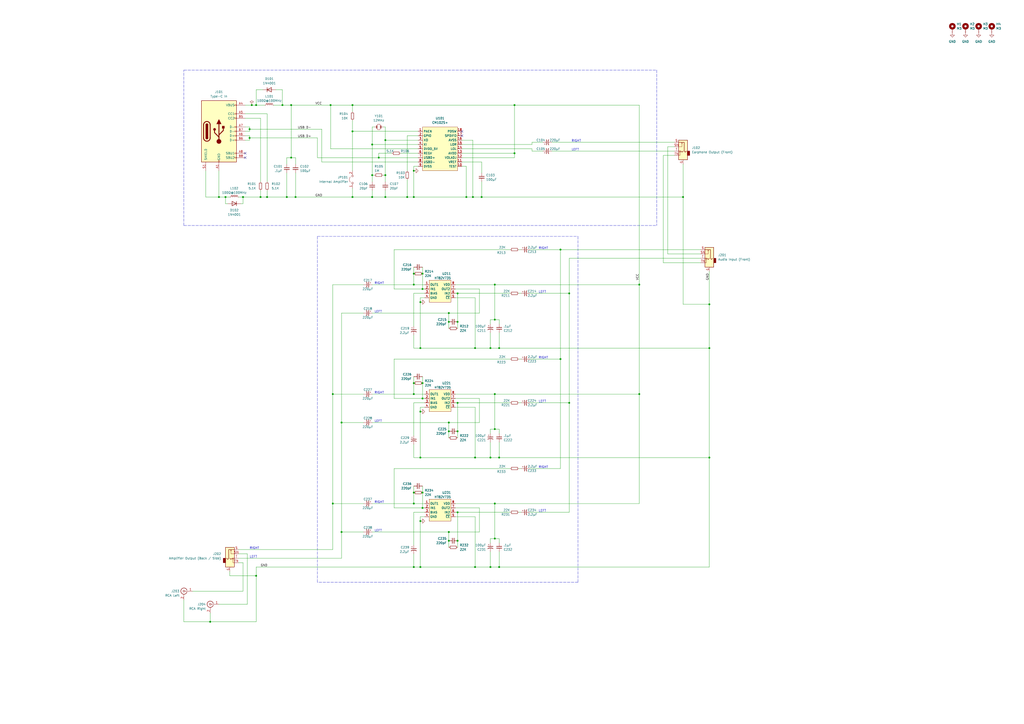
<source format=kicad_sch>
(kicad_sch (version 20211123) (generator eeschema)

  (uuid bed6bb0d-570e-4ca8-b21e-9a4d343a0b82)

  (paper "A2")

  (title_block
    (title "USB_Audio_Amplifier")
    (date "2022-11-20")
    (rev "1.0")
    (company "Glacc")
  )

  (lib_symbols
    (symbol "Connector:AudioJack2_Ground_Switch" (in_bom yes) (on_board yes)
      (property "Reference" "J" (id 0) (at 0 11.43 0)
        (effects (font (size 1.27 1.27)))
      )
      (property "Value" "AudioJack2_Ground_Switch" (id 1) (at 0 8.89 0)
        (effects (font (size 1.27 1.27)))
      )
      (property "Footprint" "" (id 2) (at 0 5.08 0)
        (effects (font (size 1.27 1.27)) hide)
      )
      (property "Datasheet" "~" (id 3) (at 0 5.08 0)
        (effects (font (size 1.27 1.27)) hide)
      )
      (property "ki_keywords" "audio jack receptacle mono headphones phone TS connector" (id 4) (at 0 0 0)
        (effects (font (size 1.27 1.27)) hide)
      )
      (property "ki_description" "Audio Jack, 2 Poles (Mono / TS), Grounded Sleeve, Switched Pole (Normalling)" (id 5) (at 0 0 0)
        (effects (font (size 1.27 1.27)) hide)
      )
      (property "ki_fp_filters" "Jack*" (id 6) (at 0 0 0)
        (effects (font (size 1.27 1.27)) hide)
      )
      (symbol "AudioJack2_Ground_Switch_0_1"
        (rectangle (start -2.54 -2.54) (end -3.81 0)
          (stroke (width 0.254) (type default) (color 0 0 0 0))
          (fill (type outline))
        )
        (rectangle (start 2.54 6.35) (end -2.54 -5.08)
          (stroke (width 0.254) (type default) (color 0 0 0 0))
          (fill (type background))
        )
      )
      (symbol "AudioJack2_Ground_Switch_1_1"
        (polyline
          (pts
            (xy 0.635 4.826)
            (xy 0.889 4.318)
          )
          (stroke (width 0) (type default) (color 0 0 0 0))
          (fill (type none))
        )
        (polyline
          (pts
            (xy 1.778 -0.254)
            (xy 2.032 -0.762)
          )
          (stroke (width 0) (type default) (color 0 0 0 0))
          (fill (type none))
        )
        (polyline
          (pts
            (xy 0 0)
            (xy 0.635 -0.635)
            (xy 1.27 0)
            (xy 2.54 0)
          )
          (stroke (width 0.254) (type default) (color 0 0 0 0))
          (fill (type none))
        )
        (polyline
          (pts
            (xy 2.54 -2.54)
            (xy 1.778 -2.54)
            (xy 1.778 -0.254)
            (xy 1.524 -0.762)
          )
          (stroke (width 0) (type default) (color 0 0 0 0))
          (fill (type none))
        )
        (polyline
          (pts
            (xy 2.54 2.54)
            (xy 0.635 2.54)
            (xy 0.635 4.826)
            (xy 0.381 4.318)
          )
          (stroke (width 0) (type default) (color 0 0 0 0))
          (fill (type none))
        )
        (polyline
          (pts
            (xy 2.54 5.08)
            (xy -0.635 5.08)
            (xy -0.635 0)
            (xy -1.27 -0.635)
            (xy -1.905 0)
          )
          (stroke (width 0.254) (type default) (color 0 0 0 0))
          (fill (type none))
        )
        (pin passive line (at 0 -7.62 90) (length 2.54)
          (name "~" (effects (font (size 1.27 1.27))))
          (number "G" (effects (font (size 1.27 1.27))))
        )
        (pin passive line (at 5.08 5.08 180) (length 2.54)
          (name "~" (effects (font (size 1.27 1.27))))
          (number "S" (effects (font (size 1.27 1.27))))
        )
        (pin passive line (at 5.08 2.54 180) (length 2.54)
          (name "~" (effects (font (size 1.27 1.27))))
          (number "SN" (effects (font (size 1.27 1.27))))
        )
        (pin passive line (at 5.08 0 180) (length 2.54)
          (name "~" (effects (font (size 1.27 1.27))))
          (number "T" (effects (font (size 1.27 1.27))))
        )
        (pin passive line (at 5.08 -2.54 180) (length 2.54)
          (name "~" (effects (font (size 1.27 1.27))))
          (number "TN" (effects (font (size 1.27 1.27))))
        )
      )
    )
    (symbol "Connector:Conn_Coaxial" (pin_names (offset 1.016) hide) (in_bom yes) (on_board yes)
      (property "Reference" "J" (id 0) (at 0.254 3.048 0)
        (effects (font (size 1.27 1.27)))
      )
      (property "Value" "Conn_Coaxial" (id 1) (at 2.921 0 90)
        (effects (font (size 1.27 1.27)))
      )
      (property "Footprint" "" (id 2) (at 0 0 0)
        (effects (font (size 1.27 1.27)) hide)
      )
      (property "Datasheet" " ~" (id 3) (at 0 0 0)
        (effects (font (size 1.27 1.27)) hide)
      )
      (property "ki_keywords" "BNC SMA SMB SMC LEMO coaxial connector CINCH RCA" (id 4) (at 0 0 0)
        (effects (font (size 1.27 1.27)) hide)
      )
      (property "ki_description" "coaxial connector (BNC, SMA, SMB, SMC, Cinch/RCA, LEMO, ...)" (id 5) (at 0 0 0)
        (effects (font (size 1.27 1.27)) hide)
      )
      (property "ki_fp_filters" "*BNC* *SMA* *SMB* *SMC* *Cinch* *LEMO*" (id 6) (at 0 0 0)
        (effects (font (size 1.27 1.27)) hide)
      )
      (symbol "Conn_Coaxial_0_1"
        (arc (start -1.778 -0.508) (mid 0.2311 -1.8066) (end 1.778 0)
          (stroke (width 0.254) (type default) (color 0 0 0 0))
          (fill (type none))
        )
        (polyline
          (pts
            (xy -2.54 0)
            (xy -0.508 0)
          )
          (stroke (width 0) (type default) (color 0 0 0 0))
          (fill (type none))
        )
        (polyline
          (pts
            (xy 0 -2.54)
            (xy 0 -1.778)
          )
          (stroke (width 0) (type default) (color 0 0 0 0))
          (fill (type none))
        )
        (circle (center 0 0) (radius 0.508)
          (stroke (width 0.2032) (type default) (color 0 0 0 0))
          (fill (type none))
        )
        (arc (start 1.778 0) (mid 0.2099 1.8101) (end -1.778 0.508)
          (stroke (width 0.254) (type default) (color 0 0 0 0))
          (fill (type none))
        )
      )
      (symbol "Conn_Coaxial_1_1"
        (pin passive line (at -5.08 0 0) (length 2.54)
          (name "In" (effects (font (size 1.27 1.27))))
          (number "1" (effects (font (size 1.27 1.27))))
        )
        (pin passive line (at 0 -5.08 90) (length 2.54)
          (name "Ext" (effects (font (size 1.27 1.27))))
          (number "2" (effects (font (size 1.27 1.27))))
        )
      )
    )
    (symbol "Connector:USB_C_Receptacle_USB2.0" (pin_names (offset 1.016)) (in_bom yes) (on_board yes)
      (property "Reference" "J" (id 0) (at -10.16 19.05 0)
        (effects (font (size 1.27 1.27)) (justify left))
      )
      (property "Value" "USB_C_Receptacle_USB2.0" (id 1) (at 19.05 19.05 0)
        (effects (font (size 1.27 1.27)) (justify right))
      )
      (property "Footprint" "" (id 2) (at 3.81 0 0)
        (effects (font (size 1.27 1.27)) hide)
      )
      (property "Datasheet" "https://www.usb.org/sites/default/files/documents/usb_type-c.zip" (id 3) (at 3.81 0 0)
        (effects (font (size 1.27 1.27)) hide)
      )
      (property "ki_keywords" "usb universal serial bus type-C USB2.0" (id 4) (at 0 0 0)
        (effects (font (size 1.27 1.27)) hide)
      )
      (property "ki_description" "USB 2.0-only Type-C Receptacle connector" (id 5) (at 0 0 0)
        (effects (font (size 1.27 1.27)) hide)
      )
      (property "ki_fp_filters" "USB*C*Receptacle*" (id 6) (at 0 0 0)
        (effects (font (size 1.27 1.27)) hide)
      )
      (symbol "USB_C_Receptacle_USB2.0_0_0"
        (rectangle (start -0.254 -17.78) (end 0.254 -16.764)
          (stroke (width 0) (type default) (color 0 0 0 0))
          (fill (type none))
        )
        (rectangle (start 10.16 -14.986) (end 9.144 -15.494)
          (stroke (width 0) (type default) (color 0 0 0 0))
          (fill (type none))
        )
        (rectangle (start 10.16 -12.446) (end 9.144 -12.954)
          (stroke (width 0) (type default) (color 0 0 0 0))
          (fill (type none))
        )
        (rectangle (start 10.16 -4.826) (end 9.144 -5.334)
          (stroke (width 0) (type default) (color 0 0 0 0))
          (fill (type none))
        )
        (rectangle (start 10.16 -2.286) (end 9.144 -2.794)
          (stroke (width 0) (type default) (color 0 0 0 0))
          (fill (type none))
        )
        (rectangle (start 10.16 0.254) (end 9.144 -0.254)
          (stroke (width 0) (type default) (color 0 0 0 0))
          (fill (type none))
        )
        (rectangle (start 10.16 2.794) (end 9.144 2.286)
          (stroke (width 0) (type default) (color 0 0 0 0))
          (fill (type none))
        )
        (rectangle (start 10.16 7.874) (end 9.144 7.366)
          (stroke (width 0) (type default) (color 0 0 0 0))
          (fill (type none))
        )
        (rectangle (start 10.16 10.414) (end 9.144 9.906)
          (stroke (width 0) (type default) (color 0 0 0 0))
          (fill (type none))
        )
        (rectangle (start 10.16 15.494) (end 9.144 14.986)
          (stroke (width 0) (type default) (color 0 0 0 0))
          (fill (type none))
        )
      )
      (symbol "USB_C_Receptacle_USB2.0_0_1"
        (rectangle (start -10.16 17.78) (end 10.16 -17.78)
          (stroke (width 0.254) (type default) (color 0 0 0 0))
          (fill (type background))
        )
        (arc (start -8.89 -3.81) (mid -6.985 -5.715) (end -5.08 -3.81)
          (stroke (width 0.508) (type default) (color 0 0 0 0))
          (fill (type none))
        )
        (arc (start -7.62 -3.81) (mid -6.985 -4.445) (end -6.35 -3.81)
          (stroke (width 0.254) (type default) (color 0 0 0 0))
          (fill (type none))
        )
        (arc (start -7.62 -3.81) (mid -6.985 -4.445) (end -6.35 -3.81)
          (stroke (width 0.254) (type default) (color 0 0 0 0))
          (fill (type outline))
        )
        (rectangle (start -7.62 -3.81) (end -6.35 3.81)
          (stroke (width 0.254) (type default) (color 0 0 0 0))
          (fill (type outline))
        )
        (arc (start -6.35 3.81) (mid -6.985 4.445) (end -7.62 3.81)
          (stroke (width 0.254) (type default) (color 0 0 0 0))
          (fill (type none))
        )
        (arc (start -6.35 3.81) (mid -6.985 4.445) (end -7.62 3.81)
          (stroke (width 0.254) (type default) (color 0 0 0 0))
          (fill (type outline))
        )
        (arc (start -5.08 3.81) (mid -6.985 5.715) (end -8.89 3.81)
          (stroke (width 0.508) (type default) (color 0 0 0 0))
          (fill (type none))
        )
        (circle (center -2.54 1.143) (radius 0.635)
          (stroke (width 0.254) (type default) (color 0 0 0 0))
          (fill (type outline))
        )
        (circle (center 0 -5.842) (radius 1.27)
          (stroke (width 0) (type default) (color 0 0 0 0))
          (fill (type outline))
        )
        (polyline
          (pts
            (xy -8.89 -3.81)
            (xy -8.89 3.81)
          )
          (stroke (width 0.508) (type default) (color 0 0 0 0))
          (fill (type none))
        )
        (polyline
          (pts
            (xy -5.08 3.81)
            (xy -5.08 -3.81)
          )
          (stroke (width 0.508) (type default) (color 0 0 0 0))
          (fill (type none))
        )
        (polyline
          (pts
            (xy 0 -5.842)
            (xy 0 4.318)
          )
          (stroke (width 0.508) (type default) (color 0 0 0 0))
          (fill (type none))
        )
        (polyline
          (pts
            (xy 0 -3.302)
            (xy -2.54 -0.762)
            (xy -2.54 0.508)
          )
          (stroke (width 0.508) (type default) (color 0 0 0 0))
          (fill (type none))
        )
        (polyline
          (pts
            (xy 0 -2.032)
            (xy 2.54 0.508)
            (xy 2.54 1.778)
          )
          (stroke (width 0.508) (type default) (color 0 0 0 0))
          (fill (type none))
        )
        (polyline
          (pts
            (xy -1.27 4.318)
            (xy 0 6.858)
            (xy 1.27 4.318)
            (xy -1.27 4.318)
          )
          (stroke (width 0.254) (type default) (color 0 0 0 0))
          (fill (type outline))
        )
        (rectangle (start 1.905 1.778) (end 3.175 3.048)
          (stroke (width 0.254) (type default) (color 0 0 0 0))
          (fill (type outline))
        )
      )
      (symbol "USB_C_Receptacle_USB2.0_1_1"
        (pin passive line (at 0 -22.86 90) (length 5.08)
          (name "GND" (effects (font (size 1.27 1.27))))
          (number "A1" (effects (font (size 1.27 1.27))))
        )
        (pin passive line (at 0 -22.86 90) (length 5.08) hide
          (name "GND" (effects (font (size 1.27 1.27))))
          (number "A12" (effects (font (size 1.27 1.27))))
        )
        (pin passive line (at 15.24 15.24 180) (length 5.08)
          (name "VBUS" (effects (font (size 1.27 1.27))))
          (number "A4" (effects (font (size 1.27 1.27))))
        )
        (pin bidirectional line (at 15.24 10.16 180) (length 5.08)
          (name "CC1" (effects (font (size 1.27 1.27))))
          (number "A5" (effects (font (size 1.27 1.27))))
        )
        (pin bidirectional line (at 15.24 -2.54 180) (length 5.08)
          (name "D+" (effects (font (size 1.27 1.27))))
          (number "A6" (effects (font (size 1.27 1.27))))
        )
        (pin bidirectional line (at 15.24 2.54 180) (length 5.08)
          (name "D-" (effects (font (size 1.27 1.27))))
          (number "A7" (effects (font (size 1.27 1.27))))
        )
        (pin bidirectional line (at 15.24 -12.7 180) (length 5.08)
          (name "SBU1" (effects (font (size 1.27 1.27))))
          (number "A8" (effects (font (size 1.27 1.27))))
        )
        (pin passive line (at 15.24 15.24 180) (length 5.08) hide
          (name "VBUS" (effects (font (size 1.27 1.27))))
          (number "A9" (effects (font (size 1.27 1.27))))
        )
        (pin passive line (at 0 -22.86 90) (length 5.08) hide
          (name "GND" (effects (font (size 1.27 1.27))))
          (number "B1" (effects (font (size 1.27 1.27))))
        )
        (pin passive line (at 0 -22.86 90) (length 5.08) hide
          (name "GND" (effects (font (size 1.27 1.27))))
          (number "B12" (effects (font (size 1.27 1.27))))
        )
        (pin passive line (at 15.24 15.24 180) (length 5.08) hide
          (name "VBUS" (effects (font (size 1.27 1.27))))
          (number "B4" (effects (font (size 1.27 1.27))))
        )
        (pin bidirectional line (at 15.24 7.62 180) (length 5.08)
          (name "CC2" (effects (font (size 1.27 1.27))))
          (number "B5" (effects (font (size 1.27 1.27))))
        )
        (pin bidirectional line (at 15.24 -5.08 180) (length 5.08)
          (name "D+" (effects (font (size 1.27 1.27))))
          (number "B6" (effects (font (size 1.27 1.27))))
        )
        (pin bidirectional line (at 15.24 0 180) (length 5.08)
          (name "D-" (effects (font (size 1.27 1.27))))
          (number "B7" (effects (font (size 1.27 1.27))))
        )
        (pin bidirectional line (at 15.24 -15.24 180) (length 5.08)
          (name "SBU2" (effects (font (size 1.27 1.27))))
          (number "B8" (effects (font (size 1.27 1.27))))
        )
        (pin passive line (at 15.24 15.24 180) (length 5.08) hide
          (name "VBUS" (effects (font (size 1.27 1.27))))
          (number "B9" (effects (font (size 1.27 1.27))))
        )
        (pin passive line (at -7.62 -22.86 90) (length 5.08)
          (name "SHIELD" (effects (font (size 1.27 1.27))))
          (number "S1" (effects (font (size 1.27 1.27))))
        )
      )
    )
    (symbol "Custom_Symbols:CM102S+" (in_bom yes) (on_board yes)
      (property "Reference" "U" (id 0) (at 0 17.78 0)
        (effects (font (size 1.27 1.27)))
      )
      (property "Value" "CM102S+" (id 1) (at 0 15.24 0)
        (effects (font (size 1.27 1.27)))
      )
      (property "Footprint" "" (id 2) (at 0 13.97 0)
        (effects (font (size 1.27 1.27)) hide)
      )
      (property "Datasheet" "" (id 3) (at 0 13.97 0)
        (effects (font (size 1.27 1.27)) hide)
      )
      (symbol "CM102S+_0_1"
        (rectangle (start -10.16 12.7) (end 10.16 -12.7)
          (stroke (width 0) (type default) (color 0 0 0 0))
          (fill (type background))
        )
      )
      (symbol "CM102S+_1_1"
        (pin input line (at -12.7 10.16 0) (length 2.54)
          (name "PAEN" (effects (font (size 1.27 1.27))))
          (number "1" (effects (font (size 1.27 1.27))))
        )
        (pin input line (at 12.7 -10.16 180) (length 2.54)
          (name "TEST" (effects (font (size 1.27 1.27))))
          (number "10" (effects (font (size 1.27 1.27))))
        )
        (pin output line (at 12.7 -7.62 180) (length 2.54)
          (name "VREF" (effects (font (size 1.27 1.27))))
          (number "11" (effects (font (size 1.27 1.27))))
        )
        (pin input line (at 12.7 -5.08 180) (length 2.54)
          (name "VOLADJ" (effects (font (size 1.27 1.27))))
          (number "12" (effects (font (size 1.27 1.27))))
        )
        (pin power_in line (at 12.7 -2.54 180) (length 2.54)
          (name "AVDD" (effects (font (size 1.27 1.27))))
          (number "13" (effects (font (size 1.27 1.27))))
        )
        (pin output line (at 12.7 0 180) (length 2.54)
          (name "LOL" (effects (font (size 1.27 1.27))))
          (number "14" (effects (font (size 1.27 1.27))))
        )
        (pin output line (at 12.7 2.54 180) (length 2.54)
          (name "LOR" (effects (font (size 1.27 1.27))))
          (number "15" (effects (font (size 1.27 1.27))))
        )
        (pin power_in line (at 12.7 5.08 180) (length 2.54)
          (name "AVSS" (effects (font (size 1.27 1.27))))
          (number "16" (effects (font (size 1.27 1.27))))
        )
        (pin output line (at 12.7 7.62 180) (length 2.54)
          (name "SPDIFO" (effects (font (size 1.27 1.27))))
          (number "17" (effects (font (size 1.27 1.27))))
        )
        (pin output line (at 12.7 10.16 180) (length 2.54)
          (name "PDSW" (effects (font (size 1.27 1.27))))
          (number "18" (effects (font (size 1.27 1.27))))
        )
        (pin bidirectional line (at -12.7 7.62 0) (length 2.54)
          (name "GPIO" (effects (font (size 1.27 1.27))))
          (number "2" (effects (font (size 1.27 1.27))))
        )
        (pin output line (at -12.7 5.08 0) (length 2.54)
          (name "XO" (effects (font (size 1.27 1.27))))
          (number "3" (effects (font (size 1.27 1.27))))
        )
        (pin input line (at -12.7 2.54 0) (length 2.54)
          (name "XI" (effects (font (size 1.27 1.27))))
          (number "4" (effects (font (size 1.27 1.27))))
        )
        (pin power_in line (at -12.7 0 0) (length 2.54)
          (name "DVDD_5V" (effects (font (size 1.27 1.27))))
          (number "5" (effects (font (size 1.27 1.27))))
        )
        (pin power_out line (at -12.7 -2.54 0) (length 2.54)
          (name "REGV" (effects (font (size 1.27 1.27))))
          (number "6" (effects (font (size 1.27 1.27))))
        )
        (pin bidirectional line (at -12.7 -5.08 0) (length 2.54)
          (name "USBD+" (effects (font (size 1.27 1.27))))
          (number "7" (effects (font (size 1.27 1.27))))
        )
        (pin bidirectional line (at -12.7 -7.62 0) (length 2.54)
          (name "USBD-" (effects (font (size 1.27 1.27))))
          (number "8" (effects (font (size 1.27 1.27))))
        )
        (pin power_in line (at -12.7 -10.16 0) (length 2.54)
          (name "DVSS" (effects (font (size 1.27 1.27))))
          (number "9" (effects (font (size 1.27 1.27))))
        )
      )
    )
    (symbol "Custom_Symbols:HT82V735" (in_bom yes) (on_board yes)
      (property "Reference" "U" (id 0) (at 0 10.16 0)
        (effects (font (size 1.27 1.27)))
      )
      (property "Value" "HT82V735" (id 1) (at 0 7.62 0)
        (effects (font (size 1.27 1.27)))
      )
      (property "Footprint" "Package_SO:SOP-8_3.76x4.96mm_P1.27mm" (id 2) (at 0 -8.89 0)
        (effects (font (size 1.27 1.27)) hide)
      )
      (property "Datasheet" "http://ltkchip.com/DownLoad/39570.html?a=download" (id 3) (at 0 -11.43 0)
        (effects (font (size 1.27 1.27)) hide)
      )
      (symbol "HT82V735_0_1"
        (rectangle (start -6.35 6.35) (end 6.35 -6.35)
          (stroke (width 0) (type default) (color 0 0 0 0))
          (fill (type background))
        )
      )
      (symbol "HT82V735_1_1"
        (pin output line (at -8.89 3.81 0) (length 2.54)
          (name "OUT1" (effects (font (size 1.27 1.27))))
          (number "1" (effects (font (size 1.27 1.27))))
        )
        (pin input line (at -8.89 1.27 0) (length 2.54)
          (name "IN1" (effects (font (size 1.27 1.27))))
          (number "2" (effects (font (size 1.27 1.27))))
        )
        (pin input line (at -8.89 -1.27 0) (length 2.54)
          (name "BIAS" (effects (font (size 1.27 1.27))))
          (number "3" (effects (font (size 1.27 1.27))))
        )
        (pin power_in line (at -8.89 -3.81 0) (length 2.54)
          (name "GND" (effects (font (size 1.27 1.27))))
          (number "4" (effects (font (size 1.27 1.27))))
        )
        (pin input line (at 8.89 -3.81 180) (length 2.54)
          (name "~{CE}" (effects (font (size 1.27 1.27))))
          (number "5" (effects (font (size 1.27 1.27))))
        )
        (pin input line (at 8.89 -1.27 180) (length 2.54)
          (name "IN2" (effects (font (size 1.27 1.27))))
          (number "6" (effects (font (size 1.27 1.27))))
        )
        (pin output line (at 8.89 1.27 180) (length 2.54)
          (name "OUT2" (effects (font (size 1.27 1.27))))
          (number "7" (effects (font (size 1.27 1.27))))
        )
        (pin power_in line (at 8.89 3.81 180) (length 2.54)
          (name "VDD" (effects (font (size 1.27 1.27))))
          (number "8" (effects (font (size 1.27 1.27))))
        )
      )
    )
    (symbol "Device:C_Polarized_Small_US" (pin_numbers hide) (pin_names (offset 0.254) hide) (in_bom yes) (on_board yes)
      (property "Reference" "C" (id 0) (at 0.254 1.778 0)
        (effects (font (size 1.27 1.27)) (justify left))
      )
      (property "Value" "C_Polarized_Small_US" (id 1) (at 0.254 -2.032 0)
        (effects (font (size 1.27 1.27)) (justify left))
      )
      (property "Footprint" "" (id 2) (at 0 0 0)
        (effects (font (size 1.27 1.27)) hide)
      )
      (property "Datasheet" "~" (id 3) (at 0 0 0)
        (effects (font (size 1.27 1.27)) hide)
      )
      (property "ki_keywords" "cap capacitor" (id 4) (at 0 0 0)
        (effects (font (size 1.27 1.27)) hide)
      )
      (property "ki_description" "Polarized capacitor, small US symbol" (id 5) (at 0 0 0)
        (effects (font (size 1.27 1.27)) hide)
      )
      (property "ki_fp_filters" "CP_*" (id 6) (at 0 0 0)
        (effects (font (size 1.27 1.27)) hide)
      )
      (symbol "C_Polarized_Small_US_0_1"
        (polyline
          (pts
            (xy -1.524 0.508)
            (xy 1.524 0.508)
          )
          (stroke (width 0.3048) (type default) (color 0 0 0 0))
          (fill (type none))
        )
        (polyline
          (pts
            (xy -1.27 1.524)
            (xy -0.762 1.524)
          )
          (stroke (width 0) (type default) (color 0 0 0 0))
          (fill (type none))
        )
        (polyline
          (pts
            (xy -1.016 1.27)
            (xy -1.016 1.778)
          )
          (stroke (width 0) (type default) (color 0 0 0 0))
          (fill (type none))
        )
        (arc (start 1.524 -0.762) (mid 0 -0.3734) (end -1.524 -0.762)
          (stroke (width 0.3048) (type default) (color 0 0 0 0))
          (fill (type none))
        )
      )
      (symbol "C_Polarized_Small_US_1_1"
        (pin passive line (at 0 2.54 270) (length 2.032)
          (name "~" (effects (font (size 1.27 1.27))))
          (number "1" (effects (font (size 1.27 1.27))))
        )
        (pin passive line (at 0 -2.54 90) (length 2.032)
          (name "~" (effects (font (size 1.27 1.27))))
          (number "2" (effects (font (size 1.27 1.27))))
        )
      )
    )
    (symbol "Device:C_Small" (pin_numbers hide) (pin_names (offset 0.254) hide) (in_bom yes) (on_board yes)
      (property "Reference" "C" (id 0) (at 0.254 1.778 0)
        (effects (font (size 1.27 1.27)) (justify left))
      )
      (property "Value" "C_Small" (id 1) (at 0.254 -2.032 0)
        (effects (font (size 1.27 1.27)) (justify left))
      )
      (property "Footprint" "" (id 2) (at 0 0 0)
        (effects (font (size 1.27 1.27)) hide)
      )
      (property "Datasheet" "~" (id 3) (at 0 0 0)
        (effects (font (size 1.27 1.27)) hide)
      )
      (property "ki_keywords" "capacitor cap" (id 4) (at 0 0 0)
        (effects (font (size 1.27 1.27)) hide)
      )
      (property "ki_description" "Unpolarized capacitor, small symbol" (id 5) (at 0 0 0)
        (effects (font (size 1.27 1.27)) hide)
      )
      (property "ki_fp_filters" "C_*" (id 6) (at 0 0 0)
        (effects (font (size 1.27 1.27)) hide)
      )
      (symbol "C_Small_0_1"
        (polyline
          (pts
            (xy -1.524 -0.508)
            (xy 1.524 -0.508)
          )
          (stroke (width 0.3302) (type default) (color 0 0 0 0))
          (fill (type none))
        )
        (polyline
          (pts
            (xy -1.524 0.508)
            (xy 1.524 0.508)
          )
          (stroke (width 0.3048) (type default) (color 0 0 0 0))
          (fill (type none))
        )
      )
      (symbol "C_Small_1_1"
        (pin passive line (at 0 2.54 270) (length 2.032)
          (name "~" (effects (font (size 1.27 1.27))))
          (number "1" (effects (font (size 1.27 1.27))))
        )
        (pin passive line (at 0 -2.54 90) (length 2.032)
          (name "~" (effects (font (size 1.27 1.27))))
          (number "2" (effects (font (size 1.27 1.27))))
        )
      )
    )
    (symbol "Device:Crystal_Small" (pin_numbers hide) (pin_names (offset 1.016) hide) (in_bom yes) (on_board yes)
      (property "Reference" "Y" (id 0) (at 0 2.54 0)
        (effects (font (size 1.27 1.27)))
      )
      (property "Value" "Crystal_Small" (id 1) (at 0 -2.54 0)
        (effects (font (size 1.27 1.27)))
      )
      (property "Footprint" "" (id 2) (at 0 0 0)
        (effects (font (size 1.27 1.27)) hide)
      )
      (property "Datasheet" "~" (id 3) (at 0 0 0)
        (effects (font (size 1.27 1.27)) hide)
      )
      (property "ki_keywords" "quartz ceramic resonator oscillator" (id 4) (at 0 0 0)
        (effects (font (size 1.27 1.27)) hide)
      )
      (property "ki_description" "Two pin crystal, small symbol" (id 5) (at 0 0 0)
        (effects (font (size 1.27 1.27)) hide)
      )
      (property "ki_fp_filters" "Crystal*" (id 6) (at 0 0 0)
        (effects (font (size 1.27 1.27)) hide)
      )
      (symbol "Crystal_Small_0_1"
        (rectangle (start -0.762 -1.524) (end 0.762 1.524)
          (stroke (width 0) (type default) (color 0 0 0 0))
          (fill (type none))
        )
        (polyline
          (pts
            (xy -1.27 -0.762)
            (xy -1.27 0.762)
          )
          (stroke (width 0.381) (type default) (color 0 0 0 0))
          (fill (type none))
        )
        (polyline
          (pts
            (xy 1.27 -0.762)
            (xy 1.27 0.762)
          )
          (stroke (width 0.381) (type default) (color 0 0 0 0))
          (fill (type none))
        )
      )
      (symbol "Crystal_Small_1_1"
        (pin passive line (at -2.54 0 0) (length 1.27)
          (name "1" (effects (font (size 1.27 1.27))))
          (number "1" (effects (font (size 1.27 1.27))))
        )
        (pin passive line (at 2.54 0 180) (length 1.27)
          (name "2" (effects (font (size 1.27 1.27))))
          (number "2" (effects (font (size 1.27 1.27))))
        )
      )
    )
    (symbol "Device:L_Ferrite_Small" (pin_numbers hide) (pin_names (offset 0.254) hide) (in_bom yes) (on_board yes)
      (property "Reference" "L" (id 0) (at 1.27 1.016 0)
        (effects (font (size 1.27 1.27)) (justify left))
      )
      (property "Value" "L_Ferrite_Small" (id 1) (at 1.27 -1.27 0)
        (effects (font (size 1.27 1.27)) (justify left))
      )
      (property "Footprint" "" (id 2) (at 0 0 0)
        (effects (font (size 1.27 1.27)) hide)
      )
      (property "Datasheet" "~" (id 3) (at 0 0 0)
        (effects (font (size 1.27 1.27)) hide)
      )
      (property "ki_keywords" "inductor choke coil reactor magnetic" (id 4) (at 0 0 0)
        (effects (font (size 1.27 1.27)) hide)
      )
      (property "ki_description" "Inductor with ferrite core, small symbol" (id 5) (at 0 0 0)
        (effects (font (size 1.27 1.27)) hide)
      )
      (property "ki_fp_filters" "Choke_* *Coil* Inductor_* L_*" (id 6) (at 0 0 0)
        (effects (font (size 1.27 1.27)) hide)
      )
      (symbol "L_Ferrite_Small_0_1"
        (arc (start 0 -2.032) (mid 0.508 -1.524) (end 0 -1.016)
          (stroke (width 0) (type default) (color 0 0 0 0))
          (fill (type none))
        )
        (arc (start 0 -1.016) (mid 0.508 -0.508) (end 0 0)
          (stroke (width 0) (type default) (color 0 0 0 0))
          (fill (type none))
        )
        (polyline
          (pts
            (xy 0.762 -1.905)
            (xy 0.762 -1.651)
          )
          (stroke (width 0) (type default) (color 0 0 0 0))
          (fill (type none))
        )
        (polyline
          (pts
            (xy 0.762 -1.397)
            (xy 0.762 -1.143)
          )
          (stroke (width 0) (type default) (color 0 0 0 0))
          (fill (type none))
        )
        (polyline
          (pts
            (xy 0.762 -0.889)
            (xy 0.762 -0.635)
          )
          (stroke (width 0) (type default) (color 0 0 0 0))
          (fill (type none))
        )
        (polyline
          (pts
            (xy 0.762 -0.381)
            (xy 0.762 -0.127)
          )
          (stroke (width 0) (type default) (color 0 0 0 0))
          (fill (type none))
        )
        (polyline
          (pts
            (xy 0.762 0.127)
            (xy 0.762 0.381)
          )
          (stroke (width 0) (type default) (color 0 0 0 0))
          (fill (type none))
        )
        (polyline
          (pts
            (xy 0.762 0.635)
            (xy 0.762 0.889)
          )
          (stroke (width 0) (type default) (color 0 0 0 0))
          (fill (type none))
        )
        (polyline
          (pts
            (xy 0.762 1.143)
            (xy 0.762 1.397)
          )
          (stroke (width 0) (type default) (color 0 0 0 0))
          (fill (type none))
        )
        (polyline
          (pts
            (xy 0.762 1.651)
            (xy 0.762 1.905)
          )
          (stroke (width 0) (type default) (color 0 0 0 0))
          (fill (type none))
        )
        (polyline
          (pts
            (xy 1.016 -1.651)
            (xy 1.016 -1.905)
          )
          (stroke (width 0) (type default) (color 0 0 0 0))
          (fill (type none))
        )
        (polyline
          (pts
            (xy 1.016 -1.143)
            (xy 1.016 -1.397)
          )
          (stroke (width 0) (type default) (color 0 0 0 0))
          (fill (type none))
        )
        (polyline
          (pts
            (xy 1.016 -0.635)
            (xy 1.016 -0.889)
          )
          (stroke (width 0) (type default) (color 0 0 0 0))
          (fill (type none))
        )
        (polyline
          (pts
            (xy 1.016 -0.127)
            (xy 1.016 -0.381)
          )
          (stroke (width 0) (type default) (color 0 0 0 0))
          (fill (type none))
        )
        (polyline
          (pts
            (xy 1.016 0.381)
            (xy 1.016 0.127)
          )
          (stroke (width 0) (type default) (color 0 0 0 0))
          (fill (type none))
        )
        (polyline
          (pts
            (xy 1.016 0.889)
            (xy 1.016 0.635)
          )
          (stroke (width 0) (type default) (color 0 0 0 0))
          (fill (type none))
        )
        (polyline
          (pts
            (xy 1.016 1.397)
            (xy 1.016 1.143)
          )
          (stroke (width 0) (type default) (color 0 0 0 0))
          (fill (type none))
        )
        (polyline
          (pts
            (xy 1.016 1.905)
            (xy 1.016 1.651)
          )
          (stroke (width 0) (type default) (color 0 0 0 0))
          (fill (type none))
        )
        (arc (start 0 0) (mid 0.508 0.508) (end 0 1.016)
          (stroke (width 0) (type default) (color 0 0 0 0))
          (fill (type none))
        )
        (arc (start 0 1.016) (mid 0.508 1.524) (end 0 2.032)
          (stroke (width 0) (type default) (color 0 0 0 0))
          (fill (type none))
        )
      )
      (symbol "L_Ferrite_Small_1_1"
        (pin passive line (at 0 2.54 270) (length 0.508)
          (name "~" (effects (font (size 1.27 1.27))))
          (number "1" (effects (font (size 1.27 1.27))))
        )
        (pin passive line (at 0 -2.54 90) (length 0.508)
          (name "~" (effects (font (size 1.27 1.27))))
          (number "2" (effects (font (size 1.27 1.27))))
        )
      )
    )
    (symbol "Device:R_Small" (pin_numbers hide) (pin_names (offset 0.254) hide) (in_bom yes) (on_board yes)
      (property "Reference" "R" (id 0) (at 0.762 0.508 0)
        (effects (font (size 1.27 1.27)) (justify left))
      )
      (property "Value" "R_Small" (id 1) (at 0.762 -1.016 0)
        (effects (font (size 1.27 1.27)) (justify left))
      )
      (property "Footprint" "" (id 2) (at 0 0 0)
        (effects (font (size 1.27 1.27)) hide)
      )
      (property "Datasheet" "~" (id 3) (at 0 0 0)
        (effects (font (size 1.27 1.27)) hide)
      )
      (property "ki_keywords" "R resistor" (id 4) (at 0 0 0)
        (effects (font (size 1.27 1.27)) hide)
      )
      (property "ki_description" "Resistor, small symbol" (id 5) (at 0 0 0)
        (effects (font (size 1.27 1.27)) hide)
      )
      (property "ki_fp_filters" "R_*" (id 6) (at 0 0 0)
        (effects (font (size 1.27 1.27)) hide)
      )
      (symbol "R_Small_0_1"
        (rectangle (start -0.762 1.778) (end 0.762 -1.778)
          (stroke (width 0.2032) (type default) (color 0 0 0 0))
          (fill (type none))
        )
      )
      (symbol "R_Small_1_1"
        (pin passive line (at 0 2.54 270) (length 0.762)
          (name "~" (effects (font (size 1.27 1.27))))
          (number "1" (effects (font (size 1.27 1.27))))
        )
        (pin passive line (at 0 -2.54 90) (length 0.762)
          (name "~" (effects (font (size 1.27 1.27))))
          (number "2" (effects (font (size 1.27 1.27))))
        )
      )
    )
    (symbol "Diode:1N4001" (pin_numbers hide) (pin_names (offset 1.016) hide) (in_bom yes) (on_board yes)
      (property "Reference" "D" (id 0) (at 0 2.54 0)
        (effects (font (size 1.27 1.27)))
      )
      (property "Value" "1N4001" (id 1) (at 0 -2.54 0)
        (effects (font (size 1.27 1.27)))
      )
      (property "Footprint" "Diode_THT:D_DO-41_SOD81_P10.16mm_Horizontal" (id 2) (at 0 -4.445 0)
        (effects (font (size 1.27 1.27)) hide)
      )
      (property "Datasheet" "http://www.vishay.com/docs/88503/1n4001.pdf" (id 3) (at 0 0 0)
        (effects (font (size 1.27 1.27)) hide)
      )
      (property "ki_keywords" "diode" (id 4) (at 0 0 0)
        (effects (font (size 1.27 1.27)) hide)
      )
      (property "ki_description" "50V 1A General Purpose Rectifier Diode, DO-41" (id 5) (at 0 0 0)
        (effects (font (size 1.27 1.27)) hide)
      )
      (property "ki_fp_filters" "D*DO?41*" (id 6) (at 0 0 0)
        (effects (font (size 1.27 1.27)) hide)
      )
      (symbol "1N4001_0_1"
        (polyline
          (pts
            (xy -1.27 1.27)
            (xy -1.27 -1.27)
          )
          (stroke (width 0.254) (type default) (color 0 0 0 0))
          (fill (type none))
        )
        (polyline
          (pts
            (xy 1.27 0)
            (xy -1.27 0)
          )
          (stroke (width 0) (type default) (color 0 0 0 0))
          (fill (type none))
        )
        (polyline
          (pts
            (xy 1.27 1.27)
            (xy 1.27 -1.27)
            (xy -1.27 0)
            (xy 1.27 1.27)
          )
          (stroke (width 0.254) (type default) (color 0 0 0 0))
          (fill (type none))
        )
      )
      (symbol "1N4001_1_1"
        (pin passive line (at -3.81 0 0) (length 2.54)
          (name "K" (effects (font (size 1.27 1.27))))
          (number "1" (effects (font (size 1.27 1.27))))
        )
        (pin passive line (at 3.81 0 180) (length 2.54)
          (name "A" (effects (font (size 1.27 1.27))))
          (number "2" (effects (font (size 1.27 1.27))))
        )
      )
    )
    (symbol "Jumper:Jumper_2_Open" (pin_names (offset 0) hide) (in_bom yes) (on_board yes)
      (property "Reference" "JP" (id 0) (at 0 2.794 0)
        (effects (font (size 1.27 1.27)))
      )
      (property "Value" "Jumper_2_Open" (id 1) (at 0 -2.286 0)
        (effects (font (size 1.27 1.27)))
      )
      (property "Footprint" "" (id 2) (at 0 0 0)
        (effects (font (size 1.27 1.27)) hide)
      )
      (property "Datasheet" "~" (id 3) (at 0 0 0)
        (effects (font (size 1.27 1.27)) hide)
      )
      (property "ki_keywords" "Jumper SPST" (id 4) (at 0 0 0)
        (effects (font (size 1.27 1.27)) hide)
      )
      (property "ki_description" "Jumper, 2-pole, open" (id 5) (at 0 0 0)
        (effects (font (size 1.27 1.27)) hide)
      )
      (property "ki_fp_filters" "Jumper* TestPoint*2Pads* TestPoint*Bridge*" (id 6) (at 0 0 0)
        (effects (font (size 1.27 1.27)) hide)
      )
      (symbol "Jumper_2_Open_0_0"
        (circle (center -2.032 0) (radius 0.508)
          (stroke (width 0) (type default) (color 0 0 0 0))
          (fill (type none))
        )
        (circle (center 2.032 0) (radius 0.508)
          (stroke (width 0) (type default) (color 0 0 0 0))
          (fill (type none))
        )
      )
      (symbol "Jumper_2_Open_0_1"
        (arc (start 1.524 1.27) (mid 0 1.778) (end -1.524 1.27)
          (stroke (width 0) (type default) (color 0 0 0 0))
          (fill (type none))
        )
      )
      (symbol "Jumper_2_Open_1_1"
        (pin passive line (at -5.08 0 0) (length 2.54)
          (name "A" (effects (font (size 1.27 1.27))))
          (number "1" (effects (font (size 1.27 1.27))))
        )
        (pin passive line (at 5.08 0 180) (length 2.54)
          (name "B" (effects (font (size 1.27 1.27))))
          (number "2" (effects (font (size 1.27 1.27))))
        )
      )
    )
    (symbol "Mechanical:MountingHole_Pad" (pin_numbers hide) (pin_names (offset 1.016) hide) (in_bom yes) (on_board yes)
      (property "Reference" "H" (id 0) (at 0 6.35 0)
        (effects (font (size 1.27 1.27)))
      )
      (property "Value" "MountingHole_Pad" (id 1) (at 0 4.445 0)
        (effects (font (size 1.27 1.27)))
      )
      (property "Footprint" "" (id 2) (at 0 0 0)
        (effects (font (size 1.27 1.27)) hide)
      )
      (property "Datasheet" "~" (id 3) (at 0 0 0)
        (effects (font (size 1.27 1.27)) hide)
      )
      (property "ki_keywords" "mounting hole" (id 4) (at 0 0 0)
        (effects (font (size 1.27 1.27)) hide)
      )
      (property "ki_description" "Mounting Hole with connection" (id 5) (at 0 0 0)
        (effects (font (size 1.27 1.27)) hide)
      )
      (property "ki_fp_filters" "MountingHole*Pad*" (id 6) (at 0 0 0)
        (effects (font (size 1.27 1.27)) hide)
      )
      (symbol "MountingHole_Pad_0_1"
        (circle (center 0 1.27) (radius 1.27)
          (stroke (width 1.27) (type default) (color 0 0 0 0))
          (fill (type none))
        )
      )
      (symbol "MountingHole_Pad_1_1"
        (pin input line (at 0 -2.54 90) (length 2.54)
          (name "1" (effects (font (size 1.27 1.27))))
          (number "1" (effects (font (size 1.27 1.27))))
        )
      )
    )
    (symbol "power:GND" (power) (pin_names (offset 0)) (in_bom yes) (on_board yes)
      (property "Reference" "#PWR" (id 0) (at 0 -6.35 0)
        (effects (font (size 1.27 1.27)) hide)
      )
      (property "Value" "GND" (id 1) (at 0 -3.81 0)
        (effects (font (size 1.27 1.27)))
      )
      (property "Footprint" "" (id 2) (at 0 0 0)
        (effects (font (size 1.27 1.27)) hide)
      )
      (property "Datasheet" "" (id 3) (at 0 0 0)
        (effects (font (size 1.27 1.27)) hide)
      )
      (property "ki_keywords" "power-flag" (id 4) (at 0 0 0)
        (effects (font (size 1.27 1.27)) hide)
      )
      (property "ki_description" "Power symbol creates a global label with name \"GND\" , ground" (id 5) (at 0 0 0)
        (effects (font (size 1.27 1.27)) hide)
      )
      (symbol "GND_0_1"
        (polyline
          (pts
            (xy 0 0)
            (xy 0 -1.27)
            (xy 1.27 -1.27)
            (xy 0 -2.54)
            (xy -1.27 -1.27)
            (xy 0 -1.27)
          )
          (stroke (width 0) (type default) (color 0 0 0 0))
          (fill (type none))
        )
      )
      (symbol "GND_1_1"
        (pin power_in line (at 0 0 270) (length 0) hide
          (name "GND" (effects (font (size 1.27 1.27))))
          (number "1" (effects (font (size 1.27 1.27))))
        )
      )
    )
    (symbol "power:PWR_FLAG" (power) (pin_numbers hide) (pin_names (offset 0) hide) (in_bom yes) (on_board yes)
      (property "Reference" "#FLG" (id 0) (at 0 1.905 0)
        (effects (font (size 1.27 1.27)) hide)
      )
      (property "Value" "PWR_FLAG" (id 1) (at 0 3.81 0)
        (effects (font (size 1.27 1.27)))
      )
      (property "Footprint" "" (id 2) (at 0 0 0)
        (effects (font (size 1.27 1.27)) hide)
      )
      (property "Datasheet" "~" (id 3) (at 0 0 0)
        (effects (font (size 1.27 1.27)) hide)
      )
      (property "ki_keywords" "power-flag" (id 4) (at 0 0 0)
        (effects (font (size 1.27 1.27)) hide)
      )
      (property "ki_description" "Special symbol for telling ERC where power comes from" (id 5) (at 0 0 0)
        (effects (font (size 1.27 1.27)) hide)
      )
      (symbol "PWR_FLAG_0_0"
        (pin power_out line (at 0 0 90) (length 0)
          (name "pwr" (effects (font (size 1.27 1.27))))
          (number "1" (effects (font (size 1.27 1.27))))
        )
      )
      (symbol "PWR_FLAG_0_1"
        (polyline
          (pts
            (xy 0 0)
            (xy 0 1.27)
            (xy -1.016 1.905)
            (xy 0 2.54)
            (xy 1.016 1.905)
            (xy 0 1.27)
          )
          (stroke (width 0) (type default) (color 0 0 0 0))
          (fill (type none))
        )
      )
    )
  )

  (junction (at 298.45 60.96) (diameter 0) (color 0 0 0 0)
    (uuid 0124c7c9-05ac-4cba-97a8-85c154e53179)
  )
  (junction (at 265.43 313.69) (diameter 0) (color 0 0 0 0)
    (uuid 01e273f8-3b46-4a50-ab49-bd021ca4bb9c)
  )
  (junction (at 130.81 114.3) (diameter 0) (color 0 0 0 0)
    (uuid 05bcd2c2-69f0-4562-8f5e-a7854049498d)
  )
  (junction (at 265.43 297.18) (diameter 0) (color 0 0 0 0)
    (uuid 0e656def-f603-4190-9240-ef4ea2c30758)
  )
  (junction (at 215.9 101.6) (diameter 0) (color 0 0 0 0)
    (uuid 121eaf98-1c63-44a8-8a9e-309ea2eb0377)
  )
  (junction (at 146.05 60.96) (diameter 0) (color 0 0 0 0)
    (uuid 14153e36-4d21-45bf-afab-3dc205db7864)
  )
  (junction (at 154.94 114.3) (diameter 0) (color 0 0 0 0)
    (uuid 171abcc2-d766-415f-8173-4d4c00af70e0)
  )
  (junction (at 289.56 201.93) (diameter 0) (color 0 0 0 0)
    (uuid 17938687-cfbd-4a48-87d8-0640c2be55be)
  )
  (junction (at 240.03 99.06) (diameter 0) (color 0 0 0 0)
    (uuid 1abc2954-9b26-4058-89c4-0a51fd0a037b)
  )
  (junction (at 198.12 245.11) (diameter 0) (color 0 0 0 0)
    (uuid 1e9d9988-8f67-4093-b10c-c84e6ce98f04)
  )
  (junction (at 168.91 60.96) (diameter 0) (color 0 0 0 0)
    (uuid 1f46e0cf-fe77-4e97-9067-ce68f4bbe578)
  )
  (junction (at 287.02 165.1) (diameter 0) (color 0 0 0 0)
    (uuid 23ec7df8-6bef-4c28-9d0b-d37bc3b92b09)
  )
  (junction (at 240.03 228.6) (diameter 0) (color 0 0 0 0)
    (uuid 243d6b52-79fc-4662-a60a-afaf729cf777)
  )
  (junction (at 168.91 91.44) (diameter 0) (color 0 0 0 0)
    (uuid 2bcd1218-0345-4a70-9ff4-b81354ce5ec8)
  )
  (junction (at 270.51 114.3) (diameter 0) (color 0 0 0 0)
    (uuid 2ca8b726-a17a-4975-8c6c-58abd88e1939)
  )
  (junction (at 144.78 74.93) (diameter 0) (color 0 0 0 0)
    (uuid 2e0eadb5-b0b6-43ba-b7a2-375463604297)
  )
  (junction (at 215.9 83.82) (diameter 0) (color 0 0 0 0)
    (uuid 32bea5bd-af6b-4824-a9c4-862f35861794)
  )
  (junction (at 325.12 144.78) (diameter 0) (color 0 0 0 0)
    (uuid 34b432cf-906c-42c9-8bae-75df816e05f6)
  )
  (junction (at 144.78 80.01) (diameter 0) (color 0 0 0 0)
    (uuid 39082926-27ff-45a6-9ea0-048520134ef9)
  )
  (junction (at 260.35 308.61) (diameter 0) (color 0 0 0 0)
    (uuid 4222bd89-3004-4469-8767-74dc1a7afb19)
  )
  (junction (at 204.47 60.96) (diameter 0) (color 0 0 0 0)
    (uuid 44fcb9a0-5d1a-4fda-8a3d-e886e66dabe2)
  )
  (junction (at 243.84 302.26) (diameter 0) (color 0 0 0 0)
    (uuid 49da7fe6-f2ee-4cb0-a98d-3f189a0685f0)
  )
  (junction (at 215.9 114.3) (diameter 0) (color 0 0 0 0)
    (uuid 4a538487-8fa7-43aa-9747-49083141ee1d)
  )
  (junction (at 148.59 334.01) (diameter 0) (color 0 0 0 0)
    (uuid 4b42e6d4-bd98-41da-94e5-d77ddbe00796)
  )
  (junction (at 265.43 250.19) (diameter 0) (color 0 0 0 0)
    (uuid 4bd9c70f-71c5-4582-8358-5232006b1939)
  )
  (junction (at 204.47 114.3) (diameter 0) (color 0 0 0 0)
    (uuid 4c8ca896-ee84-43df-a89e-24c53f27fdab)
  )
  (junction (at 284.48 201.93) (diameter 0) (color 0 0 0 0)
    (uuid 4d167968-9b3e-421d-8d72-9b5f399b5a12)
  )
  (junction (at 240.03 158.75) (diameter 0) (color 0 0 0 0)
    (uuid 4e26b4ab-9801-4cf0-84cc-3ca8fc627d6d)
  )
  (junction (at 245.11 285.75) (diameter 0) (color 0 0 0 0)
    (uuid 523f7b76-734b-4aa1-b3ab-9651e30b593c)
  )
  (junction (at 240.03 292.1) (diameter 0) (color 0 0 0 0)
    (uuid 587a439f-b216-410d-b7cc-257feb105f96)
  )
  (junction (at 245.11 158.75) (diameter 0) (color 0 0 0 0)
    (uuid 588e3d40-f3ee-48a0-a8af-958be9b303e7)
  )
  (junction (at 275.59 328.93) (diameter 0) (color 0 0 0 0)
    (uuid 5bc13bc2-e3c1-4244-8acb-471a5feff55a)
  )
  (junction (at 287.02 292.1) (diameter 0) (color 0 0 0 0)
    (uuid 654d6617-89ed-41b5-8201-bfd8bc4c8cb3)
  )
  (junction (at 193.04 228.6) (diameter 0) (color 0 0 0 0)
    (uuid 65950913-307a-4a4f-a6b5-36509fd82d5d)
  )
  (junction (at 204.47 76.2) (diameter 0) (color 0 0 0 0)
    (uuid 6697e189-1b95-4258-b785-9129428b0ce5)
  )
  (junction (at 223.52 114.3) (diameter 0) (color 0 0 0 0)
    (uuid 6e3b5b2f-9223-4cfe-a27d-6ae380d88eec)
  )
  (junction (at 260.35 245.11) (diameter 0) (color 0 0 0 0)
    (uuid 71379a10-bcbc-4f44-8bb3-2a4002c063aa)
  )
  (junction (at 330.2 233.68) (diameter 0) (color 0 0 0 0)
    (uuid 731915f0-0881-4d02-93cc-5fb852448040)
  )
  (junction (at 265.43 233.68) (diameter 0) (color 0 0 0 0)
    (uuid 752a41dc-2f81-4302-a8da-bd30417037cd)
  )
  (junction (at 411.48 201.93) (diameter 0) (color 0 0 0 0)
    (uuid 75ea7dd3-1627-41d3-88bb-268cc15aca91)
  )
  (junction (at 411.48 265.43) (diameter 0) (color 0 0 0 0)
    (uuid 7b6204ec-b2bf-44fd-abbb-a49b8a184aa6)
  )
  (junction (at 298.45 88.9) (diameter 0) (color 0 0 0 0)
    (uuid 7ea9e600-48d2-46da-b5a4-4d6cc2f07a6c)
  )
  (junction (at 245.11 231.14) (diameter 0) (color 0 0 0 0)
    (uuid 801b4625-9cae-4529-857e-47e8d0f9acba)
  )
  (junction (at 289.56 328.93) (diameter 0) (color 0 0 0 0)
    (uuid 82ba7dd9-42a5-4dba-a4da-eb0a83c8027d)
  )
  (junction (at 127 114.3) (diameter 0) (color 0 0 0 0)
    (uuid 848a96ac-66d6-4d59-b5a4-91584056964a)
  )
  (junction (at 240.03 222.25) (diameter 0) (color 0 0 0 0)
    (uuid 84eb2664-236e-4bb1-9e49-3c002a63b35f)
  )
  (junction (at 245.11 222.25) (diameter 0) (color 0 0 0 0)
    (uuid 86695ada-f0ff-4550-ae81-876c0b2addfb)
  )
  (junction (at 191.77 60.96) (diameter 0) (color 0 0 0 0)
    (uuid 8933b9ac-97a3-4116-ab4b-da136160cf5c)
  )
  (junction (at 260.35 313.69) (diameter 0) (color 0 0 0 0)
    (uuid 89731f61-77eb-4c51-9185-8030993180e6)
  )
  (junction (at 148.59 60.96) (diameter 0) (color 0 0 0 0)
    (uuid 8b6febf7-62c5-41a6-be81-c6fb9ad5b681)
  )
  (junction (at 240.03 114.3) (diameter 0) (color 0 0 0 0)
    (uuid 8e82241f-090f-4ed6-bf88-ea0b429362e6)
  )
  (junction (at 223.52 81.28) (diameter 0) (color 0 0 0 0)
    (uuid 960019c1-dcbb-4462-899b-adc1e0e06fec)
  )
  (junction (at 274.32 114.3) (diameter 0) (color 0 0 0 0)
    (uuid 97fbd6b9-efdd-463c-83b0-65b60d55e37f)
  )
  (junction (at 245.11 294.64) (diameter 0) (color 0 0 0 0)
    (uuid 987fd939-a995-45ed-9ab2-d9ec34c04342)
  )
  (junction (at 260.35 186.69) (diameter 0) (color 0 0 0 0)
    (uuid 989cc6ef-ef5d-4b71-95fa-6def5c33b3de)
  )
  (junction (at 151.13 114.3) (diameter 0) (color 0 0 0 0)
    (uuid 98ea94d8-d348-4dbe-badd-84f9ff807d0a)
  )
  (junction (at 243.84 201.93) (diameter 0) (color 0 0 0 0)
    (uuid a04b98dc-f84c-46ec-82e4-1381cbc83ba3)
  )
  (junction (at 287.02 312.42) (diameter 0) (color 0 0 0 0)
    (uuid a25d12bf-00ab-43ba-b174-8defc6019146)
  )
  (junction (at 243.84 175.26) (diameter 0) (color 0 0 0 0)
    (uuid a7256d53-c439-4c7f-8ff1-0d767717973f)
  )
  (junction (at 265.43 186.69) (diameter 0) (color 0 0 0 0)
    (uuid aa926e44-525b-4ec2-bbad-0b81ccb3b3d0)
  )
  (junction (at 325.12 208.28) (diameter 0) (color 0 0 0 0)
    (uuid abb2c406-b13a-4813-a918-49025bcd67ef)
  )
  (junction (at 240.03 165.1) (diameter 0) (color 0 0 0 0)
    (uuid abc592ef-83b9-4c0b-9ff0-a1bf8693cde7)
  )
  (junction (at 265.43 170.18) (diameter 0) (color 0 0 0 0)
    (uuid abe2180e-38eb-4a1f-b030-2bf7910e9009)
  )
  (junction (at 279.4 114.3) (diameter 0) (color 0 0 0 0)
    (uuid adca4090-ddee-493a-a0c1-272cc7594b65)
  )
  (junction (at 166.37 114.3) (diameter 0) (color 0 0 0 0)
    (uuid afb957f3-4f70-4059-bea1-3ee1733b239d)
  )
  (junction (at 284.48 265.43) (diameter 0) (color 0 0 0 0)
    (uuid aff271c7-4a6a-4287-b1a6-ad16faf02c7a)
  )
  (junction (at 287.02 185.42) (diameter 0) (color 0 0 0 0)
    (uuid b07e3061-f003-44d4-9b9f-63239cea6053)
  )
  (junction (at 121.92 360.68) (diameter 0) (color 0 0 0 0)
    (uuid b2560b37-86d3-49fa-bdf0-6ec3a39fa949)
  )
  (junction (at 219.71 91.44) (diameter 0) (color 0 0 0 0)
    (uuid b6de13c6-672c-4219-be30-d14f5c12533b)
  )
  (junction (at 193.04 292.1) (diameter 0) (color 0 0 0 0)
    (uuid b8896f04-6cd8-42bd-83b7-420700532e33)
  )
  (junction (at 260.35 181.61) (diameter 0) (color 0 0 0 0)
    (uuid b9cb1165-2e92-4605-ae2b-5a31bc370b62)
  )
  (junction (at 396.24 114.3) (diameter 0) (color 0 0 0 0)
    (uuid bc7a7dba-eec1-4031-a2e0-2d95af24f1fd)
  )
  (junction (at 411.48 176.53) (diameter 0) (color 0 0 0 0)
    (uuid bf0ffbe3-b4af-41eb-87c9-1ce6bae54c60)
  )
  (junction (at 370.84 165.1) (diameter 0) (color 0 0 0 0)
    (uuid c77728f2-8e5e-4369-acab-48566bf3a142)
  )
  (junction (at 284.48 328.93) (diameter 0) (color 0 0 0 0)
    (uuid c785858c-aba9-4783-9dab-3a137758a151)
  )
  (junction (at 243.84 238.76) (diameter 0) (color 0 0 0 0)
    (uuid ced46669-7524-48ec-ab57-ce2ad8535a13)
  )
  (junction (at 198.12 308.61) (diameter 0) (color 0 0 0 0)
    (uuid cedf714c-d1e7-4d8e-a6d2-1f3aab77aa07)
  )
  (junction (at 370.84 228.6) (diameter 0) (color 0 0 0 0)
    (uuid d1511f24-eb4b-4d6e-b889-052b66a4c9d8)
  )
  (junction (at 240.03 328.93) (diameter 0) (color 0 0 0 0)
    (uuid d16bc69c-9ded-4781-9c6d-3514df2a4ee4)
  )
  (junction (at 223.52 101.6) (diameter 0) (color 0 0 0 0)
    (uuid d1969000-0f3e-442b-8fe8-5952883f6c54)
  )
  (junction (at 236.22 114.3) (diameter 0) (color 0 0 0 0)
    (uuid d40ef7c4-0b6f-43aa-abc7-c01ea77493ae)
  )
  (junction (at 260.35 250.19) (diameter 0) (color 0 0 0 0)
    (uuid d89eb8f6-b46f-4771-ba79-b1f319f4915e)
  )
  (junction (at 275.59 265.43) (diameter 0) (color 0 0 0 0)
    (uuid dc30592f-7257-45bb-a673-13c4f0aaa0c1)
  )
  (junction (at 243.84 328.93) (diameter 0) (color 0 0 0 0)
    (uuid dc83e38a-5662-469f-8a91-65aa628b49c9)
  )
  (junction (at 240.03 285.75) (diameter 0) (color 0 0 0 0)
    (uuid e5538abe-80e1-44de-8247-e13767100dca)
  )
  (junction (at 275.59 201.93) (diameter 0) (color 0 0 0 0)
    (uuid e66ebdf4-4d3b-4fc2-b6ee-b7444794945c)
  )
  (junction (at 163.83 60.96) (diameter 0) (color 0 0 0 0)
    (uuid eb4a62fb-9cb7-4a5e-8cbc-070dc11c9054)
  )
  (junction (at 243.84 265.43) (diameter 0) (color 0 0 0 0)
    (uuid f0aa67e4-9eb0-4c3d-a5b7-375e1f321ae0)
  )
  (junction (at 289.56 265.43) (diameter 0) (color 0 0 0 0)
    (uuid f79d63d4-e715-462a-a74f-1117fc9bc533)
  )
  (junction (at 140.97 114.3) (diameter 0) (color 0 0 0 0)
    (uuid f8457cf9-497e-4aed-9b16-b8c4415c47ea)
  )
  (junction (at 245.11 167.64) (diameter 0) (color 0 0 0 0)
    (uuid fba2ec86-0b8a-4b00-bd5d-16789ef8cc83)
  )
  (junction (at 287.02 228.6) (diameter 0) (color 0 0 0 0)
    (uuid fc8fb784-9e55-42e4-8e5b-36fa5aec40d2)
  )
  (junction (at 330.2 170.18) (diameter 0) (color 0 0 0 0)
    (uuid fde52f9c-fde9-4676-8f0e-95446092c938)
  )
  (junction (at 287.02 248.92) (diameter 0) (color 0 0 0 0)
    (uuid fecc4c6e-e2f8-4e01-8c62-ec98b484bc04)
  )
  (junction (at 171.45 114.3) (diameter 0) (color 0 0 0 0)
    (uuid fff16788-b86a-4b99-82ed-9e34ead5b014)
  )

  (no_connect (at 142.24 91.44) (uuid 7f4d92a1-7423-45f5-9d46-832e6e8562c2))
  (no_connect (at 267.97 78.74) (uuid a15bde4c-eed8-4f11-a871-1dd3d5337673))
  (no_connect (at 267.97 76.2) (uuid bece01d3-a398-4028-9260-fc30b8f3be03))
  (no_connect (at 142.24 88.9) (uuid e5d94664-c60c-44a8-8c17-e7aaaab81504))

  (wire (pts (xy 130.81 114.3) (xy 133.35 114.3))
    (stroke (width 0) (type default) (color 0 0 0 0))
    (uuid 00596268-5e15-468c-b17c-ca57c02c6e3f)
  )
  (wire (pts (xy 284.48 312.42) (xy 287.02 312.42))
    (stroke (width 0) (type default) (color 0 0 0 0))
    (uuid 02777fbf-a8b4-441f-9cef-2425f1080d7d)
  )
  (wire (pts (xy 300.99 271.78) (xy 302.26 271.78))
    (stroke (width 0) (type default) (color 0 0 0 0))
    (uuid 02785e33-d1eb-4094-88bc-b03dee89b4c8)
  )
  (wire (pts (xy 140.97 326.39) (xy 138.43 326.39))
    (stroke (width 0) (type default) (color 0 0 0 0))
    (uuid 02be09fd-a3ab-4566-bc21-5f833a055b1c)
  )
  (wire (pts (xy 240.03 233.68) (xy 240.03 252.73))
    (stroke (width 0) (type default) (color 0 0 0 0))
    (uuid 035cc958-76ed-4693-80d5-df41ed5e9c02)
  )
  (wire (pts (xy 300.99 233.68) (xy 302.26 233.68))
    (stroke (width 0) (type default) (color 0 0 0 0))
    (uuid 06c72d79-eb66-46e7-9881-094811137080)
  )
  (wire (pts (xy 384.81 152.4) (xy 406.4 152.4))
    (stroke (width 0) (type default) (color 0 0 0 0))
    (uuid 072a7086-f0e7-43b8-a836-1403c973e35a)
  )
  (wire (pts (xy 274.32 114.3) (xy 279.4 114.3))
    (stroke (width 0) (type default) (color 0 0 0 0))
    (uuid 07ce0b3d-4386-4a34-b4a5-fc5d2e9ad6ae)
  )
  (wire (pts (xy 264.16 172.72) (xy 275.59 172.72))
    (stroke (width 0) (type default) (color 0 0 0 0))
    (uuid 087c0765-8408-4e6f-aef0-0f926f22d209)
  )
  (wire (pts (xy 243.84 299.72) (xy 246.38 299.72))
    (stroke (width 0) (type default) (color 0 0 0 0))
    (uuid 087d67e0-f458-4f91-80e2-fe1288858a9d)
  )
  (wire (pts (xy 325.12 144.78) (xy 325.12 208.28))
    (stroke (width 0) (type default) (color 0 0 0 0))
    (uuid 08a2d5dd-22b1-440e-8831-e92afb390ded)
  )
  (wire (pts (xy 144.78 74.93) (xy 144.78 76.2))
    (stroke (width 0) (type default) (color 0 0 0 0))
    (uuid 0aa9c840-3f6b-453b-8a48-5de0b6179919)
  )
  (wire (pts (xy 270.51 96.52) (xy 267.97 96.52))
    (stroke (width 0) (type default) (color 0 0 0 0))
    (uuid 0acb5570-7482-44dc-a433-ab267d103f1b)
  )
  (wire (pts (xy 307.34 144.78) (xy 325.12 144.78))
    (stroke (width 0) (type default) (color 0 0 0 0))
    (uuid 0b786c1f-3c5e-442a-858a-1b1e06d70f2a)
  )
  (wire (pts (xy 289.56 248.92) (xy 289.56 251.46))
    (stroke (width 0) (type default) (color 0 0 0 0))
    (uuid 0c105dc2-19c8-4d70-a564-f42b78cfffe4)
  )
  (wire (pts (xy 264.16 292.1) (xy 287.02 292.1))
    (stroke (width 0) (type default) (color 0 0 0 0))
    (uuid 0c8dea1a-32a3-4392-ac0f-c95c96f15013)
  )
  (wire (pts (xy 240.03 114.3) (xy 270.51 114.3))
    (stroke (width 0) (type default) (color 0 0 0 0))
    (uuid 0c955506-2881-4d33-8a40-5d63456ee688)
  )
  (wire (pts (xy 287.02 165.1) (xy 287.02 185.42))
    (stroke (width 0) (type default) (color 0 0 0 0))
    (uuid 0d5a6d5e-4a68-4046-b973-fba2b88f8cbe)
  )
  (wire (pts (xy 245.11 218.44) (xy 245.11 222.25))
    (stroke (width 0) (type default) (color 0 0 0 0))
    (uuid 0de80998-b4d5-447b-921f-f235c2e77fab)
  )
  (wire (pts (xy 204.47 114.3) (xy 215.9 114.3))
    (stroke (width 0) (type default) (color 0 0 0 0))
    (uuid 0df3cbad-9bc9-4cdb-99ff-36b191483890)
  )
  (wire (pts (xy 223.52 114.3) (xy 236.22 114.3))
    (stroke (width 0) (type default) (color 0 0 0 0))
    (uuid 11187632-ed19-4891-85f0-5e8705d2136a)
  )
  (wire (pts (xy 215.9 165.1) (xy 240.03 165.1))
    (stroke (width 0) (type default) (color 0 0 0 0))
    (uuid 1133dad0-71a3-4437-8664-755567a29c0b)
  )
  (wire (pts (xy 140.97 114.3) (xy 151.13 114.3))
    (stroke (width 0) (type default) (color 0 0 0 0))
    (uuid 12a4ba6d-d335-498f-9778-51206d11f424)
  )
  (wire (pts (xy 154.94 110.49) (xy 154.94 114.3))
    (stroke (width 0) (type default) (color 0 0 0 0))
    (uuid 1361bf8a-baee-4050-89ab-f6b45efc112b)
  )
  (wire (pts (xy 243.84 201.93) (xy 275.59 201.93))
    (stroke (width 0) (type default) (color 0 0 0 0))
    (uuid 181a34cc-cbab-4d5f-b8c0-7d19b2132a0a)
  )
  (wire (pts (xy 193.04 292.1) (xy 210.82 292.1))
    (stroke (width 0) (type default) (color 0 0 0 0))
    (uuid 18a74c46-a3da-4132-adb3-859885a80929)
  )
  (wire (pts (xy 228.6 208.28) (xy 228.6 231.14))
    (stroke (width 0) (type default) (color 0 0 0 0))
    (uuid 19e181cb-c8b3-4460-9cef-f2a6e6767aa9)
  )
  (wire (pts (xy 163.83 60.96) (xy 168.91 60.96))
    (stroke (width 0) (type default) (color 0 0 0 0))
    (uuid 1a73158b-a125-4b68-9086-4aff5889409b)
  )
  (wire (pts (xy 243.84 328.93) (xy 275.59 328.93))
    (stroke (width 0) (type default) (color 0 0 0 0))
    (uuid 1ac4ac1a-ad52-4959-9e2f-c0a6602609cc)
  )
  (wire (pts (xy 127 114.3) (xy 130.81 114.3))
    (stroke (width 0) (type default) (color 0 0 0 0))
    (uuid 1b2ff313-31d3-433d-a98b-998bee4d6674)
  )
  (wire (pts (xy 240.03 281.94) (xy 240.03 285.75))
    (stroke (width 0) (type default) (color 0 0 0 0))
    (uuid 1b9bba46-3be4-4c6a-9ea2-b2643ced6fee)
  )
  (wire (pts (xy 307.34 271.78) (xy 325.12 271.78))
    (stroke (width 0) (type default) (color 0 0 0 0))
    (uuid 1c2a741b-3c89-4bda-9ad7-3a483e451ddf)
  )
  (wire (pts (xy 139.7 118.11) (xy 140.97 118.11))
    (stroke (width 0) (type default) (color 0 0 0 0))
    (uuid 1c94a7c0-7d71-4087-8999-0d7e1329977e)
  )
  (wire (pts (xy 246.38 233.68) (xy 240.03 233.68))
    (stroke (width 0) (type default) (color 0 0 0 0))
    (uuid 1e122843-29c1-4a99-8493-2c9839d2fdc8)
  )
  (wire (pts (xy 142.24 76.2) (xy 144.78 76.2))
    (stroke (width 0) (type default) (color 0 0 0 0))
    (uuid 1e504117-9bb3-48aa-9cd5-62b6a4af5e25)
  )
  (wire (pts (xy 264.16 236.22) (xy 275.59 236.22))
    (stroke (width 0) (type default) (color 0 0 0 0))
    (uuid 204d2ed6-8f3e-4f9e-bb2b-5370861d4198)
  )
  (wire (pts (xy 240.03 194.31) (xy 240.03 201.93))
    (stroke (width 0) (type default) (color 0 0 0 0))
    (uuid 220a74d3-931a-46f8-9b18-ee6b9aff6924)
  )
  (wire (pts (xy 143.51 350.52) (xy 127 350.52))
    (stroke (width 0) (type default) (color 0 0 0 0))
    (uuid 223edf14-cd30-49a6-81e4-47c75f4a5ad3)
  )
  (wire (pts (xy 228.6 271.78) (xy 228.6 294.64))
    (stroke (width 0) (type default) (color 0 0 0 0))
    (uuid 2314b15d-3938-4d79-99dd-894dc8d6f8e4)
  )
  (wire (pts (xy 111.76 342.9) (xy 140.97 342.9))
    (stroke (width 0) (type default) (color 0 0 0 0))
    (uuid 23e56291-c1ae-4ae6-86ab-bd343fce8ee9)
  )
  (wire (pts (xy 308.61 86.36) (xy 308.61 87.63))
    (stroke (width 0) (type default) (color 0 0 0 0))
    (uuid 2534002f-3807-40b8-9bfc-6dc44597a09f)
  )
  (wire (pts (xy 267.97 81.28) (xy 274.32 81.28))
    (stroke (width 0) (type default) (color 0 0 0 0))
    (uuid 25650a54-b4f2-4a4f-906f-c9597c0dcc4b)
  )
  (wire (pts (xy 184.15 80.01) (xy 184.15 91.44))
    (stroke (width 0) (type default) (color 0 0 0 0))
    (uuid 261b80ba-3cc7-4ee6-b42e-ae8668ad0a58)
  )
  (wire (pts (xy 264.16 233.68) (xy 265.43 233.68))
    (stroke (width 0) (type default) (color 0 0 0 0))
    (uuid 264dc224-ffd2-4f99-b93d-c28e49c6350a)
  )
  (wire (pts (xy 215.9 114.3) (xy 223.52 114.3))
    (stroke (width 0) (type default) (color 0 0 0 0))
    (uuid 282b3b5c-0fb0-4588-882b-bd507696e7d9)
  )
  (wire (pts (xy 232.41 88.9) (xy 242.57 88.9))
    (stroke (width 0) (type default) (color 0 0 0 0))
    (uuid 28ef442a-f590-48e3-8d1e-c113e4b021aa)
  )
  (wire (pts (xy 168.91 60.96) (xy 191.77 60.96))
    (stroke (width 0) (type default) (color 0 0 0 0))
    (uuid 295ecd1b-e465-42c1-8c29-5ae6fe6b2477)
  )
  (wire (pts (xy 215.9 110.49) (xy 215.9 114.3))
    (stroke (width 0) (type default) (color 0 0 0 0))
    (uuid 29aed455-6a0f-42ca-9269-f0cb08f2f4b3)
  )
  (wire (pts (xy 284.48 201.93) (xy 289.56 201.93))
    (stroke (width 0) (type default) (color 0 0 0 0))
    (uuid 2b05fc20-43df-4e31-8772-cb3bbb12d17a)
  )
  (wire (pts (xy 223.52 81.28) (xy 242.57 81.28))
    (stroke (width 0) (type default) (color 0 0 0 0))
    (uuid 2b9a8349-7a98-447e-996a-6208a371487b)
  )
  (wire (pts (xy 411.48 265.43) (xy 411.48 328.93))
    (stroke (width 0) (type default) (color 0 0 0 0))
    (uuid 2ccd3163-73c4-45d0-a60e-3f6f3a7b4fb1)
  )
  (wire (pts (xy 133.35 334.01) (xy 148.59 334.01))
    (stroke (width 0) (type default) (color 0 0 0 0))
    (uuid 2cdf8d71-d293-4e90-b945-5e351b6237b8)
  )
  (wire (pts (xy 168.91 60.96) (xy 168.91 91.44))
    (stroke (width 0) (type default) (color 0 0 0 0))
    (uuid 2d9d7090-d407-423b-8f71-2791b9cfbf96)
  )
  (wire (pts (xy 204.47 60.96) (xy 204.47 64.77))
    (stroke (width 0) (type default) (color 0 0 0 0))
    (uuid 2e3af399-4a4b-43eb-8925-ed161d0dd79a)
  )
  (wire (pts (xy 298.45 60.96) (xy 370.84 60.96))
    (stroke (width 0) (type default) (color 0 0 0 0))
    (uuid 2eb30080-d1d4-487b-a280-73fbb85a592b)
  )
  (wire (pts (xy 330.2 170.18) (xy 330.2 233.68))
    (stroke (width 0) (type default) (color 0 0 0 0))
    (uuid 2f6c2668-3096-42f5-ae13-f2aafd6d9583)
  )
  (polyline (pts (xy 106.68 130.81) (xy 381 130.81))
    (stroke (width 0) (type default) (color 0 0 0 0))
    (uuid 2f81a141-7e7a-4a92-9e41-6a370eae2323)
  )

  (wire (pts (xy 228.6 231.14) (xy 245.11 231.14))
    (stroke (width 0) (type default) (color 0 0 0 0))
    (uuid 3075cae1-573c-4181-8d32-902bfa7fa88a)
  )
  (wire (pts (xy 314.96 82.55) (xy 308.61 82.55))
    (stroke (width 0) (type default) (color 0 0 0 0))
    (uuid 30e06a36-2b0b-4c30-8285-cf184c54b517)
  )
  (wire (pts (xy 243.84 236.22) (xy 246.38 236.22))
    (stroke (width 0) (type default) (color 0 0 0 0))
    (uuid 32a8ec2a-6cc7-48c2-b2ac-9ea955f36c6c)
  )
  (wire (pts (xy 198.12 308.61) (xy 210.82 308.61))
    (stroke (width 0) (type default) (color 0 0 0 0))
    (uuid 34228606-2fc3-427b-9fbc-f9e85cd87609)
  )
  (wire (pts (xy 204.47 60.96) (xy 298.45 60.96))
    (stroke (width 0) (type default) (color 0 0 0 0))
    (uuid 3453c4ae-64d8-40e0-b30b-b8a8aff90ff4)
  )
  (wire (pts (xy 289.56 328.93) (xy 411.48 328.93))
    (stroke (width 0) (type default) (color 0 0 0 0))
    (uuid 34e588fa-9ce3-41e0-ace0-c7217a0af2a4)
  )
  (wire (pts (xy 275.59 328.93) (xy 284.48 328.93))
    (stroke (width 0) (type default) (color 0 0 0 0))
    (uuid 350a1416-0d80-4204-b57f-bda943b56c19)
  )
  (wire (pts (xy 240.03 285.75) (xy 240.03 292.1))
    (stroke (width 0) (type default) (color 0 0 0 0))
    (uuid 35982f15-f518-457c-88a8-26198ff58a11)
  )
  (wire (pts (xy 198.12 245.11) (xy 198.12 308.61))
    (stroke (width 0) (type default) (color 0 0 0 0))
    (uuid 35bb2519-3313-4baf-9e72-7151aef814d5)
  )
  (wire (pts (xy 370.84 228.6) (xy 370.84 165.1))
    (stroke (width 0) (type default) (color 0 0 0 0))
    (uuid 35e5145b-565f-4e28-853e-e14055b3ac46)
  )
  (polyline (pts (xy 184.15 137.16) (xy 184.15 337.82))
    (stroke (width 0) (type default) (color 0 0 0 0))
    (uuid 361b707b-36a4-4eeb-ae6c-0795eefca62a)
  )

  (wire (pts (xy 223.52 110.49) (xy 223.52 114.3))
    (stroke (width 0) (type default) (color 0 0 0 0))
    (uuid 36bf32ae-9a0f-42e0-9ccb-70416b53e9a5)
  )
  (wire (pts (xy 260.35 181.61) (xy 260.35 186.69))
    (stroke (width 0) (type default) (color 0 0 0 0))
    (uuid 3707018a-7d8b-475e-a80a-393f41224593)
  )
  (wire (pts (xy 166.37 100.33) (xy 166.37 114.3))
    (stroke (width 0) (type default) (color 0 0 0 0))
    (uuid 3797d594-1c9a-4b59-be02-44635ba58f69)
  )
  (wire (pts (xy 265.43 250.19) (xy 265.43 254))
    (stroke (width 0) (type default) (color 0 0 0 0))
    (uuid 386b98de-8fbe-4c87-be2e-2bb3a04fe651)
  )
  (wire (pts (xy 370.84 60.96) (xy 370.84 165.1))
    (stroke (width 0) (type default) (color 0 0 0 0))
    (uuid 39be9ae3-f1f5-4894-b66a-23171a741871)
  )
  (wire (pts (xy 240.03 201.93) (xy 243.84 201.93))
    (stroke (width 0) (type default) (color 0 0 0 0))
    (uuid 39f56024-140d-407b-a360-2b1610f38fff)
  )
  (wire (pts (xy 265.43 233.68) (xy 265.43 250.19))
    (stroke (width 0) (type default) (color 0 0 0 0))
    (uuid 3ae264d8-0c8b-489f-bbb7-866cdcc33525)
  )
  (wire (pts (xy 240.03 257.81) (xy 240.03 265.43))
    (stroke (width 0) (type default) (color 0 0 0 0))
    (uuid 3b639c10-6ef5-4872-b51d-3d7232b40437)
  )
  (wire (pts (xy 287.02 228.6) (xy 370.84 228.6))
    (stroke (width 0) (type default) (color 0 0 0 0))
    (uuid 3c65f0ec-4d89-4110-9df8-73713551c1f8)
  )
  (wire (pts (xy 138.43 318.77) (xy 193.04 318.77))
    (stroke (width 0) (type default) (color 0 0 0 0))
    (uuid 3e0c4e6b-2d74-4a42-9691-d8416d74a666)
  )
  (wire (pts (xy 236.22 78.74) (xy 236.22 99.06))
    (stroke (width 0) (type default) (color 0 0 0 0))
    (uuid 3e5874b7-a39e-40d3-8cd3-ec9e8c79cd47)
  )
  (wire (pts (xy 267.97 88.9) (xy 298.45 88.9))
    (stroke (width 0) (type default) (color 0 0 0 0))
    (uuid 3e6e7f54-c7da-46ec-975d-4cc9dca86e0e)
  )
  (wire (pts (xy 142.24 68.58) (xy 151.13 68.58))
    (stroke (width 0) (type default) (color 0 0 0 0))
    (uuid 3f0867f0-8eb3-4ad1-90cf-f557824a7044)
  )
  (wire (pts (xy 260.35 181.61) (xy 278.13 181.61))
    (stroke (width 0) (type default) (color 0 0 0 0))
    (uuid 3f41f8e1-cf3b-4898-a7b8-b3517b5acce9)
  )
  (wire (pts (xy 171.45 91.44) (xy 171.45 95.25))
    (stroke (width 0) (type default) (color 0 0 0 0))
    (uuid 404dba86-60a2-4277-b218-92bea2e6e0c9)
  )
  (wire (pts (xy 274.32 81.28) (xy 274.32 114.3))
    (stroke (width 0) (type default) (color 0 0 0 0))
    (uuid 4063f037-9383-412b-a6d8-e9c4f970f28a)
  )
  (polyline (pts (xy 381 52.07) (xy 381 130.81))
    (stroke (width 0) (type default) (color 0 0 0 0))
    (uuid 40907c1f-203d-4203-a228-bcaab5253788)
  )

  (wire (pts (xy 284.48 185.42) (xy 287.02 185.42))
    (stroke (width 0) (type default) (color 0 0 0 0))
    (uuid 40a78c84-0eb9-4cf9-b53d-754670eb8363)
  )
  (polyline (pts (xy 335.28 137.16) (xy 335.28 337.82))
    (stroke (width 0) (type default) (color 0 0 0 0))
    (uuid 412c9906-a686-44fa-a7f4-621963dd6217)
  )

  (wire (pts (xy 308.61 83.82) (xy 267.97 83.82))
    (stroke (width 0) (type default) (color 0 0 0 0))
    (uuid 4457c2ca-7f1d-4faa-a4a9-0e33521079fa)
  )
  (wire (pts (xy 158.75 60.96) (xy 163.83 60.96))
    (stroke (width 0) (type default) (color 0 0 0 0))
    (uuid 447e38ca-60c3-4642-a9cb-4a0ef2010b74)
  )
  (wire (pts (xy 265.43 297.18) (xy 295.91 297.18))
    (stroke (width 0) (type default) (color 0 0 0 0))
    (uuid 48880233-e9c7-4a0e-9069-b3ea1c5778f3)
  )
  (wire (pts (xy 142.24 60.96) (xy 146.05 60.96))
    (stroke (width 0) (type default) (color 0 0 0 0))
    (uuid 4aa0639f-a209-45be-8cfa-c1dd6bc0a8a6)
  )
  (wire (pts (xy 215.9 292.1) (xy 240.03 292.1))
    (stroke (width 0) (type default) (color 0 0 0 0))
    (uuid 4abfc9b8-9f78-4e47-a21e-1c8aeff664e8)
  )
  (wire (pts (xy 284.48 320.04) (xy 284.48 328.93))
    (stroke (width 0) (type default) (color 0 0 0 0))
    (uuid 4adbfef0-8e28-4937-b6b7-b98c6e744ce3)
  )
  (wire (pts (xy 151.13 114.3) (xy 154.94 114.3))
    (stroke (width 0) (type default) (color 0 0 0 0))
    (uuid 4b36e2ed-bb79-4609-a596-5b2b96ba1332)
  )
  (wire (pts (xy 289.56 193.04) (xy 289.56 201.93))
    (stroke (width 0) (type default) (color 0 0 0 0))
    (uuid 4b7c6f8f-87f4-422f-9645-0dde659721cf)
  )
  (wire (pts (xy 307.34 208.28) (xy 325.12 208.28))
    (stroke (width 0) (type default) (color 0 0 0 0))
    (uuid 4c2b2a5a-bf2f-4ad8-adfa-8c03ad082734)
  )
  (wire (pts (xy 215.9 181.61) (xy 260.35 181.61))
    (stroke (width 0) (type default) (color 0 0 0 0))
    (uuid 4d42ab25-0211-4344-88d4-2c3b87acfefe)
  )
  (wire (pts (xy 142.24 78.74) (xy 144.78 78.74))
    (stroke (width 0) (type default) (color 0 0 0 0))
    (uuid 4ea12d46-fec2-4763-b5c7-6bd12e87763d)
  )
  (wire (pts (xy 275.59 172.72) (xy 275.59 201.93))
    (stroke (width 0) (type default) (color 0 0 0 0))
    (uuid 4f2e0cc1-d596-47e8-b525-4928d4b374e0)
  )
  (wire (pts (xy 160.02 52.07) (xy 163.83 52.07))
    (stroke (width 0) (type default) (color 0 0 0 0))
    (uuid 50efd039-9032-4910-adaf-77311e111e4a)
  )
  (wire (pts (xy 223.52 81.28) (xy 223.52 101.6))
    (stroke (width 0) (type default) (color 0 0 0 0))
    (uuid 52c08300-3640-4b68-b627-5afcf70984a8)
  )
  (wire (pts (xy 140.97 342.9) (xy 140.97 326.39))
    (stroke (width 0) (type default) (color 0 0 0 0))
    (uuid 52e4677c-d2cb-41c3-b001-8cdebe9fead9)
  )
  (wire (pts (xy 166.37 114.3) (xy 171.45 114.3))
    (stroke (width 0) (type default) (color 0 0 0 0))
    (uuid 55e27086-e866-4f9a-a7ba-b63191bf511b)
  )
  (wire (pts (xy 264.16 297.18) (xy 265.43 297.18))
    (stroke (width 0) (type default) (color 0 0 0 0))
    (uuid 56a12831-b454-4b45-bc57-5d783be745a0)
  )
  (wire (pts (xy 130.81 114.3) (xy 130.81 118.11))
    (stroke (width 0) (type default) (color 0 0 0 0))
    (uuid 57d29f17-62ac-496a-be52-aec88e152449)
  )
  (wire (pts (xy 198.12 308.61) (xy 198.12 323.85))
    (stroke (width 0) (type default) (color 0 0 0 0))
    (uuid 597ba1b0-43c0-4ba2-ae21-f90f24c0900a)
  )
  (wire (pts (xy 121.92 355.6) (xy 121.92 360.68))
    (stroke (width 0) (type default) (color 0 0 0 0))
    (uuid 59bc6a2e-6b3b-494b-b50c-ca7692f3abd7)
  )
  (wire (pts (xy 204.47 109.22) (xy 204.47 114.3))
    (stroke (width 0) (type default) (color 0 0 0 0))
    (uuid 59c82887-add5-4631-8b65-935b47e73fcb)
  )
  (wire (pts (xy 265.43 170.18) (xy 265.43 186.69))
    (stroke (width 0) (type default) (color 0 0 0 0))
    (uuid 5c9f66b8-ba28-4a09-8e51-d627275bbad0)
  )
  (wire (pts (xy 222.25 101.6) (xy 223.52 101.6))
    (stroke (width 0) (type default) (color 0 0 0 0))
    (uuid 5d5b4ac1-46c7-49b0-87e3-f5c4b00c5fd2)
  )
  (wire (pts (xy 265.43 297.18) (xy 265.43 313.69))
    (stroke (width 0) (type default) (color 0 0 0 0))
    (uuid 5db5009f-f38c-4139-99b6-8b437a1bae68)
  )
  (wire (pts (xy 289.56 265.43) (xy 411.48 265.43))
    (stroke (width 0) (type default) (color 0 0 0 0))
    (uuid 5df2d936-8bf9-4e3b-9a58-c38784470c5f)
  )
  (wire (pts (xy 279.4 93.98) (xy 279.4 100.33))
    (stroke (width 0) (type default) (color 0 0 0 0))
    (uuid 5e1eca3c-373a-4578-b4ba-04175b635355)
  )
  (wire (pts (xy 144.78 73.66) (xy 142.24 73.66))
    (stroke (width 0) (type default) (color 0 0 0 0))
    (uuid 5e25b029-d208-4c52-beac-1f709c19a30f)
  )
  (wire (pts (xy 265.43 233.68) (xy 295.91 233.68))
    (stroke (width 0) (type default) (color 0 0 0 0))
    (uuid 5ec8160d-531f-4201-bfd8-d45c14aa92c2)
  )
  (polyline (pts (xy 335.28 337.82) (xy 184.15 337.82))
    (stroke (width 0) (type default) (color 0 0 0 0))
    (uuid 6026e530-09fd-4db9-80b9-57e210ab1415)
  )

  (wire (pts (xy 267.97 91.44) (xy 298.45 91.44))
    (stroke (width 0) (type default) (color 0 0 0 0))
    (uuid 6112fca2-9322-4e02-a007-52646fe3315b)
  )
  (wire (pts (xy 245.11 158.75) (xy 245.11 167.64))
    (stroke (width 0) (type default) (color 0 0 0 0))
    (uuid 614d6f40-77d7-4080-8582-40270d1b1734)
  )
  (wire (pts (xy 307.34 233.68) (xy 330.2 233.68))
    (stroke (width 0) (type default) (color 0 0 0 0))
    (uuid 6279392d-7851-4ba2-b1b0-1f6e74e9a57e)
  )
  (wire (pts (xy 236.22 114.3) (xy 240.03 114.3))
    (stroke (width 0) (type default) (color 0 0 0 0))
    (uuid 6352ad3b-72c4-48c6-ab91-180993b07ed8)
  )
  (wire (pts (xy 243.84 302.26) (xy 243.84 328.93))
    (stroke (width 0) (type default) (color 0 0 0 0))
    (uuid 65158834-623d-4b66-9ef7-c97bb43ba19c)
  )
  (wire (pts (xy 279.4 105.41) (xy 279.4 114.3))
    (stroke (width 0) (type default) (color 0 0 0 0))
    (uuid 6580d5c1-bd56-4485-b372-fe937fb5c0cc)
  )
  (wire (pts (xy 300.99 208.28) (xy 302.26 208.28))
    (stroke (width 0) (type default) (color 0 0 0 0))
    (uuid 66811823-c95c-4f11-9f4c-cfdc55edb421)
  )
  (wire (pts (xy 240.03 292.1) (xy 246.38 292.1))
    (stroke (width 0) (type default) (color 0 0 0 0))
    (uuid 66fc3921-7158-4889-81c6-c97a9e3a2b95)
  )
  (wire (pts (xy 215.9 83.82) (xy 215.9 101.6))
    (stroke (width 0) (type default) (color 0 0 0 0))
    (uuid 671de034-f80b-433a-a3bf-b6c8e9a1ba6f)
  )
  (wire (pts (xy 243.84 172.72) (xy 243.84 175.26))
    (stroke (width 0) (type default) (color 0 0 0 0))
    (uuid 67e164b9-6115-4d87-9359-0d8ee93a114c)
  )
  (wire (pts (xy 307.34 297.18) (xy 330.2 297.18))
    (stroke (width 0) (type default) (color 0 0 0 0))
    (uuid 6843f4d8-b12c-4aff-be50-57634e021838)
  )
  (wire (pts (xy 243.84 175.26) (xy 243.84 201.93))
    (stroke (width 0) (type default) (color 0 0 0 0))
    (uuid 6861d3d1-fdc3-44e8-9942-30e4a20ef5ad)
  )
  (wire (pts (xy 148.59 328.93) (xy 148.59 334.01))
    (stroke (width 0) (type default) (color 0 0 0 0))
    (uuid 689548b1-4530-4c44-8cce-f19a3bda264b)
  )
  (wire (pts (xy 215.9 228.6) (xy 240.03 228.6))
    (stroke (width 0) (type default) (color 0 0 0 0))
    (uuid 6abfe016-2959-4b7a-9689-6a76ddb6edb5)
  )
  (wire (pts (xy 265.43 170.18) (xy 295.91 170.18))
    (stroke (width 0) (type default) (color 0 0 0 0))
    (uuid 6afeca9b-1fbb-477f-8d3c-0fd9ebebaab1)
  )
  (wire (pts (xy 287.02 248.92) (xy 289.56 248.92))
    (stroke (width 0) (type default) (color 0 0 0 0))
    (uuid 6bb6b3e9-a60e-4053-b580-1bca62e316ce)
  )
  (wire (pts (xy 215.9 73.66) (xy 217.17 73.66))
    (stroke (width 0) (type default) (color 0 0 0 0))
    (uuid 6c610cf5-c6e4-49d8-b76b-b351301de9c8)
  )
  (wire (pts (xy 387.35 85.09) (xy 387.35 147.32))
    (stroke (width 0) (type default) (color 0 0 0 0))
    (uuid 6cf66f6e-9085-45f0-9f22-6dd4fc83ab7f)
  )
  (wire (pts (xy 284.48 251.46) (xy 284.48 248.92))
    (stroke (width 0) (type default) (color 0 0 0 0))
    (uuid 6da785fb-b2c2-4400-b174-4c211eb89052)
  )
  (wire (pts (xy 144.78 74.93) (xy 186.69 74.93))
    (stroke (width 0) (type default) (color 0 0 0 0))
    (uuid 6f317b95-47da-4eb4-a65a-1b8b028cd3d9)
  )
  (wire (pts (xy 284.48 314.96) (xy 284.48 312.42))
    (stroke (width 0) (type default) (color 0 0 0 0))
    (uuid 6fdd27be-1cd8-4cab-bdd2-de0ebac6fcbb)
  )
  (wire (pts (xy 148.59 52.07) (xy 152.4 52.07))
    (stroke (width 0) (type default) (color 0 0 0 0))
    (uuid 727cd906-fba0-4210-a82d-196cfd0e86cd)
  )
  (wire (pts (xy 228.6 144.78) (xy 228.6 167.64))
    (stroke (width 0) (type default) (color 0 0 0 0))
    (uuid 735f1411-6b95-4bde-a65c-89fea48553bf)
  )
  (wire (pts (xy 274.32 114.3) (xy 270.51 114.3))
    (stroke (width 0) (type default) (color 0 0 0 0))
    (uuid 737b1182-0662-4873-9f03-79a389b209b0)
  )
  (wire (pts (xy 308.61 87.63) (xy 314.96 87.63))
    (stroke (width 0) (type default) (color 0 0 0 0))
    (uuid 74680cd5-4cf0-4297-a800-416e9bca7f70)
  )
  (wire (pts (xy 245.11 294.64) (xy 246.38 294.64))
    (stroke (width 0) (type default) (color 0 0 0 0))
    (uuid 74f71a19-455e-4b95-a09a-847980c3afdc)
  )
  (wire (pts (xy 240.03 165.1) (xy 246.38 165.1))
    (stroke (width 0) (type default) (color 0 0 0 0))
    (uuid 754061b8-2af3-4607-9eee-b7f74785bab2)
  )
  (polyline (pts (xy 106.68 40.64) (xy 381 40.64))
    (stroke (width 0) (type default) (color 0 0 0 0))
    (uuid 75864e27-2def-4d7c-8236-8eb1182f80ee)
  )

  (wire (pts (xy 228.6 167.64) (xy 245.11 167.64))
    (stroke (width 0) (type default) (color 0 0 0 0))
    (uuid 78925af4-72f5-414f-b53c-6f23edf34ae3)
  )
  (wire (pts (xy 186.69 93.98) (xy 242.57 93.98))
    (stroke (width 0) (type default) (color 0 0 0 0))
    (uuid 7a5f9518-3986-4dbd-a723-473a85508369)
  )
  (wire (pts (xy 240.03 321.31) (xy 240.03 328.93))
    (stroke (width 0) (type default) (color 0 0 0 0))
    (uuid 7a944e4a-8a98-431d-9f92-98849f2c9862)
  )
  (wire (pts (xy 387.35 147.32) (xy 406.4 147.32))
    (stroke (width 0) (type default) (color 0 0 0 0))
    (uuid 7ae86a41-926a-4d71-a1aa-b1ec89f1b61d)
  )
  (wire (pts (xy 289.56 256.54) (xy 289.56 265.43))
    (stroke (width 0) (type default) (color 0 0 0 0))
    (uuid 7b78d8fb-530c-49bb-bd1e-09156e21bc8c)
  )
  (wire (pts (xy 278.13 167.64) (xy 264.16 167.64))
    (stroke (width 0) (type default) (color 0 0 0 0))
    (uuid 7b80167a-4b6c-4cf3-89cc-b29a7395b27e)
  )
  (wire (pts (xy 144.78 80.01) (xy 144.78 81.28))
    (stroke (width 0) (type default) (color 0 0 0 0))
    (uuid 7d49160d-cbe3-4a1a-8c45-48c5119a4868)
  )
  (wire (pts (xy 243.84 238.76) (xy 243.84 265.43))
    (stroke (width 0) (type default) (color 0 0 0 0))
    (uuid 7de704bf-75f6-4f39-8ab0-b5f733fe173a)
  )
  (wire (pts (xy 228.6 208.28) (xy 295.91 208.28))
    (stroke (width 0) (type default) (color 0 0 0 0))
    (uuid 7e74295f-48ad-4999-a716-ff8ab82f3ccc)
  )
  (wire (pts (xy 240.03 154.94) (xy 240.03 158.75))
    (stroke (width 0) (type default) (color 0 0 0 0))
    (uuid 7fa5a26c-c2b1-404b-a3ca-ff2fda8d3b41)
  )
  (wire (pts (xy 154.94 114.3) (xy 166.37 114.3))
    (stroke (width 0) (type default) (color 0 0 0 0))
    (uuid 8032a899-ddef-494c-99e4-2fa288274359)
  )
  (wire (pts (xy 148.59 334.01) (xy 148.59 360.68))
    (stroke (width 0) (type default) (color 0 0 0 0))
    (uuid 814be9b0-4a91-49ec-baf3-28c98fd2d31e)
  )
  (wire (pts (xy 121.92 360.68) (xy 106.68 360.68))
    (stroke (width 0) (type default) (color 0 0 0 0))
    (uuid 815cd1d5-858a-4e07-8386-5addd05c4389)
  )
  (wire (pts (xy 144.78 81.28) (xy 142.24 81.28))
    (stroke (width 0) (type default) (color 0 0 0 0))
    (uuid 81e5b552-7e53-40a0-b777-965fb7244370)
  )
  (wire (pts (xy 243.84 299.72) (xy 243.84 302.26))
    (stroke (width 0) (type default) (color 0 0 0 0))
    (uuid 8235cf96-942e-48b1-ada4-a1706ce593ec)
  )
  (polyline (pts (xy 106.68 130.81) (xy 106.68 40.64))
    (stroke (width 0) (type default) (color 0 0 0 0))
    (uuid 82ad1d15-5010-4c3f-9f7b-1f5d9992c239)
  )

  (wire (pts (xy 287.02 185.42) (xy 289.56 185.42))
    (stroke (width 0) (type default) (color 0 0 0 0))
    (uuid 82cfb248-ae0d-426d-920a-3f9eaa89b6e4)
  )
  (wire (pts (xy 396.24 114.3) (xy 396.24 176.53))
    (stroke (width 0) (type default) (color 0 0 0 0))
    (uuid 830e8602-82ae-4b9b-be88-358f3916e483)
  )
  (wire (pts (xy 245.11 231.14) (xy 246.38 231.14))
    (stroke (width 0) (type default) (color 0 0 0 0))
    (uuid 83197e20-dd83-4472-9ba1-cb3c56f06262)
  )
  (wire (pts (xy 320.04 87.63) (xy 391.16 87.63))
    (stroke (width 0) (type default) (color 0 0 0 0))
    (uuid 850e2cd9-c31f-4e98-8023-b7ced80e5953)
  )
  (wire (pts (xy 130.81 118.11) (xy 132.08 118.11))
    (stroke (width 0) (type default) (color 0 0 0 0))
    (uuid 852f21fa-69ea-4b7f-aa01-5534fac6d249)
  )
  (wire (pts (xy 193.04 228.6) (xy 210.82 228.6))
    (stroke (width 0) (type default) (color 0 0 0 0))
    (uuid 8533485f-96dd-46a7-b747-7ee12bf50381)
  )
  (wire (pts (xy 396.24 176.53) (xy 411.48 176.53))
    (stroke (width 0) (type default) (color 0 0 0 0))
    (uuid 858e03dc-3fbe-4a8f-a8c1-7ba260d4a8b9)
  )
  (wire (pts (xy 186.69 74.93) (xy 186.69 93.98))
    (stroke (width 0) (type default) (color 0 0 0 0))
    (uuid 88809f36-08ff-46bc-9a33-759275cd0ab8)
  )
  (wire (pts (xy 240.03 158.75) (xy 240.03 165.1))
    (stroke (width 0) (type default) (color 0 0 0 0))
    (uuid 89a633ca-0d65-4d74-84b7-eff6ce99025d)
  )
  (wire (pts (xy 270.51 114.3) (xy 270.51 96.52))
    (stroke (width 0) (type default) (color 0 0 0 0))
    (uuid 8ba1a91e-53c4-489d-b6e2-e7de34b83d74)
  )
  (wire (pts (xy 278.13 231.14) (xy 264.16 231.14))
    (stroke (width 0) (type default) (color 0 0 0 0))
    (uuid 8ba7fc7c-4d47-4ca6-a6f7-85a81a1f2867)
  )
  (wire (pts (xy 154.94 66.04) (xy 154.94 105.41))
    (stroke (width 0) (type default) (color 0 0 0 0))
    (uuid 8baf2f84-75be-4f9a-a20c-9642c8647360)
  )
  (wire (pts (xy 265.43 313.69) (xy 265.43 317.5))
    (stroke (width 0) (type default) (color 0 0 0 0))
    (uuid 8c102bd0-b00a-4c55-9e63-92763b9f65e1)
  )
  (wire (pts (xy 278.13 308.61) (xy 278.13 294.64))
    (stroke (width 0) (type default) (color 0 0 0 0))
    (uuid 8c28ee19-986a-4d27-b034-6a24296fd2a6)
  )
  (wire (pts (xy 278.13 245.11) (xy 278.13 231.14))
    (stroke (width 0) (type default) (color 0 0 0 0))
    (uuid 8c60c227-bf8b-4e5a-abe8-0c2c503423df)
  )
  (wire (pts (xy 240.03 228.6) (xy 246.38 228.6))
    (stroke (width 0) (type default) (color 0 0 0 0))
    (uuid 8eb26001-0467-4a92-8a17-9a41c65b649f)
  )
  (wire (pts (xy 146.05 60.96) (xy 148.59 60.96))
    (stroke (width 0) (type default) (color 0 0 0 0))
    (uuid 8f905787-1ff4-4b62-adbd-f5d6ab99ce8b)
  )
  (wire (pts (xy 287.02 228.6) (xy 287.02 248.92))
    (stroke (width 0) (type default) (color 0 0 0 0))
    (uuid 8ff6350c-e5d9-47bb-9db5-bae8e010695e)
  )
  (wire (pts (xy 267.97 86.36) (xy 308.61 86.36))
    (stroke (width 0) (type default) (color 0 0 0 0))
    (uuid 90d753a4-2845-42d9-b319-3f1f0b7b3473)
  )
  (wire (pts (xy 204.47 99.06) (xy 204.47 76.2))
    (stroke (width 0) (type default) (color 0 0 0 0))
    (uuid 9126f6a9-ea6d-4b9f-a183-3bd0e3ef103d)
  )
  (wire (pts (xy 300.99 144.78) (xy 302.26 144.78))
    (stroke (width 0) (type default) (color 0 0 0 0))
    (uuid 913c0fe6-3080-49bf-8f0d-1de090671308)
  )
  (wire (pts (xy 215.9 83.82) (xy 215.9 73.66))
    (stroke (width 0) (type default) (color 0 0 0 0))
    (uuid 938bd2c7-3333-4c28-b366-78db436df73f)
  )
  (wire (pts (xy 215.9 308.61) (xy 260.35 308.61))
    (stroke (width 0) (type default) (color 0 0 0 0))
    (uuid 9414ad55-1c92-4960-9a3e-a132eb6b706a)
  )
  (wire (pts (xy 287.02 292.1) (xy 370.84 292.1))
    (stroke (width 0) (type default) (color 0 0 0 0))
    (uuid 94a9dff4-6ef8-4e3d-b456-f54aea0883ac)
  )
  (wire (pts (xy 370.84 292.1) (xy 370.84 228.6))
    (stroke (width 0) (type default) (color 0 0 0 0))
    (uuid 94f6b9bd-b9df-413c-b002-27e4dff49537)
  )
  (wire (pts (xy 245.11 167.64) (xy 246.38 167.64))
    (stroke (width 0) (type default) (color 0 0 0 0))
    (uuid 959837a0-0437-4ac5-b737-45c5cd631014)
  )
  (wire (pts (xy 243.84 236.22) (xy 243.84 238.76))
    (stroke (width 0) (type default) (color 0 0 0 0))
    (uuid 95aac056-1c87-4721-95c5-1ef01ab20960)
  )
  (wire (pts (xy 227.33 88.9) (xy 219.71 88.9))
    (stroke (width 0) (type default) (color 0 0 0 0))
    (uuid 9707a277-5aa2-4c44-a616-b37dcfb8c8bf)
  )
  (wire (pts (xy 330.2 149.86) (xy 406.4 149.86))
    (stroke (width 0) (type default) (color 0 0 0 0))
    (uuid 99420075-da03-45bc-87f8-15163e48b193)
  )
  (wire (pts (xy 245.11 154.94) (xy 245.11 158.75))
    (stroke (width 0) (type default) (color 0 0 0 0))
    (uuid 9a37e649-f622-4bd4-a9d5-28d037c40b57)
  )
  (wire (pts (xy 166.37 95.25) (xy 166.37 91.44))
    (stroke (width 0) (type default) (color 0 0 0 0))
    (uuid 9a3aae2a-9464-4897-90ae-3c94d37f55f8)
  )
  (wire (pts (xy 219.71 88.9) (xy 219.71 91.44))
    (stroke (width 0) (type default) (color 0 0 0 0))
    (uuid 9a427e90-60d6-4cc3-8ef9-a8d13b8e0678)
  )
  (wire (pts (xy 215.9 245.11) (xy 260.35 245.11))
    (stroke (width 0) (type default) (color 0 0 0 0))
    (uuid 9ccbefbf-2c60-46e7-bb2b-b39ffdf4a8fe)
  )
  (wire (pts (xy 193.04 228.6) (xy 193.04 165.1))
    (stroke (width 0) (type default) (color 0 0 0 0))
    (uuid 9d22a57a-036c-4bc3-9697-a9750e83ce2d)
  )
  (wire (pts (xy 284.48 256.54) (xy 284.48 265.43))
    (stroke (width 0) (type default) (color 0 0 0 0))
    (uuid 9ef1cfed-9d31-4347-817d-ebd1f9ba0554)
  )
  (wire (pts (xy 284.48 328.93) (xy 289.56 328.93))
    (stroke (width 0) (type default) (color 0 0 0 0))
    (uuid 9ff9602c-00a2-4f57-ba4a-2d55c79f0cb1)
  )
  (wire (pts (xy 127 99.06) (xy 127 114.3))
    (stroke (width 0) (type default) (color 0 0 0 0))
    (uuid a029d485-b99f-4f1d-8764-ce4a5eff2bf8)
  )
  (wire (pts (xy 330.2 297.18) (xy 330.2 233.68))
    (stroke (width 0) (type default) (color 0 0 0 0))
    (uuid a0c6db4f-5c0b-4b2b-bc55-05cd51b5aa27)
  )
  (wire (pts (xy 284.48 265.43) (xy 289.56 265.43))
    (stroke (width 0) (type default) (color 0 0 0 0))
    (uuid a0e2c54d-565d-42dd-aef1-73add1b7ec55)
  )
  (wire (pts (xy 242.57 83.82) (xy 215.9 83.82))
    (stroke (width 0) (type default) (color 0 0 0 0))
    (uuid a14c4c62-4e50-4c8f-be3e-e26aeb206029)
  )
  (wire (pts (xy 191.77 86.36) (xy 242.57 86.36))
    (stroke (width 0) (type default) (color 0 0 0 0))
    (uuid a1aa815a-508d-4d8f-b04d-d8e4160e6c22)
  )
  (wire (pts (xy 193.04 318.77) (xy 193.04 292.1))
    (stroke (width 0) (type default) (color 0 0 0 0))
    (uuid a3ea431c-3c34-47dd-95c1-68c3bd0a4cfa)
  )
  (wire (pts (xy 240.03 297.18) (xy 240.03 316.23))
    (stroke (width 0) (type default) (color 0 0 0 0))
    (uuid a6768c37-1ef6-4cfe-9129-2de2b9eb8d5b)
  )
  (wire (pts (xy 298.45 60.96) (xy 298.45 88.9))
    (stroke (width 0) (type default) (color 0 0 0 0))
    (uuid a73f7279-67ba-4ccc-85e9-aa90ace0b8a9)
  )
  (wire (pts (xy 284.48 248.92) (xy 287.02 248.92))
    (stroke (width 0) (type default) (color 0 0 0 0))
    (uuid a7bde296-d12d-406d-a8a5-89ef055ae52b)
  )
  (wire (pts (xy 198.12 181.61) (xy 198.12 245.11))
    (stroke (width 0) (type default) (color 0 0 0 0))
    (uuid a7df1b8a-0001-477c-8165-a45f484f560c)
  )
  (wire (pts (xy 204.47 69.85) (xy 204.47 76.2))
    (stroke (width 0) (type default) (color 0 0 0 0))
    (uuid a7df3e67-1607-4ac1-8db5-fc7b4181347b)
  )
  (wire (pts (xy 143.51 321.31) (xy 143.51 350.52))
    (stroke (width 0) (type default) (color 0 0 0 0))
    (uuid a84e606e-2b72-4cf1-9cf0-f2a496645d5f)
  )
  (wire (pts (xy 191.77 60.96) (xy 204.47 60.96))
    (stroke (width 0) (type default) (color 0 0 0 0))
    (uuid a879b7fc-109c-42b0-bbc0-af0cac4f03a1)
  )
  (wire (pts (xy 198.12 323.85) (xy 138.43 323.85))
    (stroke (width 0) (type default) (color 0 0 0 0))
    (uuid a97993fc-f2fd-4b5d-9fa8-10202ba6d684)
  )
  (wire (pts (xy 151.13 68.58) (xy 151.13 105.41))
    (stroke (width 0) (type default) (color 0 0 0 0))
    (uuid ac794c3f-afb1-416f-8d07-46e79cb016d0)
  )
  (wire (pts (xy 265.43 186.69) (xy 265.43 190.5))
    (stroke (width 0) (type default) (color 0 0 0 0))
    (uuid ac7a8d80-fc1a-467d-98e6-eb944cb63103)
  )
  (wire (pts (xy 140.97 118.11) (xy 140.97 114.3))
    (stroke (width 0) (type default) (color 0 0 0 0))
    (uuid ade55143-4544-4fe9-a6ec-09f52af8be95)
  )
  (wire (pts (xy 121.92 360.68) (xy 148.59 360.68))
    (stroke (width 0) (type default) (color 0 0 0 0))
    (uuid aea10ced-6434-455b-9bdb-4cf3dc41ba46)
  )
  (wire (pts (xy 325.12 208.28) (xy 325.12 271.78))
    (stroke (width 0) (type default) (color 0 0 0 0))
    (uuid aea34bab-7651-4831-8419-73a7acd5c954)
  )
  (wire (pts (xy 119.38 99.06) (xy 119.38 114.3))
    (stroke (width 0) (type default) (color 0 0 0 0))
    (uuid b1001fd8-3301-4134-b08b-82e49c4c14a0)
  )
  (wire (pts (xy 267.97 93.98) (xy 279.4 93.98))
    (stroke (width 0) (type default) (color 0 0 0 0))
    (uuid b15ed577-d144-487c-911b-dd056453ccd6)
  )
  (wire (pts (xy 289.56 185.42) (xy 289.56 187.96))
    (stroke (width 0) (type default) (color 0 0 0 0))
    (uuid b1fb0373-18f6-42df-bfc9-8205a34f1640)
  )
  (wire (pts (xy 242.57 96.52) (xy 240.03 96.52))
    (stroke (width 0) (type default) (color 0 0 0 0))
    (uuid b2288a43-d04e-4ec2-bbd6-d480dff24ccd)
  )
  (wire (pts (xy 275.59 265.43) (xy 284.48 265.43))
    (stroke (width 0) (type default) (color 0 0 0 0))
    (uuid b30530f0-b337-445b-9fff-cfb4c2af0d10)
  )
  (wire (pts (xy 287.02 292.1) (xy 287.02 312.42))
    (stroke (width 0) (type default) (color 0 0 0 0))
    (uuid b3a69b66-3d01-40a9-81ac-78761b94651c)
  )
  (wire (pts (xy 264.16 165.1) (xy 287.02 165.1))
    (stroke (width 0) (type default) (color 0 0 0 0))
    (uuid b4c9938a-012f-4903-a1b7-bf95d102a121)
  )
  (polyline (pts (xy 184.15 137.16) (xy 335.28 137.16))
    (stroke (width 0) (type default) (color 0 0 0 0))
    (uuid b4f476ab-6198-42f7-84e9-bdef218c27b4)
  )

  (wire (pts (xy 260.35 186.69) (xy 260.35 190.5))
    (stroke (width 0) (type default) (color 0 0 0 0))
    (uuid b5b48a64-44e3-4fec-8421-f08514fa7726)
  )
  (wire (pts (xy 396.24 95.25) (xy 396.24 114.3))
    (stroke (width 0) (type default) (color 0 0 0 0))
    (uuid b6523298-f0a6-4b4b-8e9b-928cbc68db02)
  )
  (wire (pts (xy 191.77 86.36) (xy 191.77 60.96))
    (stroke (width 0) (type default) (color 0 0 0 0))
    (uuid b78dfa60-a81b-4a1b-9317-4da2f4cb2dcc)
  )
  (wire (pts (xy 193.04 165.1) (xy 210.82 165.1))
    (stroke (width 0) (type default) (color 0 0 0 0))
    (uuid b7b2376b-9b02-45c7-b410-7b358ce94ab9)
  )
  (wire (pts (xy 243.84 172.72) (xy 246.38 172.72))
    (stroke (width 0) (type default) (color 0 0 0 0))
    (uuid b8292e1f-94d6-4a28-b709-8b08daa6dee1)
  )
  (wire (pts (xy 325.12 144.78) (xy 406.4 144.78))
    (stroke (width 0) (type default) (color 0 0 0 0))
    (uuid b87641ff-e9dc-4ec4-b1f7-15361a75286c)
  )
  (wire (pts (xy 219.71 91.44) (xy 242.57 91.44))
    (stroke (width 0) (type default) (color 0 0 0 0))
    (uuid ba4ec57e-6529-4135-b9ec-d1dfaf4db0d1)
  )
  (wire (pts (xy 411.48 176.53) (xy 411.48 201.93))
    (stroke (width 0) (type default) (color 0 0 0 0))
    (uuid ba6b28ca-6fe2-4b08-85da-468b14827a51)
  )
  (wire (pts (xy 240.03 99.06) (xy 240.03 114.3))
    (stroke (width 0) (type default) (color 0 0 0 0))
    (uuid ba6c4c25-3ebd-4af2-8dda-07d02def40ce)
  )
  (wire (pts (xy 278.13 181.61) (xy 278.13 167.64))
    (stroke (width 0) (type default) (color 0 0 0 0))
    (uuid baa9442c-72d4-4ecc-a6e0-7bede0f8837e)
  )
  (wire (pts (xy 275.59 201.93) (xy 284.48 201.93))
    (stroke (width 0) (type default) (color 0 0 0 0))
    (uuid bb023480-f23a-42d2-bd24-e6e77959da5a)
  )
  (wire (pts (xy 198.12 245.11) (xy 210.82 245.11))
    (stroke (width 0) (type default) (color 0 0 0 0))
    (uuid bb7c616b-283c-45cd-b10a-10c1d98f7416)
  )
  (wire (pts (xy 260.35 245.11) (xy 260.35 250.19))
    (stroke (width 0) (type default) (color 0 0 0 0))
    (uuid bb8a7a6b-af16-46da-abe7-c88802a02e8d)
  )
  (wire (pts (xy 228.6 271.78) (xy 295.91 271.78))
    (stroke (width 0) (type default) (color 0 0 0 0))
    (uuid bbb5b686-bb9c-4ac4-9a4c-9116f75125e9)
  )
  (wire (pts (xy 242.57 78.74) (xy 236.22 78.74))
    (stroke (width 0) (type default) (color 0 0 0 0))
    (uuid bcbeb262-092a-4745-995d-ebbe3f97cfce)
  )
  (wire (pts (xy 278.13 294.64) (xy 264.16 294.64))
    (stroke (width 0) (type default) (color 0 0 0 0))
    (uuid be30d128-1897-43e2-9378-9b9cfc45d3cd)
  )
  (wire (pts (xy 264.16 299.72) (xy 275.59 299.72))
    (stroke (width 0) (type default) (color 0 0 0 0))
    (uuid c046b9e1-8ade-44d3-adcd-20dc094fcdbe)
  )
  (wire (pts (xy 171.45 114.3) (xy 204.47 114.3))
    (stroke (width 0) (type default) (color 0 0 0 0))
    (uuid c36a9119-1757-44ec-bfc3-aff981c18a05)
  )
  (wire (pts (xy 307.34 170.18) (xy 330.2 170.18))
    (stroke (width 0) (type default) (color 0 0 0 0))
    (uuid c47be0b9-90a3-4242-a3c3-de8d251d23d3)
  )
  (wire (pts (xy 260.35 313.69) (xy 260.35 317.5))
    (stroke (width 0) (type default) (color 0 0 0 0))
    (uuid c7b205ff-288d-40e8-b538-11e68ff72c60)
  )
  (wire (pts (xy 240.03 170.18) (xy 240.03 189.23))
    (stroke (width 0) (type default) (color 0 0 0 0))
    (uuid c89c1247-4bdd-4949-b4e8-452cf07151b1)
  )
  (wire (pts (xy 384.81 90.17) (xy 391.16 90.17))
    (stroke (width 0) (type default) (color 0 0 0 0))
    (uuid c8e344b6-f9c6-41d3-8557-52d224c92756)
  )
  (wire (pts (xy 387.35 85.09) (xy 391.16 85.09))
    (stroke (width 0) (type default) (color 0 0 0 0))
    (uuid c9b93968-67d5-4373-8b08-58b73130b060)
  )
  (wire (pts (xy 222.25 73.66) (xy 223.52 73.66))
    (stroke (width 0) (type default) (color 0 0 0 0))
    (uuid ca457ce7-cbbd-41cc-9ceb-f996735431e2)
  )
  (wire (pts (xy 144.78 80.01) (xy 184.15 80.01))
    (stroke (width 0) (type default) (color 0 0 0 0))
    (uuid cae19574-371c-41d7-8b8e-5793092d2d11)
  )
  (wire (pts (xy 300.99 297.18) (xy 302.26 297.18))
    (stroke (width 0) (type default) (color 0 0 0 0))
    (uuid cbc58785-090d-45d5-b6d4-5e57d3c48643)
  )
  (wire (pts (xy 204.47 76.2) (xy 242.57 76.2))
    (stroke (width 0) (type default) (color 0 0 0 0))
    (uuid cc862937-ad5e-4008-9b4c-29a8a8f56cf3)
  )
  (wire (pts (xy 287.02 312.42) (xy 289.56 312.42))
    (stroke (width 0) (type default) (color 0 0 0 0))
    (uuid ce2f486a-ef9a-4e97-9a75-103aa500149f)
  )
  (wire (pts (xy 275.59 236.22) (xy 275.59 265.43))
    (stroke (width 0) (type default) (color 0 0 0 0))
    (uuid cf96e950-9968-4817-9067-8d887c1c3189)
  )
  (wire (pts (xy 320.04 82.55) (xy 391.16 82.55))
    (stroke (width 0) (type default) (color 0 0 0 0))
    (uuid cfa5911a-ffc1-4cde-b8ce-a6b4fdc91893)
  )
  (wire (pts (xy 300.99 170.18) (xy 302.26 170.18))
    (stroke (width 0) (type default) (color 0 0 0 0))
    (uuid d10d5f16-5dfd-4987-85b6-98b8fc4c870d)
  )
  (wire (pts (xy 138.43 114.3) (xy 140.97 114.3))
    (stroke (width 0) (type default) (color 0 0 0 0))
    (uuid d15a2a68-66a5-4a23-89cc-d84fc6155dac)
  )
  (wire (pts (xy 308.61 82.55) (xy 308.61 83.82))
    (stroke (width 0) (type default) (color 0 0 0 0))
    (uuid d25aeb43-16a5-4baf-a545-723478e5413e)
  )
  (wire (pts (xy 260.35 245.11) (xy 278.13 245.11))
    (stroke (width 0) (type default) (color 0 0 0 0))
    (uuid d34040a3-534f-40d8-9c64-0e20f3b740f3)
  )
  (wire (pts (xy 384.81 90.17) (xy 384.81 152.4))
    (stroke (width 0) (type default) (color 0 0 0 0))
    (uuid d34544a7-367d-4f63-983e-5d8d73bf093a)
  )
  (wire (pts (xy 223.52 101.6) (xy 223.52 105.41))
    (stroke (width 0) (type default) (color 0 0 0 0))
    (uuid d34f28cb-61be-477f-bfe4-3dfd5af187df)
  )
  (wire (pts (xy 228.6 294.64) (xy 245.11 294.64))
    (stroke (width 0) (type default) (color 0 0 0 0))
    (uuid d35513e9-4db8-49e0-9cb7-56693d417165)
  )
  (wire (pts (xy 260.35 308.61) (xy 278.13 308.61))
    (stroke (width 0) (type default) (color 0 0 0 0))
    (uuid d359b5b0-e38b-4c52-aa3a-caea8d19af1f)
  )
  (wire (pts (xy 228.6 144.78) (xy 295.91 144.78))
    (stroke (width 0) (type default) (color 0 0 0 0))
    (uuid d4a8438a-9f90-4128-9f0e-21ad0940d52e)
  )
  (wire (pts (xy 240.03 222.25) (xy 240.03 228.6))
    (stroke (width 0) (type default) (color 0 0 0 0))
    (uuid d7564d20-ad6d-4bb2-819c-c07d208a09d0)
  )
  (wire (pts (xy 289.56 312.42) (xy 289.56 314.96))
    (stroke (width 0) (type default) (color 0 0 0 0))
    (uuid da026ef7-603e-4c62-a489-28d5fbc635ae)
  )
  (wire (pts (xy 106.68 360.68) (xy 106.68 347.98))
    (stroke (width 0) (type default) (color 0 0 0 0))
    (uuid dc950587-c4a4-4cbc-945e-0e0057761547)
  )
  (wire (pts (xy 275.59 299.72) (xy 275.59 328.93))
    (stroke (width 0) (type default) (color 0 0 0 0))
    (uuid dcd0ce87-ceeb-4d15-92b4-645505495dd3)
  )
  (wire (pts (xy 264.16 228.6) (xy 287.02 228.6))
    (stroke (width 0) (type default) (color 0 0 0 0))
    (uuid dd8c2f1e-8435-49aa-afda-fbc9195b0a01)
  )
  (wire (pts (xy 142.24 66.04) (xy 154.94 66.04))
    (stroke (width 0) (type default) (color 0 0 0 0))
    (uuid deeda89a-0159-405b-b7b5-9a52257c323e)
  )
  (wire (pts (xy 193.04 292.1) (xy 193.04 228.6))
    (stroke (width 0) (type default) (color 0 0 0 0))
    (uuid df6782f6-7f9d-4af6-838a-5301f2ead84a)
  )
  (wire (pts (xy 215.9 101.6) (xy 217.17 101.6))
    (stroke (width 0) (type default) (color 0 0 0 0))
    (uuid df80bcf8-3762-4e2b-a4b9-a83d0584343c)
  )
  (wire (pts (xy 151.13 110.49) (xy 151.13 114.3))
    (stroke (width 0) (type default) (color 0 0 0 0))
    (uuid dfb46999-07c4-417b-8fe4-d29624974409)
  )
  (wire (pts (xy 240.03 265.43) (xy 243.84 265.43))
    (stroke (width 0) (type default) (color 0 0 0 0))
    (uuid e091fa01-099a-4bd8-967b-1d07a8ff7b6e)
  )
  (wire (pts (xy 138.43 321.31) (xy 143.51 321.31))
    (stroke (width 0) (type default) (color 0 0 0 0))
    (uuid e1e31d0f-d089-4839-b9ca-41d50d5d3277)
  )
  (wire (pts (xy 289.56 320.04) (xy 289.56 328.93))
    (stroke (width 0) (type default) (color 0 0 0 0))
    (uuid e2e3746d-ce67-4d21-9581-b68cdf9dba46)
  )
  (wire (pts (xy 171.45 100.33) (xy 171.45 114.3))
    (stroke (width 0) (type default) (color 0 0 0 0))
    (uuid e2e6928c-3784-4e54-bae1-7a784deff8ab)
  )
  (wire (pts (xy 210.82 181.61) (xy 198.12 181.61))
    (stroke (width 0) (type default) (color 0 0 0 0))
    (uuid e2ee5faf-4b9d-44a7-a597-896f29f02940)
  )
  (wire (pts (xy 289.56 201.93) (xy 411.48 201.93))
    (stroke (width 0) (type default) (color 0 0 0 0))
    (uuid e3314ed8-f3a4-4159-a59f-3da12380aa8b)
  )
  (wire (pts (xy 245.11 281.94) (xy 245.11 285.75))
    (stroke (width 0) (type default) (color 0 0 0 0))
    (uuid e33e4629-4ac1-4c17-af0d-6ba2359c3299)
  )
  (wire (pts (xy 223.52 73.66) (xy 223.52 81.28))
    (stroke (width 0) (type default) (color 0 0 0 0))
    (uuid e386534a-acf6-4f19-8d55-c3ee577e1ef4)
  )
  (wire (pts (xy 133.35 331.47) (xy 133.35 334.01))
    (stroke (width 0) (type default) (color 0 0 0 0))
    (uuid e59c05e7-3c6e-4fed-8910-6e82413adb24)
  )
  (wire (pts (xy 163.83 52.07) (xy 163.83 60.96))
    (stroke (width 0) (type default) (color 0 0 0 0))
    (uuid e65825a9-70b4-491d-b781-df5aee236f10)
  )
  (wire (pts (xy 298.45 88.9) (xy 298.45 91.44))
    (stroke (width 0) (type default) (color 0 0 0 0))
    (uuid e6980bed-53d4-4161-bae1-11efd17ee36c)
  )
  (wire (pts (xy 260.35 250.19) (xy 260.35 254))
    (stroke (width 0) (type default) (color 0 0 0 0))
    (uuid e79cc84a-b1dc-420b-948a-a421dc5baf44)
  )
  (wire (pts (xy 411.48 157.48) (xy 411.48 176.53))
    (stroke (width 0) (type default) (color 0 0 0 0))
    (uuid e7a49e58-0166-4e7d-8fbf-b3d76b8ae449)
  )
  (wire (pts (xy 245.11 285.75) (xy 245.11 294.64))
    (stroke (width 0) (type default) (color 0 0 0 0))
    (uuid e9944244-556d-46d8-9aff-ee41316b8e66)
  )
  (wire (pts (xy 144.78 78.74) (xy 144.78 80.01))
    (stroke (width 0) (type default) (color 0 0 0 0))
    (uuid ea88535e-579f-4e0a-8c96-e399a67cccb5)
  )
  (wire (pts (xy 144.78 74.93) (xy 144.78 73.66))
    (stroke (width 0) (type default) (color 0 0 0 0))
    (uuid eae9f8f8-f3ac-4616-86d2-bb93edc3e239)
  )
  (wire (pts (xy 240.03 218.44) (xy 240.03 222.25))
    (stroke (width 0) (type default) (color 0 0 0 0))
    (uuid eb496913-895c-444c-9e23-05da7341d7de)
  )
  (wire (pts (xy 166.37 91.44) (xy 168.91 91.44))
    (stroke (width 0) (type default) (color 0 0 0 0))
    (uuid eed1c88e-0139-4217-be67-99a025a8fc75)
  )
  (wire (pts (xy 246.38 297.18) (xy 240.03 297.18))
    (stroke (width 0) (type default) (color 0 0 0 0))
    (uuid ef3b9a37-1ccd-46e1-b58b-051b0d968b99)
  )
  (wire (pts (xy 264.16 170.18) (xy 265.43 170.18))
    (stroke (width 0) (type default) (color 0 0 0 0))
    (uuid f014c640-2185-4cc4-85c7-047a67a37d68)
  )
  (wire (pts (xy 330.2 149.86) (xy 330.2 170.18))
    (stroke (width 0) (type default) (color 0 0 0 0))
    (uuid f270b73f-d338-45de-84df-8533a8f2150f)
  )
  (wire (pts (xy 168.91 91.44) (xy 171.45 91.44))
    (stroke (width 0) (type default) (color 0 0 0 0))
    (uuid f2734f24-8037-4d37-9e39-9472880d0422)
  )
  (wire (pts (xy 243.84 265.43) (xy 275.59 265.43))
    (stroke (width 0) (type default) (color 0 0 0 0))
    (uuid f2fdbb64-01b4-4cd7-8921-9afd233f12e2)
  )
  (wire (pts (xy 260.35 308.61) (xy 260.35 313.69))
    (stroke (width 0) (type default) (color 0 0 0 0))
    (uuid f322c024-290a-4ef5-ac36-8ae6dde98d55)
  )
  (wire (pts (xy 184.15 91.44) (xy 219.71 91.44))
    (stroke (width 0) (type default) (color 0 0 0 0))
    (uuid f379329f-6406-49c0-8086-7e6e872ef809)
  )
  (wire (pts (xy 240.03 96.52) (xy 240.03 99.06))
    (stroke (width 0) (type default) (color 0 0 0 0))
    (uuid f5253d4a-dbd6-4050-b30a-20852db1d89b)
  )
  (wire (pts (xy 240.03 328.93) (xy 243.84 328.93))
    (stroke (width 0) (type default) (color 0 0 0 0))
    (uuid f62ee973-d47e-4061-86f6-9a0e6f150b8d)
  )
  (wire (pts (xy 284.48 187.96) (xy 284.48 185.42))
    (stroke (width 0) (type default) (color 0 0 0 0))
    (uuid f71b17ed-0325-4ed9-8588-bd7fbe247c73)
  )
  (wire (pts (xy 148.59 60.96) (xy 148.59 52.07))
    (stroke (width 0) (type default) (color 0 0 0 0))
    (uuid f788c67f-bfdf-4332-94f9-67df9ece770e)
  )
  (wire (pts (xy 236.22 104.14) (xy 236.22 114.3))
    (stroke (width 0) (type default) (color 0 0 0 0))
    (uuid f7b89fee-7fac-4f09-99b5-a15a3f3cff09)
  )
  (wire (pts (xy 246.38 170.18) (xy 240.03 170.18))
    (stroke (width 0) (type default) (color 0 0 0 0))
    (uuid f7ef917b-1fd2-4ca8-ba9c-8c3e87b218c0)
  )
  (wire (pts (xy 279.4 114.3) (xy 396.24 114.3))
    (stroke (width 0) (type default) (color 0 0 0 0))
    (uuid f8b118d7-82cf-4690-acdb-d89a045ad846)
  )
  (wire (pts (xy 148.59 60.96) (xy 153.67 60.96))
    (stroke (width 0) (type default) (color 0 0 0 0))
    (uuid f8ba23d1-1e28-4c2b-bb5f-93eb111d4837)
  )
  (wire (pts (xy 411.48 201.93) (xy 411.48 265.43))
    (stroke (width 0) (type default) (color 0 0 0 0))
    (uuid f8d9a561-352b-4e2d-bd51-688b88a54034)
  )
  (wire (pts (xy 240.03 328.93) (xy 148.59 328.93))
    (stroke (width 0) (type default) (color 0 0 0 0))
    (uuid fa17c34b-955a-4fac-852a-82bc7e31e8fa)
  )
  (wire (pts (xy 215.9 101.6) (xy 215.9 105.41))
    (stroke (width 0) (type default) (color 0 0 0 0))
    (uuid fa2fbc5f-5bc2-40d4-9972-54bf4d3c1087)
  )
  (wire (pts (xy 245.11 222.25) (xy 245.11 231.14))
    (stroke (width 0) (type default) (color 0 0 0 0))
    (uuid fb0ccc9c-52f3-4520-ab80-42b6527cead9)
  )
  (wire (pts (xy 370.84 165.1) (xy 287.02 165.1))
    (stroke (width 0) (type default) (color 0 0 0 0))
    (uuid fb95959c-2353-474a-ba1f-3d60ca109a9e)
  )
  (wire (pts (xy 284.48 193.04) (xy 284.48 201.93))
    (stroke (width 0) (type default) (color 0 0 0 0))
    (uuid fe08420b-a627-4312-91bf-ee2ab42ae9d5)
  )
  (polyline (pts (xy 381 40.64) (xy 381 52.07))
    (stroke (width 0) (type default) (color 0 0 0 0))
    (uuid fe87891f-fb97-4f8b-838b-adb9b5e55ca3)
  )

  (wire (pts (xy 119.38 114.3) (xy 127 114.3))
    (stroke (width 0) (type default) (color 0 0 0 0))
    (uuid ffac5db3-14c9-46ea-b52b-6c880ce9737c)
  )

  (text "RIGHT" (at 217.17 165.1 0)
    (effects (font (size 1.27 1.27)) (justify left bottom))
    (uuid 25b24ba6-c077-467b-a9f2-2dc837169f8f)
  )
  (text "LEFT" (at 144.78 323.85 0)
    (effects (font (size 1.27 1.27)) (justify left bottom))
    (uuid 2c70a3e1-22a7-40ba-9e0e-b9bb494ecd69)
  )
  (text "LEFT" (at 217.17 308.61 0)
    (effects (font (size 1.27 1.27)) (justify left bottom))
    (uuid 2df178d7-9adf-45e0-8268-5ed755f97008)
  )
  (text "LEFT" (at 312.42 297.18 0)
    (effects (font (size 1.27 1.27)) (justify left bottom))
    (uuid 476eb874-5d5b-46c3-823a-0ec0e45fdb52)
  )
  (text "RIGHT" (at 217.17 228.6 0)
    (effects (font (size 1.27 1.27)) (justify left bottom))
    (uuid 6e65d77f-18d8-43fe-8416-25eff5293d86)
  )
  (text "RIGHT" (at 217.17 292.1 0)
    (effects (font (size 1.27 1.27)) (justify left bottom))
    (uuid 7af634af-b391-47c0-b5cd-96004d63edeb)
  )
  (text "LEFT" (at 312.42 233.68 0)
    (effects (font (size 1.27 1.27)) (justify left bottom))
    (uuid 85602924-2e3e-4d4f-bdd7-55bd4e6c6c04)
  )
  (text "RIGHT" (at 331.47 82.55 0)
    (effects (font (size 1.27 1.27)) (justify left bottom))
    (uuid 8590a757-3383-4734-888f-505d51d12920)
  )
  (text "RIGHT" (at 312.42 208.28 0)
    (effects (font (size 1.27 1.27)) (justify left bottom))
    (uuid 97c6df30-8838-43f4-992e-5a766ab76c90)
  )
  (text "RIGHT" (at 312.42 271.78 0)
    (effects (font (size 1.27 1.27)) (justify left bottom))
    (uuid a0452f0d-36b8-457a-8741-b53ab63eb045)
  )
  (text "LEFT" (at 217.17 245.11 0)
    (effects (font (size 1.27 1.27)) (justify left bottom))
    (uuid ba3e147e-2136-45d4-8edb-657d811ca202)
  )
  (text "LEFT" (at 312.42 170.18 0)
    (effects (font (size 1.27 1.27)) (justify left bottom))
    (uuid c8b3a260-42e0-4e17-bc33-9c31e1340c9f)
  )
  (text "LEFT" (at 331.47 87.63 0)
    (effects (font (size 1.27 1.27)) (justify left bottom))
    (uuid cf18296f-ff3a-47b7-abf1-67b6bee9d74e)
  )
  (text "RIGHT" (at 144.78 318.77 0)
    (effects (font (size 1.27 1.27)) (justify left bottom))
    (uuid d122fdb8-5fbc-4366-ae1e-0386fd1b2a8c)
  )
  (text "RIGHT" (at 312.42 144.78 0)
    (effects (font (size 1.27 1.27)) (justify left bottom))
    (uuid d3ffa20a-227a-4a7a-aeff-42dec9b5ce41)
  )
  (text "LEFT" (at 217.17 181.61 0)
    (effects (font (size 1.27 1.27)) (justify left bottom))
    (uuid dae2f073-f2d5-4926-98b7-75340376881c)
  )

  (label "VCC" (at 370.84 162.56 90)
    (effects (font (size 1.27 1.27)) (justify left bottom))
    (uuid 28f4c343-fd59-493a-8bf3-7d6810b8ea66)
  )
  (label "USB D-" (at 172.72 74.93 0)
    (effects (font (size 1.27 1.27)) (justify left bottom))
    (uuid 643eefee-2a32-4767-9c29-fec26894bdb9)
  )
  (label "GND" (at 151.13 328.93 0)
    (effects (font (size 1.27 1.27)) (justify left bottom))
    (uuid 71b7ec53-2aa5-44d3-9a15-92e6b5cca018)
  )
  (label "GND" (at 411.48 162.56 90)
    (effects (font (size 1.27 1.27)) (justify left bottom))
    (uuid 8899a5b7-9dec-4676-bec1-e1b2328fbb58)
  )
  (label "VCC" (at 182.88 60.96 0)
    (effects (font (size 1.27 1.27)) (justify left bottom))
    (uuid a1fadf88-fb52-4ede-aede-c9906e144274)
  )
  (label "GND" (at 182.88 114.3 0)
    (effects (font (size 1.27 1.27)) (justify left bottom))
    (uuid da3fdc1c-1527-43dc-a9d0-ca25fde3d6f5)
  )
  (label "USB D+" (at 172.72 80.01 0)
    (effects (font (size 1.27 1.27)) (justify left bottom))
    (uuid fd2a72d2-04a2-4ab5-bc65-f19d560bbf3b)
  )

  (symbol (lib_id "Device:C_Small") (at 242.57 218.44 270) (mirror x) (unit 1)
    (in_bom yes) (on_board yes)
    (uuid 01e63c61-6984-4a98-8d75-220e04ae114c)
    (property "Reference" "C226" (id 0) (at 238.76 217.17 90)
      (effects (font (size 1.27 1.27)) (justify right))
    )
    (property "Value" "220pF" (id 1) (at 238.76 219.71 90)
      (effects (font (size 1.27 1.27)) (justify right))
    )
    (property "Footprint" "Capacitor_SMD:C_0603_1608Metric_Pad1.08x0.95mm_HandSolder" (id 2) (at 242.57 218.44 0)
      (effects (font (size 1.27 1.27)) hide)
    )
    (property "Datasheet" "~" (id 3) (at 242.57 218.44 0)
      (effects (font (size 1.27 1.27)) hide)
    )
    (pin "1" (uuid 963891b6-61cb-4020-ad18-98514c2b54ac))
    (pin "2" (uuid e97da42a-11cf-4774-b3b1-f324ebaa52b1))
  )

  (symbol (lib_id "Device:C_Polarized_Small_US") (at 304.8 233.68 90) (mirror x) (unit 1)
    (in_bom yes) (on_board yes)
    (uuid 035943cb-0f38-4d06-aea8-1c5cccda5e95)
    (property "Reference" "C224" (id 0) (at 306.07 232.41 90)
      (effects (font (size 1.27 1.27)) (justify right))
    )
    (property "Value" "2.2μF" (id 1) (at 306.07 234.95 90)
      (effects (font (size 1.27 1.27)) (justify right))
    )
    (property "Footprint" "Capacitor_SMD:C_1206_3216Metric_Pad1.33x1.80mm_HandSolder" (id 2) (at 304.8 233.68 0)
      (effects (font (size 1.27 1.27)) hide)
    )
    (property "Datasheet" "~" (id 3) (at 304.8 233.68 0)
      (effects (font (size 1.27 1.27)) hide)
    )
    (pin "1" (uuid 4405bc9c-29e7-4f4e-8197-65d76534473d))
    (pin "2" (uuid d4b0a1e3-5d46-468b-bf6b-7235583c18e1))
  )

  (symbol (lib_id "Device:C_Small") (at 223.52 107.95 0) (unit 1)
    (in_bom yes) (on_board yes)
    (uuid 07108122-d7cb-4ead-a41d-7d9d179b78bb)
    (property "Reference" "C107" (id 0) (at 226.06 106.6862 0)
      (effects (font (size 1.27 1.27)) (justify left))
    )
    (property "Value" "20pF" (id 1) (at 226.06 109.2262 0)
      (effects (font (size 1.27 1.27)) (justify left))
    )
    (property "Footprint" "Capacitor_SMD:C_0603_1608Metric_Pad1.08x0.95mm_HandSolder" (id 2) (at 223.52 107.95 0)
      (effects (font (size 1.27 1.27)) hide)
    )
    (property "Datasheet" "~" (id 3) (at 223.52 107.95 0)
      (effects (font (size 1.27 1.27)) hide)
    )
    (pin "1" (uuid 3c01821c-5a8d-4b53-8fbe-af0cb75d02d1))
    (pin "2" (uuid 155c345d-4687-4abb-bfc2-5acda1c6e784))
  )

  (symbol (lib_id "Device:C_Polarized_Small_US") (at 304.8 297.18 90) (mirror x) (unit 1)
    (in_bom yes) (on_board yes)
    (uuid 07be2c06-0b02-4379-aa30-6140ff21c093)
    (property "Reference" "C234" (id 0) (at 306.07 295.91 90)
      (effects (font (size 1.27 1.27)) (justify right))
    )
    (property "Value" "2.2μF" (id 1) (at 306.07 298.45 90)
      (effects (font (size 1.27 1.27)) (justify right))
    )
    (property "Footprint" "Capacitor_SMD:C_1206_3216Metric_Pad1.33x1.80mm_HandSolder" (id 2) (at 304.8 297.18 0)
      (effects (font (size 1.27 1.27)) hide)
    )
    (property "Datasheet" "~" (id 3) (at 304.8 297.18 0)
      (effects (font (size 1.27 1.27)) hide)
    )
    (pin "1" (uuid 806418a6-d78a-4dfe-ab57-ff004f8b6994))
    (pin "2" (uuid 06ce534f-764d-462f-95cc-698de1639f15))
  )

  (symbol (lib_id "Connector:USB_C_Receptacle_USB2.0") (at 127 76.2 0) (unit 1)
    (in_bom yes) (on_board yes) (fields_autoplaced)
    (uuid 0a3e3da6-44fd-43dc-9cc3-0000eda844ae)
    (property "Reference" "J101" (id 0) (at 127 53.34 0))
    (property "Value" "Type-C In" (id 1) (at 127 55.88 0))
    (property "Footprint" "Connector_USB:USB_C_Receptacle_HRO_TYPE-C-31-M-12" (id 2) (at 130.81 76.2 0)
      (effects (font (size 1.27 1.27)) hide)
    )
    (property "Datasheet" "https://www.usb.org/sites/default/files/documents/usb_type-c.zip" (id 3) (at 130.81 76.2 0)
      (effects (font (size 1.27 1.27)) hide)
    )
    (pin "A1" (uuid ac13a55f-8199-4f4f-9a26-53b7280ef152))
    (pin "A12" (uuid 26749b12-af9f-41d3-9fb8-0b195a422900))
    (pin "A4" (uuid 75241d00-3233-4028-a005-fa6277364799))
    (pin "A5" (uuid ac34b5da-9541-45fd-b755-091edd5123a3))
    (pin "A6" (uuid 75548f11-554a-48af-b6a8-3d59a5ca0fca))
    (pin "A7" (uuid 8101a83f-25c9-443e-941d-25364a40ac3b))
    (pin "A8" (uuid 4717ac99-cc4b-41a5-81fe-62288484d581))
    (pin "A9" (uuid 4cd5b476-3f76-4a31-8146-f11a3286fbf9))
    (pin "B1" (uuid 046e8140-e674-4a23-a764-f49402f805ac))
    (pin "B12" (uuid 2552b6aa-12f8-48c5-9c0c-f370ce855928))
    (pin "B4" (uuid b1b51f3b-e1f0-46a1-95b4-3ca96106f665))
    (pin "B5" (uuid 3a806b68-6564-4f1b-a81d-4b5488161e59))
    (pin "B6" (uuid 28e880cd-2e2e-46f6-b5d1-9aa5cbd55738))
    (pin "B7" (uuid 1edacbb5-3684-48f0-b744-1e706ee60fa5))
    (pin "B8" (uuid 536648de-a79f-4545-a43a-64ddbb1edfef))
    (pin "B9" (uuid 4a57b4f5-3c9f-4687-b8c2-af2ab2662db9))
    (pin "S1" (uuid 124416d1-c269-4468-a203-9b07760e8ea1))
  )

  (symbol (lib_id "Device:C_Small") (at 262.89 313.69 90) (unit 1)
    (in_bom yes) (on_board yes)
    (uuid 0d583eb3-ff23-40f8-b984-cd4ed93e1741)
    (property "Reference" "C235" (id 0) (at 259.08 312.42 90)
      (effects (font (size 1.27 1.27)) (justify left))
    )
    (property "Value" "220pF" (id 1) (at 259.08 314.96 90)
      (effects (font (size 1.27 1.27)) (justify left))
    )
    (property "Footprint" "Capacitor_SMD:C_0603_1608Metric_Pad1.08x0.95mm_HandSolder" (id 2) (at 262.89 313.69 0)
      (effects (font (size 1.27 1.27)) hide)
    )
    (property "Datasheet" "~" (id 3) (at 262.89 313.69 0)
      (effects (font (size 1.27 1.27)) hide)
    )
    (pin "1" (uuid 895431d6-d3ce-4eb0-b2c8-a6dfda291958))
    (pin "2" (uuid a77a788a-d68f-4270-9ba0-72832d8bd446))
  )

  (symbol (lib_id "power:GND") (at 240.03 99.06 90) (unit 1)
    (in_bom yes) (on_board yes) (fields_autoplaced)
    (uuid 145957ca-e6b8-4294-9610-1e68fd8c2e08)
    (property "Reference" "#PWR0101" (id 0) (at 246.38 99.06 0)
      (effects (font (size 1.27 1.27)) hide)
    )
    (property "Value" "GND" (id 1) (at 245.11 99.06 0)
      (effects (font (size 1.27 1.27)) hide)
    )
    (property "Footprint" "" (id 2) (at 240.03 99.06 0)
      (effects (font (size 1.27 1.27)) hide)
    )
    (property "Datasheet" "" (id 3) (at 240.03 99.06 0)
      (effects (font (size 1.27 1.27)) hide)
    )
    (pin "1" (uuid 0ede319c-356f-4cd3-9167-0cdbe4d140ce))
  )

  (symbol (lib_id "Device:C_Polarized_Small_US") (at 284.48 317.5 0) (unit 1)
    (in_bom yes) (on_board yes)
    (uuid 154e9698-f955-4cc0-8e22-4de5fa60faab)
    (property "Reference" "C231" (id 0) (at 281.94 318.77 0)
      (effects (font (size 1.27 1.27)) (justify right))
    )
    (property "Value" "100μF" (id 1) (at 281.94 316.23 0)
      (effects (font (size 1.27 1.27)) (justify right))
    )
    (property "Footprint" "Capacitor_THT:CP_Radial_D6.3mm_P2.50mm" (id 2) (at 284.48 317.5 0)
      (effects (font (size 1.27 1.27)) hide)
    )
    (property "Datasheet" "~" (id 3) (at 284.48 317.5 0)
      (effects (font (size 1.27 1.27)) hide)
    )
    (pin "1" (uuid f4ac33e5-8d29-406f-b758-f22bdca0a86a))
    (pin "2" (uuid 5067e8c2-97e5-439d-a9d3-47ad50b6be3c))
  )

  (symbol (lib_id "Device:C_Polarized_Small_US") (at 240.03 191.77 0) (unit 1)
    (in_bom yes) (on_board yes)
    (uuid 15e2d9d4-a242-4761-816e-2e61b892dbd3)
    (property "Reference" "C219" (id 0) (at 237.49 190.5 0)
      (effects (font (size 1.27 1.27)) (justify right))
    )
    (property "Value" "2.2μF" (id 1) (at 237.49 193.04 0)
      (effects (font (size 1.27 1.27)) (justify right))
    )
    (property "Footprint" "Capacitor_SMD:C_1206_3216Metric_Pad1.33x1.80mm_HandSolder" (id 2) (at 240.03 191.77 0)
      (effects (font (size 1.27 1.27)) hide)
    )
    (property "Datasheet" "~" (id 3) (at 240.03 191.77 0)
      (effects (font (size 1.27 1.27)) hide)
    )
    (pin "1" (uuid 22d51d1d-786d-4228-b177-24cb50b066a2))
    (pin "2" (uuid 0bd123b9-3034-43bc-b027-3f32492202f7))
  )

  (symbol (lib_id "Device:C_Polarized_Small_US") (at 317.5 82.55 90) (unit 1)
    (in_bom yes) (on_board yes)
    (uuid 1ddecde3-124c-4e27-83fd-42171e458d9c)
    (property "Reference" "C104" (id 0) (at 316.23 81.28 90)
      (effects (font (size 1.27 1.27)) (justify left))
    )
    (property "Value" "220μF" (id 1) (at 318.77 81.28 90)
      (effects (font (size 1.27 1.27)) (justify right))
    )
    (property "Footprint" "Capacitor_THT:CP_Radial_D8.0mm_P3.50mm" (id 2) (at 317.5 82.55 0)
      (effects (font (size 1.27 1.27)) hide)
    )
    (property "Datasheet" "~" (id 3) (at 317.5 82.55 0)
      (effects (font (size 1.27 1.27)) hide)
    )
    (pin "1" (uuid c80d43c6-e4e6-4d7c-bd9b-78358aac41ef))
    (pin "2" (uuid 65e24d5d-b0a7-4794-be5f-015f09d16f27))
  )

  (symbol (lib_id "Device:L_Ferrite_Small") (at 156.21 60.96 90) (unit 1)
    (in_bom yes) (on_board yes)
    (uuid 1e605089-92d4-4934-93a7-7199a5166edb)
    (property "Reference" "L101" (id 0) (at 156.21 55.88 90))
    (property "Value" "100Ω@100MHz" (id 1) (at 156.21 58.42 90))
    (property "Footprint" "Inductor_SMD:L_1206_3216Metric_Pad1.42x1.75mm_HandSolder" (id 2) (at 156.21 60.96 0)
      (effects (font (size 1.27 1.27)) hide)
    )
    (property "Datasheet" "~" (id 3) (at 156.21 60.96 0)
      (effects (font (size 1.27 1.27)) hide)
    )
    (pin "1" (uuid 81ba13f0-63f8-4b08-a1a7-98de55b0c011))
    (pin "2" (uuid e302e8fd-bfbd-4e19-b773-10ce9acad16d))
  )

  (symbol (lib_id "Connector:AudioJack2_Ground_Switch") (at 396.24 87.63 0) (mirror y) (unit 1)
    (in_bom yes) (on_board yes) (fields_autoplaced)
    (uuid 29959e78-826b-4e34-8fcf-25d81e7ccf68)
    (property "Reference" "J102" (id 0) (at 401.32 85.7249 0)
      (effects (font (size 1.27 1.27)) (justify right))
    )
    (property "Value" "Earphone Output (Front)" (id 1) (at 401.32 88.2649 0)
      (effects (font (size 1.27 1.27)) (justify right))
    )
    (property "Footprint" "Custom Footprints:Jack_3.5mm" (id 2) (at 396.24 82.55 0)
      (effects (font (size 1.27 1.27)) hide)
    )
    (property "Datasheet" "~" (id 3) (at 396.24 82.55 0)
      (effects (font (size 1.27 1.27)) hide)
    )
    (pin "G" (uuid d9b68dcc-fd15-42f5-bd14-655d6045dde1))
    (pin "S" (uuid 029403cf-18b2-45b6-8f9e-c07ac429d849))
    (pin "SN" (uuid 1c999d32-5ae6-4065-ad37-f3c5e4c34c9e))
    (pin "T" (uuid 70c6c4ef-f605-4c6d-98d6-e837df099780))
    (pin "TN" (uuid b83ec147-9355-4d0f-85a6-ce6240514a58))
  )

  (symbol (lib_id "power:GND") (at 243.84 238.76 90) (unit 1)
    (in_bom yes) (on_board yes) (fields_autoplaced)
    (uuid 2ec72a98-9651-448e-8f70-ce4eeb7ed864)
    (property "Reference" "#PWR0104" (id 0) (at 250.19 238.76 0)
      (effects (font (size 1.27 1.27)) hide)
    )
    (property "Value" "GND" (id 1) (at 248.92 238.76 0)
      (effects (font (size 1.27 1.27)) hide)
    )
    (property "Footprint" "" (id 2) (at 243.84 238.76 0)
      (effects (font (size 1.27 1.27)) hide)
    )
    (property "Datasheet" "" (id 3) (at 243.84 238.76 0)
      (effects (font (size 1.27 1.27)) hide)
    )
    (pin "1" (uuid 1d7722a9-b81c-46c1-97db-72dad5c97fa7))
  )

  (symbol (lib_id "Mechanical:MountingHole_Pad") (at 560.07 16.51 0) (unit 1)
    (in_bom yes) (on_board yes) (fields_autoplaced)
    (uuid 35d9729a-8190-49fa-80e0-a3424288a9af)
    (property "Reference" "H2" (id 0) (at 562.61 13.9699 0)
      (effects (font (size 1.27 1.27)) (justify left))
    )
    (property "Value" "M3" (id 1) (at 562.61 16.5099 0)
      (effects (font (size 1.27 1.27)) (justify left))
    )
    (property "Footprint" "MountingHole:MountingHole_3.2mm_M3_DIN965_Pad" (id 2) (at 560.07 16.51 0)
      (effects (font (size 1.27 1.27)) hide)
    )
    (property "Datasheet" "~" (id 3) (at 560.07 16.51 0)
      (effects (font (size 1.27 1.27)) hide)
    )
    (pin "1" (uuid 397e3170-99af-4f0a-9815-2d2984d655df))
  )

  (symbol (lib_id "power:GND") (at 243.84 175.26 90) (unit 1)
    (in_bom yes) (on_board yes) (fields_autoplaced)
    (uuid 370a5eb4-4c1a-44a8-98a1-b85f44a76fd4)
    (property "Reference" "#PWR0102" (id 0) (at 250.19 175.26 0)
      (effects (font (size 1.27 1.27)) hide)
    )
    (property "Value" "GND" (id 1) (at 248.92 175.26 0)
      (effects (font (size 1.27 1.27)) hide)
    )
    (property "Footprint" "" (id 2) (at 243.84 175.26 0)
      (effects (font (size 1.27 1.27)) hide)
    )
    (property "Datasheet" "" (id 3) (at 243.84 175.26 0)
      (effects (font (size 1.27 1.27)) hide)
    )
    (pin "1" (uuid 8df60874-c0ed-4b41-9581-8f59054b9adc))
  )

  (symbol (lib_id "Device:R_Small") (at 298.45 144.78 270) (mirror x) (unit 1)
    (in_bom yes) (on_board yes)
    (uuid 45b85536-4664-448a-9e35-9b8de3776c70)
    (property "Reference" "R213" (id 0) (at 293.37 147.32 90)
      (effects (font (size 1.27 1.27)) (justify right top))
    )
    (property "Value" "22K" (id 1) (at 293.37 143.51 90)
      (effects (font (size 1.27 1.27)) (justify right))
    )
    (property "Footprint" "Resistor_SMD:R_1206_3216Metric_Pad1.30x1.75mm_HandSolder" (id 2) (at 298.45 144.78 0)
      (effects (font (size 1.27 1.27)) hide)
    )
    (property "Datasheet" "~" (id 3) (at 298.45 144.78 0)
      (effects (font (size 1.27 1.27)) hide)
    )
    (pin "1" (uuid 71e3fcd0-9e43-4d2b-9563-b1f958faa95d))
    (pin "2" (uuid 362bba0f-4be1-4e76-81db-2396a9f91ad6))
  )

  (symbol (lib_id "power:PWR_FLAG") (at 146.05 60.96 0) (unit 1)
    (in_bom yes) (on_board yes) (fields_autoplaced)
    (uuid 568590dc-8d10-4c95-8ca0-1a7552a7e5eb)
    (property "Reference" "#FLG0102" (id 0) (at 146.05 59.055 0)
      (effects (font (size 1.27 1.27)) hide)
    )
    (property "Value" "PWR_FLAG" (id 1) (at 146.05 55.88 0)
      (effects (font (size 1.27 1.27)) hide)
    )
    (property "Footprint" "" (id 2) (at 146.05 60.96 0)
      (effects (font (size 1.27 1.27)) hide)
    )
    (property "Datasheet" "~" (id 3) (at 146.05 60.96 0)
      (effects (font (size 1.27 1.27)) hide)
    )
    (pin "1" (uuid d707257e-e6a2-4a67-8a53-fc0d3e377a08))
  )

  (symbol (lib_id "Device:C_Polarized_Small_US") (at 213.36 245.11 270) (unit 1)
    (in_bom yes) (on_board yes)
    (uuid 5a1d539c-c549-4857-b63c-93a100d23b13)
    (property "Reference" "C228" (id 0) (at 213.36 242.57 90))
    (property "Value" "220μF" (id 1) (at 213.36 247.65 90))
    (property "Footprint" "Capacitor_THT:CP_Radial_D8.0mm_P3.50mm" (id 2) (at 213.36 245.11 0)
      (effects (font (size 1.27 1.27)) hide)
    )
    (property "Datasheet" "~" (id 3) (at 213.36 245.11 0)
      (effects (font (size 1.27 1.27)) hide)
    )
    (pin "1" (uuid 703de509-31e9-4a18-9c6b-012baaef2e77))
    (pin "2" (uuid 71f68716-c01d-4af7-af4a-424771287b49))
  )

  (symbol (lib_id "Device:C_Small") (at 289.56 190.5 0) (mirror x) (unit 1)
    (in_bom yes) (on_board yes)
    (uuid 5dbce035-7f0e-4948-b393-56fea23e1d57)
    (property "Reference" "C212" (id 0) (at 292.1 191.77 0)
      (effects (font (size 1.27 1.27)) (justify left))
    )
    (property "Value" ".1μF" (id 1) (at 292.1 189.23 0)
      (effects (font (size 1.27 1.27)) (justify left))
    )
    (property "Footprint" "Capacitor_SMD:C_0603_1608Metric_Pad1.08x0.95mm_HandSolder" (id 2) (at 289.56 190.5 0)
      (effects (font (size 1.27 1.27)) hide)
    )
    (property "Datasheet" "~" (id 3) (at 289.56 190.5 0)
      (effects (font (size 1.27 1.27)) hide)
    )
    (pin "1" (uuid e434446a-b6fd-4025-8358-52dcff7e89de))
    (pin "2" (uuid f1058cd3-6b9f-44d2-85de-cea176322007))
  )

  (symbol (lib_id "Device:R_Small") (at 242.57 158.75 270) (mirror x) (unit 1)
    (in_bom yes) (on_board yes)
    (uuid 62286e54-c52d-44de-8d61-e59bb3731219)
    (property "Reference" "R214" (id 0) (at 246.38 157.48 90)
      (effects (font (size 1.27 1.27)) (justify left))
    )
    (property "Value" "22K" (id 1) (at 246.38 160.02 90)
      (effects (font (size 1.27 1.27)) (justify left))
    )
    (property "Footprint" "Resistor_SMD:R_1206_3216Metric_Pad1.30x1.75mm_HandSolder" (id 2) (at 242.57 158.75 0)
      (effects (font (size 1.27 1.27)) hide)
    )
    (property "Datasheet" "~" (id 3) (at 242.57 158.75 0)
      (effects (font (size 1.27 1.27)) hide)
    )
    (pin "1" (uuid 16f83f1b-ae35-4416-9d87-86d7f77f3561))
    (pin "2" (uuid 5e06dcdf-4b46-4210-abd0-f80426ff3102))
  )

  (symbol (lib_id "Device:R_Small") (at 262.89 190.5 90) (unit 1)
    (in_bom yes) (on_board yes)
    (uuid 648a0c7a-c6e5-4099-8943-f43f86303361)
    (property "Reference" "R212" (id 0) (at 266.7 189.23 90)
      (effects (font (size 1.27 1.27)) (justify right))
    )
    (property "Value" "22K" (id 1) (at 266.7 191.77 90)
      (effects (font (size 1.27 1.27)) (justify right))
    )
    (property "Footprint" "Resistor_SMD:R_1206_3216Metric_Pad1.30x1.75mm_HandSolder" (id 2) (at 262.89 190.5 0)
      (effects (font (size 1.27 1.27)) hide)
    )
    (property "Datasheet" "~" (id 3) (at 262.89 190.5 0)
      (effects (font (size 1.27 1.27)) hide)
    )
    (pin "1" (uuid ca7a9d18-0b15-467d-ab5f-e19dff6c2298))
    (pin "2" (uuid 3a3a51a1-8447-479b-8a3f-1ca35c29b23e))
  )

  (symbol (lib_id "Diode:1N4001") (at 156.21 52.07 0) (unit 1)
    (in_bom yes) (on_board yes) (fields_autoplaced)
    (uuid 663423cc-ca74-49c5-959f-2929334407f7)
    (property "Reference" "D101" (id 0) (at 156.21 45.72 0))
    (property "Value" "1N4001" (id 1) (at 156.21 48.26 0))
    (property "Footprint" "Diode_SMD:D_SMA_Handsoldering" (id 2) (at 156.21 56.515 0)
      (effects (font (size 1.27 1.27)) hide)
    )
    (property "Datasheet" "http://www.vishay.com/docs/88503/1n4001.pdf" (id 3) (at 156.21 52.07 0)
      (effects (font (size 1.27 1.27)) hide)
    )
    (pin "1" (uuid ed7ecc7b-458e-40b1-a04d-24699459ab5b))
    (pin "2" (uuid 13e9c926-34ef-4d39-9e09-2423d65ab6a2))
  )

  (symbol (lib_id "Connector:Conn_Coaxial") (at 106.68 342.9 0) (mirror y) (unit 1)
    (in_bom yes) (on_board yes)
    (uuid 666b46fb-2b99-47b6-9d26-017964647a0c)
    (property "Reference" "J203" (id 0) (at 104.14 342.9 0)
      (effects (font (size 1.27 1.27)) (justify left))
    )
    (property "Value" "RCA Left" (id 1) (at 104.14 345.44 0)
      (effects (font (size 1.27 1.27)) (justify left))
    )
    (property "Footprint" "Custom Footprints:RCA_1" (id 2) (at 106.68 342.9 0)
      (effects (font (size 1.27 1.27)) hide)
    )
    (property "Datasheet" " ~" (id 3) (at 106.68 342.9 0)
      (effects (font (size 1.27 1.27)) hide)
    )
    (pin "1" (uuid d860bade-3be1-4a72-bd50-ab75ffbc94c4))
    (pin "2" (uuid 09e4cf2f-6503-4387-9331-0dab379621f3))
  )

  (symbol (lib_id "Device:C_Small") (at 279.4 102.87 0) (unit 1)
    (in_bom yes) (on_board yes)
    (uuid 6728100f-b058-4e6e-a4bb-50bb3b5ff7f3)
    (property "Reference" "C103" (id 0) (at 281.94 101.6062 0)
      (effects (font (size 1.27 1.27)) (justify left))
    )
    (property "Value" "100μF" (id 1) (at 281.94 104.1462 0)
      (effects (font (size 1.27 1.27)) (justify left))
    )
    (property "Footprint" "Capacitor_THT:CP_Radial_D6.3mm_P2.50mm" (id 2) (at 279.4 102.87 0)
      (effects (font (size 1.27 1.27)) hide)
    )
    (property "Datasheet" "~" (id 3) (at 279.4 102.87 0)
      (effects (font (size 1.27 1.27)) hide)
    )
    (pin "1" (uuid 8253af25-56b8-4234-9e4b-4e42e46ecd31))
    (pin "2" (uuid 64c8a30a-36bb-4157-9240-a6b60485d103))
  )

  (symbol (lib_id "Device:R_Small") (at 219.71 101.6 270) (mirror x) (unit 1)
    (in_bom yes) (on_board yes)
    (uuid 699528ba-05ee-4ec3-8cfd-24d1993afd94)
    (property "Reference" "R105" (id 0) (at 217.17 96.52 90)
      (effects (font (size 1.27 1.27)) (justify left))
    )
    (property "Value" "1M" (id 1) (at 217.17 99.06 90)
      (effects (font (size 1.27 1.27)) (justify left))
    )
    (property "Footprint" "Resistor_SMD:R_0805_2012Metric_Pad1.20x1.40mm_HandSolder" (id 2) (at 219.71 101.6 0)
      (effects (font (size 1.27 1.27)) hide)
    )
    (property "Datasheet" "~" (id 3) (at 219.71 101.6 0)
      (effects (font (size 1.27 1.27)) hide)
    )
    (pin "1" (uuid 66475159-a84e-4a10-9d7e-2c727ae41b5f))
    (pin "2" (uuid 10d4d618-9547-4e42-abf5-cdccac339056))
  )

  (symbol (lib_id "Jumper:Jumper_2_Open") (at 204.47 104.14 90) (unit 1)
    (in_bom yes) (on_board yes)
    (uuid 6a0256b2-f7af-41ba-afa6-0d28e68705e1)
    (property "Reference" "JP101" (id 0) (at 201.93 102.87 90)
      (effects (font (size 1.27 1.27)) (justify left))
    )
    (property "Value" "Internal Amplifier" (id 1) (at 201.93 105.41 90)
      (effects (font (size 1.27 1.27)) (justify left))
    )
    (property "Footprint" "Connector_PinHeader_2.54mm:PinHeader_1x02_P2.54mm_Vertical" (id 2) (at 204.47 104.14 0)
      (effects (font (size 1.27 1.27)) hide)
    )
    (property "Datasheet" "~" (id 3) (at 204.47 104.14 0)
      (effects (font (size 1.27 1.27)) hide)
    )
    (pin "1" (uuid 7bc0a0c5-7957-4350-aada-a17be0dcc095))
    (pin "2" (uuid 698eaa69-b9e7-4a74-b8d0-41c4a753cd61))
  )

  (symbol (lib_id "Mechanical:MountingHole_Pad") (at 552.45 16.51 0) (unit 1)
    (in_bom yes) (on_board yes) (fields_autoplaced)
    (uuid 705c1e20-eb9f-4955-bbfc-f05e71d6eb67)
    (property "Reference" "H1" (id 0) (at 554.99 13.9699 0)
      (effects (font (size 1.27 1.27)) (justify left))
    )
    (property "Value" "M3" (id 1) (at 554.99 16.5099 0)
      (effects (font (size 1.27 1.27)) (justify left))
    )
    (property "Footprint" "MountingHole:MountingHole_3.2mm_M3_DIN965_Pad" (id 2) (at 552.45 16.51 0)
      (effects (font (size 1.27 1.27)) hide)
    )
    (property "Datasheet" "~" (id 3) (at 552.45 16.51 0)
      (effects (font (size 1.27 1.27)) hide)
    )
    (pin "1" (uuid e94d9300-0de3-469b-8b85-986dc96d87c0))
  )

  (symbol (lib_id "Device:C_Polarized_Small_US") (at 284.48 190.5 0) (unit 1)
    (in_bom yes) (on_board yes)
    (uuid 75333b05-c9e4-4d44-9e1c-049f427930c2)
    (property "Reference" "C211" (id 0) (at 281.94 191.77 0)
      (effects (font (size 1.27 1.27)) (justify right))
    )
    (property "Value" "100μF" (id 1) (at 281.94 189.23 0)
      (effects (font (size 1.27 1.27)) (justify right))
    )
    (property "Footprint" "Capacitor_THT:CP_Radial_D6.3mm_P2.50mm" (id 2) (at 284.48 190.5 0)
      (effects (font (size 1.27 1.27)) hide)
    )
    (property "Datasheet" "~" (id 3) (at 284.48 190.5 0)
      (effects (font (size 1.27 1.27)) hide)
    )
    (pin "1" (uuid 44739a6f-16e4-429a-bbc1-72623fbdd73c))
    (pin "2" (uuid d084f1b7-15a9-462d-a5b2-03ab6dba0ac2))
  )

  (symbol (lib_id "Custom_Symbols:HT82V735") (at 255.27 295.91 0) (unit 1)
    (in_bom yes) (on_board yes)
    (uuid 78b5ad9d-5312-48c3-9b99-6b7b4bd308dc)
    (property "Reference" "U231" (id 0) (at 261.62 285.75 0)
      (effects (font (size 1.27 1.27)) (justify right))
    )
    (property "Value" "HT82V735" (id 1) (at 261.62 288.29 0)
      (effects (font (size 1.27 1.27)) (justify right))
    )
    (property "Footprint" "Package_SO:SOP-8_3.76x4.96mm_P1.27mm" (id 2) (at 255.27 304.8 0)
      (effects (font (size 1.27 1.27)) hide)
    )
    (property "Datasheet" "http://ltkchip.com/DownLoad/39570.html?a=download" (id 3) (at 255.27 307.34 0)
      (effects (font (size 1.27 1.27)) hide)
    )
    (pin "1" (uuid 7758bec6-d064-4332-a768-d2607878de4a))
    (pin "2" (uuid ecde8d8e-d523-405b-8c9a-05a52262e75f))
    (pin "3" (uuid d5f57600-e6f8-48e1-8c56-de9502640cd7))
    (pin "4" (uuid a13e98a4-3c42-4549-9a29-8f149f55b546))
    (pin "5" (uuid 2be663fd-6d9c-4969-a8ce-ab3195afb979))
    (pin "6" (uuid 3fa27ad8-d569-4b1b-8828-9d26a9d6c3dd))
    (pin "7" (uuid 126493a9-f0f8-4f6b-8588-1dc12f894684))
    (pin "8" (uuid 3a3589c8-0d96-4f2a-a00b-9f23b1103edf))
  )

  (symbol (lib_id "Device:C_Polarized_Small_US") (at 240.03 318.77 0) (unit 1)
    (in_bom yes) (on_board yes)
    (uuid 7cbd5d8f-124e-4762-9198-ba3efe51114a)
    (property "Reference" "C239" (id 0) (at 237.49 317.5 0)
      (effects (font (size 1.27 1.27)) (justify right))
    )
    (property "Value" "2.2μF" (id 1) (at 237.49 320.04 0)
      (effects (font (size 1.27 1.27)) (justify right))
    )
    (property "Footprint" "Capacitor_SMD:C_1206_3216Metric_Pad1.33x1.80mm_HandSolder" (id 2) (at 240.03 318.77 0)
      (effects (font (size 1.27 1.27)) hide)
    )
    (property "Datasheet" "~" (id 3) (at 240.03 318.77 0)
      (effects (font (size 1.27 1.27)) hide)
    )
    (pin "1" (uuid dce0d8f8-8d21-46df-a5de-2125843d7ccd))
    (pin "2" (uuid 38d432d3-d0cf-4f83-b74e-4310a67238e4))
  )

  (symbol (lib_id "Device:R_Small") (at 151.13 107.95 0) (mirror y) (unit 1)
    (in_bom yes) (on_board yes)
    (uuid 8216570d-65c8-4029-948e-421ee880fcbe)
    (property "Reference" "R101" (id 0) (at 148.59 106.6799 0)
      (effects (font (size 1.27 1.27)) (justify left))
    )
    (property "Value" "5.1K" (id 1) (at 148.59 109.22 0)
      (effects (font (size 1.27 1.27)) (justify left))
    )
    (property "Footprint" "Resistor_SMD:R_1206_3216Metric_Pad1.30x1.75mm_HandSolder" (id 2) (at 151.13 107.95 0)
      (effects (font (size 1.27 1.27)) hide)
    )
    (property "Datasheet" "~" (id 3) (at 151.13 107.95 0)
      (effects (font (size 1.27 1.27)) hide)
    )
    (pin "1" (uuid ea57a392-b1e9-47cd-85d8-08332008969c))
    (pin "2" (uuid 81198cf4-b815-47b4-9a3c-c3149eb9d489))
  )

  (symbol (lib_id "power:GND") (at 575.31 19.05 0) (unit 1)
    (in_bom yes) (on_board yes) (fields_autoplaced)
    (uuid 835ff8d5-c8b9-4c18-9c7c-6c5ebeabdc11)
    (property "Reference" "#PWR0106" (id 0) (at 575.31 25.4 0)
      (effects (font (size 1.27 1.27)) hide)
    )
    (property "Value" "GND" (id 1) (at 575.31 24.13 0))
    (property "Footprint" "" (id 2) (at 575.31 19.05 0)
      (effects (font (size 1.27 1.27)) hide)
    )
    (property "Datasheet" "" (id 3) (at 575.31 19.05 0)
      (effects (font (size 1.27 1.27)) hide)
    )
    (pin "1" (uuid 48637597-36f4-411c-9b56-f23cccc9a063))
  )

  (symbol (lib_id "power:GND") (at 567.69 19.05 0) (unit 1)
    (in_bom yes) (on_board yes) (fields_autoplaced)
    (uuid 83dfff78-fe30-4131-9e77-7da4bf4ecabf)
    (property "Reference" "#PWR0107" (id 0) (at 567.69 25.4 0)
      (effects (font (size 1.27 1.27)) hide)
    )
    (property "Value" "GND" (id 1) (at 567.69 24.13 0))
    (property "Footprint" "" (id 2) (at 567.69 19.05 0)
      (effects (font (size 1.27 1.27)) hide)
    )
    (property "Datasheet" "" (id 3) (at 567.69 19.05 0)
      (effects (font (size 1.27 1.27)) hide)
    )
    (pin "1" (uuid 84750c35-028f-4718-8de4-43ddf16b10cb))
  )

  (symbol (lib_id "Device:C_Small") (at 289.56 317.5 0) (mirror x) (unit 1)
    (in_bom yes) (on_board yes)
    (uuid 87812e9f-f0d4-46f6-9498-ee7214304013)
    (property "Reference" "C232" (id 0) (at 292.1 318.77 0)
      (effects (font (size 1.27 1.27)) (justify left))
    )
    (property "Value" ".1μF" (id 1) (at 292.1 316.23 0)
      (effects (font (size 1.27 1.27)) (justify left))
    )
    (property "Footprint" "Capacitor_SMD:C_0603_1608Metric_Pad1.08x0.95mm_HandSolder" (id 2) (at 289.56 317.5 0)
      (effects (font (size 1.27 1.27)) hide)
    )
    (property "Datasheet" "~" (id 3) (at 289.56 317.5 0)
      (effects (font (size 1.27 1.27)) hide)
    )
    (pin "1" (uuid cf27c7a6-45a3-435e-9fc8-75fb554e2dd6))
    (pin "2" (uuid f08fe11d-d0ac-4bd9-8cc5-04c3b69e09cf))
  )

  (symbol (lib_id "Connector:AudioJack2_Ground_Switch") (at 411.48 149.86 0) (mirror y) (unit 1)
    (in_bom yes) (on_board yes) (fields_autoplaced)
    (uuid 87c3f367-fdd0-4d8d-9740-8f13578a2ea7)
    (property "Reference" "J201" (id 0) (at 416.56 147.9549 0)
      (effects (font (size 1.27 1.27)) (justify right))
    )
    (property "Value" "Audio Input (Front)" (id 1) (at 416.56 150.4949 0)
      (effects (font (size 1.27 1.27)) (justify right))
    )
    (property "Footprint" "Custom Footprints:Jack_3.5mm" (id 2) (at 411.48 144.78 0)
      (effects (font (size 1.27 1.27)) hide)
    )
    (property "Datasheet" "~" (id 3) (at 411.48 144.78 0)
      (effects (font (size 1.27 1.27)) hide)
    )
    (pin "G" (uuid d5a2aafd-01ac-4258-80c8-a15634e40320))
    (pin "S" (uuid 9a2a14ba-bbc6-4e7c-9c15-3142784d46a4))
    (pin "SN" (uuid 4d3e58a5-0d2c-4611-b0a5-1085ce9958f4))
    (pin "T" (uuid 3b031f8d-f203-48e1-824c-94b391f7b12f))
    (pin "TN" (uuid 14e9afb2-3717-4c11-9838-4d4f9d293eba))
  )

  (symbol (lib_id "Device:C_Polarized_Small_US") (at 304.8 170.18 90) (mirror x) (unit 1)
    (in_bom yes) (on_board yes)
    (uuid 88436740-3e05-4e9f-bca7-30f3f5a55b86)
    (property "Reference" "C214" (id 0) (at 306.07 168.91 90)
      (effects (font (size 1.27 1.27)) (justify right))
    )
    (property "Value" "2.2μF" (id 1) (at 306.07 171.45 90)
      (effects (font (size 1.27 1.27)) (justify right))
    )
    (property "Footprint" "Capacitor_SMD:C_1206_3216Metric_Pad1.33x1.80mm_HandSolder" (id 2) (at 304.8 170.18 0)
      (effects (font (size 1.27 1.27)) hide)
    )
    (property "Datasheet" "~" (id 3) (at 304.8 170.18 0)
      (effects (font (size 1.27 1.27)) hide)
    )
    (pin "1" (uuid a1bd0d3c-6761-4678-a45c-28c3946710ac))
    (pin "2" (uuid d5f91c89-e3c0-4346-b6b0-438850269174))
  )

  (symbol (lib_id "Custom_Symbols:CM102S+") (at 255.27 86.36 0) (unit 1)
    (in_bom yes) (on_board yes) (fields_autoplaced)
    (uuid 891db635-5c8d-4e2f-9e8c-a7469b80504f)
    (property "Reference" "U101" (id 0) (at 255.27 68.58 0))
    (property "Value" "CM102S+" (id 1) (at 255.27 71.12 0))
    (property "Footprint" "Package_SO:SOP-18_7x12.5mm_P1.27mm" (id 2) (at 255.27 72.39 0)
      (effects (font (size 1.27 1.27)) hide)
    )
    (property "Datasheet" "" (id 3) (at 255.27 72.39 0)
      (effects (font (size 1.27 1.27)) hide)
    )
    (pin "1" (uuid e33bafb0-7cb1-4c07-a56c-7c772310a9f6))
    (pin "10" (uuid 0c4de3bf-d500-45e8-ae3f-d49047eb6bf2))
    (pin "11" (uuid 4f91fa82-7ad3-4976-8705-a93fec6cce83))
    (pin "12" (uuid d7ecb973-4ec5-4917-bcf1-c93d5d36c6e1))
    (pin "13" (uuid 90664e07-565c-4096-99d6-b6ed78d30ab7))
    (pin "14" (uuid 11f06933-80de-4d6e-96f2-e52ecd04a2d6))
    (pin "15" (uuid c10cbb8a-b342-4d4e-bc6b-95b2cd05f439))
    (pin "16" (uuid fb7430c6-c08b-46a4-969b-d7cda90d86b2))
    (pin "17" (uuid f554415f-b56f-4c81-ac35-15f494ac68ee))
    (pin "18" (uuid 66055fe0-a503-4ead-8b23-d3390e8ba73f))
    (pin "2" (uuid 3335b87c-9c2e-45fe-8c1e-56840e0ea562))
    (pin "3" (uuid 92b14435-e390-4f99-9693-a7556f632444))
    (pin "4" (uuid b270e296-cfcb-4a24-a03c-13e3168211a0))
    (pin "5" (uuid 960170cf-7098-412e-bfdf-31ff8985e064))
    (pin "6" (uuid a5c35361-6768-4c2c-a865-248d3e9fc528))
    (pin "7" (uuid 174f063d-2c5b-48fa-913d-ccf6c10f5c49))
    (pin "8" (uuid 7764d2d3-312a-4471-83c1-7830d41c19c3))
    (pin "9" (uuid 530aac7f-5b43-4eab-8b56-9ace8edb540e))
  )

  (symbol (lib_id "Device:C_Polarized_Small_US") (at 213.36 181.61 270) (unit 1)
    (in_bom yes) (on_board yes)
    (uuid 8da2c50a-7f79-48bf-9507-10f43863da04)
    (property "Reference" "C218" (id 0) (at 213.36 179.07 90))
    (property "Value" "220μF" (id 1) (at 213.36 184.15 90))
    (property "Footprint" "Capacitor_THT:CP_Radial_D8.0mm_P3.50mm" (id 2) (at 213.36 181.61 0)
      (effects (font (size 1.27 1.27)) hide)
    )
    (property "Datasheet" "~" (id 3) (at 213.36 181.61 0)
      (effects (font (size 1.27 1.27)) hide)
    )
    (pin "1" (uuid e52b36be-ebd5-4574-8f2b-f741dbfb8f4e))
    (pin "2" (uuid 7460696d-f47d-47b4-ac9a-7758b1abcf75))
  )

  (symbol (lib_id "power:GND") (at 560.07 19.05 0) (unit 1)
    (in_bom yes) (on_board yes) (fields_autoplaced)
    (uuid 8daffc6a-a40e-45ce-bf7b-83dd03797841)
    (property "Reference" "#PWR0108" (id 0) (at 560.07 25.4 0)
      (effects (font (size 1.27 1.27)) hide)
    )
    (property "Value" "GND" (id 1) (at 560.07 24.13 0))
    (property "Footprint" "" (id 2) (at 560.07 19.05 0)
      (effects (font (size 1.27 1.27)) hide)
    )
    (property "Datasheet" "" (id 3) (at 560.07 19.05 0)
      (effects (font (size 1.27 1.27)) hide)
    )
    (pin "1" (uuid 97583461-3edb-4070-ae96-2d13e2470f05))
  )

  (symbol (lib_id "Device:R_Small") (at 154.94 107.95 0) (unit 1)
    (in_bom yes) (on_board yes)
    (uuid 8f8c193c-808a-4377-8595-831cd6978c37)
    (property "Reference" "R102" (id 0) (at 157.48 106.6799 0)
      (effects (font (size 1.27 1.27)) (justify left))
    )
    (property "Value" "5.1K" (id 1) (at 157.48 109.22 0)
      (effects (font (size 1.27 1.27)) (justify left))
    )
    (property "Footprint" "Resistor_SMD:R_1206_3216Metric_Pad1.30x1.75mm_HandSolder" (id 2) (at 154.94 107.95 0)
      (effects (font (size 1.27 1.27)) hide)
    )
    (property "Datasheet" "~" (id 3) (at 154.94 107.95 0)
      (effects (font (size 1.27 1.27)) hide)
    )
    (pin "1" (uuid 4ccd5be6-7471-4318-b075-823766cadfd4))
    (pin "2" (uuid 3040d01c-c54f-4fe7-8c04-f7aa4d68bbab))
  )

  (symbol (lib_id "Device:C_Small") (at 262.89 250.19 90) (unit 1)
    (in_bom yes) (on_board yes)
    (uuid 92231243-4055-4e18-b58d-6739e783b620)
    (property "Reference" "C225" (id 0) (at 259.08 248.92 90)
      (effects (font (size 1.27 1.27)) (justify left))
    )
    (property "Value" "220pF" (id 1) (at 259.08 251.46 90)
      (effects (font (size 1.27 1.27)) (justify left))
    )
    (property "Footprint" "Capacitor_SMD:C_0603_1608Metric_Pad1.08x0.95mm_HandSolder" (id 2) (at 262.89 250.19 0)
      (effects (font (size 1.27 1.27)) hide)
    )
    (property "Datasheet" "~" (id 3) (at 262.89 250.19 0)
      (effects (font (size 1.27 1.27)) hide)
    )
    (pin "1" (uuid 1c3f3be3-beed-414b-9bfc-99e96c6fd30c))
    (pin "2" (uuid 680890ea-7c3b-43f9-8557-cc6f334d13c0))
  )

  (symbol (lib_id "Device:C_Small") (at 289.56 254 0) (mirror x) (unit 1)
    (in_bom yes) (on_board yes)
    (uuid 93345a97-c2e9-4854-bd75-d07bd76b8370)
    (property "Reference" "C222" (id 0) (at 292.1 255.27 0)
      (effects (font (size 1.27 1.27)) (justify left))
    )
    (property "Value" ".1μF" (id 1) (at 292.1 252.73 0)
      (effects (font (size 1.27 1.27)) (justify left))
    )
    (property "Footprint" "Capacitor_SMD:C_0603_1608Metric_Pad1.08x0.95mm_HandSolder" (id 2) (at 289.56 254 0)
      (effects (font (size 1.27 1.27)) hide)
    )
    (property "Datasheet" "~" (id 3) (at 289.56 254 0)
      (effects (font (size 1.27 1.27)) hide)
    )
    (pin "1" (uuid 9e29527c-7c66-40fd-abd4-586fbd532dbb))
    (pin "2" (uuid 3f51450f-13dc-4f8f-b216-5455e201e754))
  )

  (symbol (lib_id "Device:R_Small") (at 298.45 170.18 270) (mirror x) (unit 1)
    (in_bom yes) (on_board yes)
    (uuid 94cb8cef-cb23-42e7-97ef-5177a2aa51ed)
    (property "Reference" "R211" (id 0) (at 295.91 171.45 90)
      (effects (font (size 1.27 1.27)) (justify right))
    )
    (property "Value" "22K" (id 1) (at 295.91 168.91 90)
      (effects (font (size 1.27 1.27)) (justify right))
    )
    (property "Footprint" "Resistor_SMD:R_1206_3216Metric_Pad1.30x1.75mm_HandSolder" (id 2) (at 298.45 170.18 0)
      (effects (font (size 1.27 1.27)) hide)
    )
    (property "Datasheet" "~" (id 3) (at 298.45 170.18 0)
      (effects (font (size 1.27 1.27)) hide)
    )
    (pin "1" (uuid 5efc16eb-038b-440c-89e0-83a4c1ec9922))
    (pin "2" (uuid 917da9fc-455c-4987-97c8-55cf3077035d))
  )

  (symbol (lib_id "Mechanical:MountingHole_Pad") (at 567.69 16.51 0) (unit 1)
    (in_bom yes) (on_board yes) (fields_autoplaced)
    (uuid 9624e2cf-72d8-4e47-b0d6-776bc64325ec)
    (property "Reference" "H3" (id 0) (at 570.23 13.9699 0)
      (effects (font (size 1.27 1.27)) (justify left))
    )
    (property "Value" "M3" (id 1) (at 570.23 16.5099 0)
      (effects (font (size 1.27 1.27)) (justify left))
    )
    (property "Footprint" "MountingHole:MountingHole_3.2mm_M3_DIN965_Pad" (id 2) (at 567.69 16.51 0)
      (effects (font (size 1.27 1.27)) hide)
    )
    (property "Datasheet" "~" (id 3) (at 567.69 16.51 0)
      (effects (font (size 1.27 1.27)) hide)
    )
    (pin "1" (uuid 3873937d-a3a6-42ba-be3c-8850fcfa08e8))
  )

  (symbol (lib_id "Device:C_Small") (at 242.57 281.94 270) (mirror x) (unit 1)
    (in_bom yes) (on_board yes)
    (uuid 9684b0b2-ffec-40ed-b492-8457a557f905)
    (property "Reference" "C236" (id 0) (at 238.76 280.67 90)
      (effects (font (size 1.27 1.27)) (justify right))
    )
    (property "Value" "220pF" (id 1) (at 238.76 283.21 90)
      (effects (font (size 1.27 1.27)) (justify right))
    )
    (property "Footprint" "Capacitor_SMD:C_0603_1608Metric_Pad1.08x0.95mm_HandSolder" (id 2) (at 242.57 281.94 0)
      (effects (font (size 1.27 1.27)) hide)
    )
    (property "Datasheet" "~" (id 3) (at 242.57 281.94 0)
      (effects (font (size 1.27 1.27)) hide)
    )
    (pin "1" (uuid f5e7802b-44c3-40e2-b10a-64c5e0411826))
    (pin "2" (uuid dc7fc446-c79c-4d23-a198-7a185dca9532))
  )

  (symbol (lib_id "Device:C_Polarized_Small_US") (at 213.36 228.6 270) (unit 1)
    (in_bom yes) (on_board yes)
    (uuid a0984a76-5ddf-4a93-82da-e189660a52b4)
    (property "Reference" "C227" (id 0) (at 213.36 226.06 90))
    (property "Value" "220μF" (id 1) (at 213.36 231.14 90))
    (property "Footprint" "Capacitor_THT:CP_Radial_D8.0mm_P3.50mm" (id 2) (at 213.36 228.6 0)
      (effects (font (size 1.27 1.27)) hide)
    )
    (property "Datasheet" "~" (id 3) (at 213.36 228.6 0)
      (effects (font (size 1.27 1.27)) hide)
    )
    (pin "1" (uuid af3775ec-197b-4755-90f1-6566b6e24d2d))
    (pin "2" (uuid 262e2202-8623-404c-b8d8-cbfe9c02239c))
  )

  (symbol (lib_id "Device:R_Small") (at 262.89 317.5 90) (unit 1)
    (in_bom yes) (on_board yes)
    (uuid a4fb2c6d-60ee-41eb-a5ac-a3f17226d796)
    (property "Reference" "R232" (id 0) (at 266.7 316.23 90)
      (effects (font (size 1.27 1.27)) (justify right))
    )
    (property "Value" "22K" (id 1) (at 266.7 318.77 90)
      (effects (font (size 1.27 1.27)) (justify right))
    )
    (property "Footprint" "Resistor_SMD:R_1206_3216Metric_Pad1.30x1.75mm_HandSolder" (id 2) (at 262.89 317.5 0)
      (effects (font (size 1.27 1.27)) hide)
    )
    (property "Datasheet" "~" (id 3) (at 262.89 317.5 0)
      (effects (font (size 1.27 1.27)) hide)
    )
    (pin "1" (uuid b630e4c5-299a-4c3a-a8a1-2383c2a2900c))
    (pin "2" (uuid 3290561f-2a80-4918-aec5-473395fbe27d))
  )

  (symbol (lib_id "Device:C_Small") (at 166.37 97.79 0) (unit 1)
    (in_bom yes) (on_board yes)
    (uuid a651fffc-7b97-4690-825c-fb450c558be6)
    (property "Reference" "C101" (id 0) (at 163.83 96.52 0)
      (effects (font (size 1.27 1.27)) (justify right))
    )
    (property "Value" ".1μF" (id 1) (at 163.83 99.06 0)
      (effects (font (size 1.27 1.27)) (justify right))
    )
    (property "Footprint" "Capacitor_SMD:C_0603_1608Metric_Pad1.08x0.95mm_HandSolder" (id 2) (at 166.37 97.79 0)
      (effects (font (size 1.27 1.27)) hide)
    )
    (property "Datasheet" "~" (id 3) (at 166.37 97.79 0)
      (effects (font (size 1.27 1.27)) hide)
    )
    (pin "1" (uuid d5a116da-c82a-412b-9ee8-8187a6e1724f))
    (pin "2" (uuid 73080162-1493-4000-9178-03d22b5dbb8c))
  )

  (symbol (lib_id "Device:R_Small") (at 262.89 254 90) (unit 1)
    (in_bom yes) (on_board yes)
    (uuid a72d0c0b-9b30-4009-b161-fe36523d4b3d)
    (property "Reference" "R222" (id 0) (at 266.7 252.73 90)
      (effects (font (size 1.27 1.27)) (justify right))
    )
    (property "Value" "22K" (id 1) (at 266.7 255.27 90)
      (effects (font (size 1.27 1.27)) (justify right))
    )
    (property "Footprint" "Resistor_SMD:R_1206_3216Metric_Pad1.30x1.75mm_HandSolder" (id 2) (at 262.89 254 0)
      (effects (font (size 1.27 1.27)) hide)
    )
    (property "Datasheet" "~" (id 3) (at 262.89 254 0)
      (effects (font (size 1.27 1.27)) hide)
    )
    (pin "1" (uuid 8deefd1c-f221-4c89-bd14-4497503e2032))
    (pin "2" (uuid a40675d0-9600-4512-9da0-b9f097baeb3e))
  )

  (symbol (lib_id "Device:C_Polarized_Small_US") (at 213.36 292.1 270) (unit 1)
    (in_bom yes) (on_board yes)
    (uuid b5ab96e7-f1d1-45c0-91b7-1fca9aa5dade)
    (property "Reference" "C237" (id 0) (at 213.36 289.56 90))
    (property "Value" "220μF" (id 1) (at 213.36 294.64 90))
    (property "Footprint" "Capacitor_THT:CP_Radial_D8.0mm_P3.50mm" (id 2) (at 213.36 292.1 0)
      (effects (font (size 1.27 1.27)) hide)
    )
    (property "Datasheet" "~" (id 3) (at 213.36 292.1 0)
      (effects (font (size 1.27 1.27)) hide)
    )
    (pin "1" (uuid 4f8a6726-1b45-404e-a5fb-4ef8b6fad6e2))
    (pin "2" (uuid 04eb382d-e81b-4749-ad4a-a8120a836903))
  )

  (symbol (lib_id "Device:R_Small") (at 298.45 297.18 270) (mirror x) (unit 1)
    (in_bom yes) (on_board yes)
    (uuid b953c8fb-5806-486b-8e3b-8a8c9c916cd8)
    (property "Reference" "R231" (id 0) (at 295.91 298.45 90)
      (effects (font (size 1.27 1.27)) (justify right))
    )
    (property "Value" "22K" (id 1) (at 295.91 295.91 90)
      (effects (font (size 1.27 1.27)) (justify right))
    )
    (property "Footprint" "Resistor_SMD:R_1206_3216Metric_Pad1.30x1.75mm_HandSolder" (id 2) (at 298.45 297.18 0)
      (effects (font (size 1.27 1.27)) hide)
    )
    (property "Datasheet" "~" (id 3) (at 298.45 297.18 0)
      (effects (font (size 1.27 1.27)) hide)
    )
    (pin "1" (uuid 4044362d-1e7e-4dab-ab0f-bfd725c93787))
    (pin "2" (uuid 77979fd2-b911-4843-8161-951e5186bb0f))
  )

  (symbol (lib_id "Device:C_Small") (at 171.45 97.79 0) (unit 1)
    (in_bom yes) (on_board yes) (fields_autoplaced)
    (uuid ba187679-1943-4dbc-9951-bb46771a10c4)
    (property "Reference" "C102" (id 0) (at 173.99 96.5262 0)
      (effects (font (size 1.27 1.27)) (justify left))
    )
    (property "Value" "100μF" (id 1) (at 173.99 99.0662 0)
      (effects (font (size 1.27 1.27)) (justify left))
    )
    (property "Footprint" "Capacitor_THT:CP_Radial_D6.3mm_P2.50mm" (id 2) (at 171.45 97.79 0)
      (effects (font (size 1.27 1.27)) hide)
    )
    (property "Datasheet" "~" (id 3) (at 171.45 97.79 0)
      (effects (font (size 1.27 1.27)) hide)
    )
    (pin "1" (uuid 0aef868d-3759-4b1e-a5a6-eed91aa511f7))
    (pin "2" (uuid a45b2472-ecf6-4871-bf17-589b689bb718))
  )

  (symbol (lib_id "Device:R_Small") (at 298.45 233.68 270) (mirror x) (unit 1)
    (in_bom yes) (on_board yes)
    (uuid bafaf9e1-2487-45ff-8101-005581a12038)
    (property "Reference" "R221" (id 0) (at 295.91 234.95 90)
      (effects (font (size 1.27 1.27)) (justify right))
    )
    (property "Value" "22K" (id 1) (at 295.91 232.41 90)
      (effects (font (size 1.27 1.27)) (justify right))
    )
    (property "Footprint" "Resistor_SMD:R_1206_3216Metric_Pad1.30x1.75mm_HandSolder" (id 2) (at 298.45 233.68 0)
      (effects (font (size 1.27 1.27)) hide)
    )
    (property "Datasheet" "~" (id 3) (at 298.45 233.68 0)
      (effects (font (size 1.27 1.27)) hide)
    )
    (pin "1" (uuid 720b3080-2600-4325-93df-24e5583ed366))
    (pin "2" (uuid f92b5364-1bd2-418d-881e-48675f4d4ac2))
  )

  (symbol (lib_id "Device:C_Small") (at 215.9 107.95 0) (mirror y) (unit 1)
    (in_bom yes) (on_board yes)
    (uuid bd50f4fd-f238-43af-bf20-2f26155518a6)
    (property "Reference" "C106" (id 0) (at 213.36 106.6862 0)
      (effects (font (size 1.27 1.27)) (justify left))
    )
    (property "Value" "20pF" (id 1) (at 213.36 109.2262 0)
      (effects (font (size 1.27 1.27)) (justify left))
    )
    (property "Footprint" "Capacitor_SMD:C_0603_1608Metric_Pad1.08x0.95mm_HandSolder" (id 2) (at 215.9 107.95 0)
      (effects (font (size 1.27 1.27)) hide)
    )
    (property "Datasheet" "~" (id 3) (at 215.9 107.95 0)
      (effects (font (size 1.27 1.27)) hide)
    )
    (pin "1" (uuid 18672961-8fa3-4fd7-8aa5-35a19a4fdcf6))
    (pin "2" (uuid c3e4ce3b-407a-4f5e-8039-deb8b24a0b01))
  )

  (symbol (lib_id "Device:C_Polarized_Small_US") (at 304.8 208.28 90) (mirror x) (unit 1)
    (in_bom yes) (on_board yes)
    (uuid be3bc64c-b44c-4763-b43c-31fe96086c2c)
    (property "Reference" "C223" (id 0) (at 306.07 209.55 90)
      (effects (font (size 1.27 1.27)) (justify right))
    )
    (property "Value" "2.2μF" (id 1) (at 306.07 207.01 90)
      (effects (font (size 1.27 1.27)) (justify right))
    )
    (property "Footprint" "Capacitor_SMD:C_1206_3216Metric_Pad1.33x1.80mm_HandSolder" (id 2) (at 304.8 208.28 0)
      (effects (font (size 1.27 1.27)) hide)
    )
    (property "Datasheet" "~" (id 3) (at 304.8 208.28 0)
      (effects (font (size 1.27 1.27)) hide)
    )
    (pin "1" (uuid 0cd69d76-1558-43e8-938f-be4c17ce41bf))
    (pin "2" (uuid 4a1e27eb-baa7-4153-be88-6c70ad288482))
  )

  (symbol (lib_id "Device:R_Small") (at 242.57 222.25 270) (mirror x) (unit 1)
    (in_bom yes) (on_board yes)
    (uuid bf2ebae1-3124-4de0-b537-24b0abe1c674)
    (property "Reference" "R224" (id 0) (at 246.38 220.98 90)
      (effects (font (size 1.27 1.27)) (justify left))
    )
    (property "Value" "22K" (id 1) (at 246.38 223.52 90)
      (effects (font (size 1.27 1.27)) (justify left))
    )
    (property "Footprint" "Resistor_SMD:R_1206_3216Metric_Pad1.30x1.75mm_HandSolder" (id 2) (at 242.57 222.25 0)
      (effects (font (size 1.27 1.27)) hide)
    )
    (property "Datasheet" "~" (id 3) (at 242.57 222.25 0)
      (effects (font (size 1.27 1.27)) hide)
    )
    (pin "1" (uuid 33551ded-906e-4d51-88b9-d9cb0316b341))
    (pin "2" (uuid 95aafe06-2da8-479d-87bf-79ac83b72c36))
  )

  (symbol (lib_id "Device:C_Polarized_Small_US") (at 284.48 254 0) (unit 1)
    (in_bom yes) (on_board yes)
    (uuid c159ec88-3aa4-4172-acf8-3b8f84f7cd1b)
    (property "Reference" "C221" (id 0) (at 281.94 255.27 0)
      (effects (font (size 1.27 1.27)) (justify right))
    )
    (property "Value" "100μF" (id 1) (at 281.94 252.73 0)
      (effects (font (size 1.27 1.27)) (justify right))
    )
    (property "Footprint" "Capacitor_THT:CP_Radial_D6.3mm_P2.50mm" (id 2) (at 284.48 254 0)
      (effects (font (size 1.27 1.27)) hide)
    )
    (property "Datasheet" "~" (id 3) (at 284.48 254 0)
      (effects (font (size 1.27 1.27)) hide)
    )
    (pin "1" (uuid 8e482770-7d73-473b-9533-54bd5109e9a0))
    (pin "2" (uuid a0c0fec9-cdf0-4060-97c8-23310cf8c7d2))
  )

  (symbol (lib_id "Device:C_Polarized_Small_US") (at 304.8 271.78 90) (mirror x) (unit 1)
    (in_bom yes) (on_board yes)
    (uuid c1b7a2d5-84bd-48e1-b1c5-986f1efa8e99)
    (property "Reference" "C233" (id 0) (at 306.07 273.05 90)
      (effects (font (size 1.27 1.27)) (justify right))
    )
    (property "Value" "2.2μF" (id 1) (at 306.07 270.51 90)
      (effects (font (size 1.27 1.27)) (justify right))
    )
    (property "Footprint" "Capacitor_SMD:C_1206_3216Metric_Pad1.33x1.80mm_HandSolder" (id 2) (at 304.8 271.78 0)
      (effects (font (size 1.27 1.27)) hide)
    )
    (property "Datasheet" "~" (id 3) (at 304.8 271.78 0)
      (effects (font (size 1.27 1.27)) hide)
    )
    (pin "1" (uuid b0ba7a66-64bb-425f-92dd-e6161a44bb69))
    (pin "2" (uuid 84f97412-f4b5-4615-8e5c-f66a277fb286))
  )

  (symbol (lib_id "power:GND") (at 552.45 19.05 0) (unit 1)
    (in_bom yes) (on_board yes) (fields_autoplaced)
    (uuid c1d5bf0b-bc4e-4075-95c7-c4a4b17cf560)
    (property "Reference" "#PWR0105" (id 0) (at 552.45 25.4 0)
      (effects (font (size 1.27 1.27)) hide)
    )
    (property "Value" "GND" (id 1) (at 552.45 24.13 0))
    (property "Footprint" "" (id 2) (at 552.45 19.05 0)
      (effects (font (size 1.27 1.27)) hide)
    )
    (property "Datasheet" "" (id 3) (at 552.45 19.05 0)
      (effects (font (size 1.27 1.27)) hide)
    )
    (pin "1" (uuid edafe7f5-8d70-4a3e-a94c-92cf12a4573b))
  )

  (symbol (lib_id "Device:Crystal_Small") (at 219.71 73.66 180) (unit 1)
    (in_bom yes) (on_board yes) (fields_autoplaced)
    (uuid c2bf1e0d-5edf-4786-a4d4-3344bddc313c)
    (property "Reference" "Y101" (id 0) (at 219.71 67.31 0))
    (property "Value" "12MHz" (id 1) (at 219.71 69.85 0))
    (property "Footprint" "Crystal:Crystal_HC49-U_Vertical" (id 2) (at 219.71 73.66 0)
      (effects (font (size 1.27 1.27)) hide)
    )
    (property "Datasheet" "~" (id 3) (at 219.71 73.66 0)
      (effects (font (size 1.27 1.27)) hide)
    )
    (pin "1" (uuid 66af3e57-0d80-4083-a2d1-c328d4282279))
    (pin "2" (uuid 16686cf5-0902-4985-9b06-fb0ca568d83b))
  )

  (symbol (lib_id "Mechanical:MountingHole_Pad") (at 575.31 16.51 0) (unit 1)
    (in_bom yes) (on_board yes) (fields_autoplaced)
    (uuid c66ac546-3a58-47ee-8e28-8e8c23b83c97)
    (property "Reference" "H4" (id 0) (at 577.85 13.9699 0)
      (effects (font (size 1.27 1.27)) (justify left))
    )
    (property "Value" "M3" (id 1) (at 577.85 16.5099 0)
      (effects (font (size 1.27 1.27)) (justify left))
    )
    (property "Footprint" "MountingHole:MountingHole_3.2mm_M3_DIN965_Pad" (id 2) (at 575.31 16.51 0)
      (effects (font (size 1.27 1.27)) hide)
    )
    (property "Datasheet" "~" (id 3) (at 575.31 16.51 0)
      (effects (font (size 1.27 1.27)) hide)
    )
    (pin "1" (uuid 70f33720-38f4-4577-bb74-7668dd1ccb13))
  )

  (symbol (lib_id "Device:C_Small") (at 242.57 154.94 270) (mirror x) (unit 1)
    (in_bom yes) (on_board yes)
    (uuid d41ec782-00e1-44c1-958b-8b1c9958044a)
    (property "Reference" "C216" (id 0) (at 238.76 153.67 90)
      (effects (font (size 1.27 1.27)) (justify right))
    )
    (property "Value" "220pF" (id 1) (at 238.76 156.21 90)
      (effects (font (size 1.27 1.27)) (justify right))
    )
    (property "Footprint" "Capacitor_SMD:C_0603_1608Metric_Pad1.08x0.95mm_HandSolder" (id 2) (at 242.57 154.94 0)
      (effects (font (size 1.27 1.27)) hide)
    )
    (property "Datasheet" "~" (id 3) (at 242.57 154.94 0)
      (effects (font (size 1.27 1.27)) hide)
    )
    (pin "1" (uuid 95493689-917b-4ecb-8a4c-f8c06275ff70))
    (pin "2" (uuid 9a0df084-66a7-43be-bed9-b05d0cce1790))
  )

  (symbol (lib_id "Device:R_Small") (at 204.47 67.31 0) (mirror y) (unit 1)
    (in_bom yes) (on_board yes)
    (uuid d726f53f-0107-410c-8ec1-3ecf00635231)
    (property "Reference" "R104" (id 0) (at 201.93 66.0399 0)
      (effects (font (size 1.27 1.27)) (justify left))
    )
    (property "Value" "10K" (id 1) (at 201.93 68.58 0)
      (effects (font (size 1.27 1.27)) (justify left))
    )
    (property "Footprint" "Resistor_SMD:R_0603_1608Metric_Pad0.98x0.95mm_HandSolder" (id 2) (at 204.47 67.31 0)
      (effects (font (size 1.27 1.27)) hide)
    )
    (property "Datasheet" "~" (id 3) (at 204.47 67.31 0)
      (effects (font (size 1.27 1.27)) hide)
    )
    (pin "1" (uuid 7644b3ae-f90c-49ea-a46e-0549b7a9697a))
    (pin "2" (uuid 861f3c3b-6b32-4815-b50b-4fc3c8bd8c77))
  )

  (symbol (lib_id "Connector:AudioJack2_Ground_Switch") (at 133.35 323.85 0) (unit 1)
    (in_bom yes) (on_board yes)
    (uuid e2e843f4-876c-4a33-be43-b4cc57be8453)
    (property "Reference" "J202" (id 0) (at 128.27 321.31 0)
      (effects (font (size 1.27 1.27)) (justify right))
    )
    (property "Value" "Amplifier Output (Back / Side)" (id 1) (at 128.27 323.85 0)
      (effects (font (size 1.27 1.27)) (justify right))
    )
    (property "Footprint" "Custom Footprints:Jack_3.5mm" (id 2) (at 133.35 318.77 0)
      (effects (font (size 1.27 1.27)) hide)
    )
    (property "Datasheet" "~" (id 3) (at 133.35 318.77 0)
      (effects (font (size 1.27 1.27)) hide)
    )
    (pin "G" (uuid b83b45d3-659d-42bc-965e-d55b220a9a95))
    (pin "S" (uuid bff95bad-156a-4717-954a-f91182db3edb))
    (pin "SN" (uuid 8416a15e-fbd7-4f50-879b-a94b87d50785))
    (pin "T" (uuid b30909b0-6455-4c54-aabc-a027db6fa02a))
    (pin "TN" (uuid 2876a3c0-c023-4d00-95ec-4245ac67b956))
  )

  (symbol (lib_id "Device:R_Small") (at 298.45 271.78 270) (mirror x) (unit 1)
    (in_bom yes) (on_board yes)
    (uuid e445c306-c7ff-4019-9e25-ba228e18d60b)
    (property "Reference" "R233" (id 0) (at 293.37 274.32 90)
      (effects (font (size 1.27 1.27)) (justify right top))
    )
    (property "Value" "22K" (id 1) (at 293.37 270.51 90)
      (effects (font (size 1.27 1.27)) (justify right))
    )
    (property "Footprint" "Resistor_SMD:R_1206_3216Metric_Pad1.30x1.75mm_HandSolder" (id 2) (at 298.45 271.78 0)
      (effects (font (size 1.27 1.27)) hide)
    )
    (property "Datasheet" "~" (id 3) (at 298.45 271.78 0)
      (effects (font (size 1.27 1.27)) hide)
    )
    (pin "1" (uuid cdd901e8-68ed-4338-abd2-7cc8457c8e76))
    (pin "2" (uuid fc9267c3-d5e4-4696-9541-e3e4fb9844fc))
  )

  (symbol (lib_id "Device:C_Polarized_Small_US") (at 213.36 308.61 270) (unit 1)
    (in_bom yes) (on_board yes)
    (uuid e6ffc88e-0d76-4fda-bee7-8173626f4dda)
    (property "Reference" "C238" (id 0) (at 213.36 306.07 90))
    (property "Value" "220μF" (id 1) (at 213.36 311.15 90))
    (property "Footprint" "Capacitor_THT:CP_Radial_D8.0mm_P3.50mm" (id 2) (at 213.36 308.61 0)
      (effects (font (size 1.27 1.27)) hide)
    )
    (property "Datasheet" "~" (id 3) (at 213.36 308.61 0)
      (effects (font (size 1.27 1.27)) hide)
    )
    (pin "1" (uuid 9535481b-e8d7-42a3-b764-c2a9f154fac4))
    (pin "2" (uuid 62b8bd74-24c1-4bcf-9242-18153b6e7f59))
  )

  (symbol (lib_id "Custom_Symbols:HT82V735") (at 255.27 168.91 0) (unit 1)
    (in_bom yes) (on_board yes)
    (uuid e7ebdc23-72a0-4d86-b8b8-a1d8a016a81d)
    (property "Reference" "U211" (id 0) (at 261.62 158.75 0)
      (effects (font (size 1.27 1.27)) (justify right))
    )
    (property "Value" "HT82V735" (id 1) (at 261.62 161.29 0)
      (effects (font (size 1.27 1.27)) (justify right))
    )
    (property "Footprint" "Package_SO:SOP-8_3.76x4.96mm_P1.27mm" (id 2) (at 255.27 177.8 0)
      (effects (font (size 1.27 1.27)) hide)
    )
    (property "Datasheet" "http://ltkchip.com/DownLoad/39570.html?a=download" (id 3) (at 255.27 180.34 0)
      (effects (font (size 1.27 1.27)) hide)
    )
    (pin "1" (uuid 9e238683-2365-4cb5-8699-ecbd533a0994))
    (pin "2" (uuid 2d85840e-1fc5-4b20-8671-e44580818743))
    (pin "3" (uuid 9e6a2add-e442-4325-b08b-049900646697))
    (pin "4" (uuid c7878889-1296-4b36-afe2-59d18701a106))
    (pin "5" (uuid 620dde59-2194-4966-8277-f4bc68691588))
    (pin "6" (uuid 50631c17-71c8-4a0a-ab2e-b0968820c254))
    (pin "7" (uuid 57a71192-fa44-443e-b137-09542dd326f2))
    (pin "8" (uuid 928fb161-1314-4cc5-844d-8d127eadcd67))
  )

  (symbol (lib_id "Device:C_Polarized_Small_US") (at 317.5 87.63 90) (unit 1)
    (in_bom yes) (on_board yes)
    (uuid e9f0560b-25fe-46f7-b58f-c38cf2b4a923)
    (property "Reference" "C105" (id 0) (at 316.23 86.36 90)
      (effects (font (size 1.27 1.27)) (justify left))
    )
    (property "Value" "220μF" (id 1) (at 318.77 86.36 90)
      (effects (font (size 1.27 1.27)) (justify right))
    )
    (property "Footprint" "Capacitor_THT:CP_Radial_D8.0mm_P3.50mm" (id 2) (at 317.5 87.63 0)
      (effects (font (size 1.27 1.27)) hide)
    )
    (property "Datasheet" "~" (id 3) (at 317.5 87.63 0)
      (effects (font (size 1.27 1.27)) hide)
    )
    (pin "1" (uuid 09e5ad73-da3e-4a00-9eed-7d8c8d3b98de))
    (pin "2" (uuid 81faef54-72f3-4955-b7c6-b6d99c08ad6e))
  )

  (symbol (lib_id "Diode:1N4001") (at 135.89 118.11 0) (mirror y) (unit 1)
    (in_bom yes) (on_board yes)
    (uuid ec7958d3-1274-4276-9069-5948c18e2c96)
    (property "Reference" "D102" (id 0) (at 135.89 121.92 0))
    (property "Value" "1N4001" (id 1) (at 135.89 124.46 0))
    (property "Footprint" "Diode_SMD:D_SMA_Handsoldering" (id 2) (at 135.89 122.555 0)
      (effects (font (size 1.27 1.27)) hide)
    )
    (property "Datasheet" "http://www.vishay.com/docs/88503/1n4001.pdf" (id 3) (at 135.89 118.11 0)
      (effects (font (size 1.27 1.27)) hide)
    )
    (pin "1" (uuid c9745478-646c-47c1-97ab-e2e3d22adb47))
    (pin "2" (uuid 8b8e86ac-fb83-4124-bfc9-37aa760a6751))
  )

  (symbol (lib_id "Device:R_Small") (at 298.45 208.28 270) (mirror x) (unit 1)
    (in_bom yes) (on_board yes)
    (uuid ecbdd81d-1916-4666-a667-f0b02f293a8c)
    (property "Reference" "R223" (id 0) (at 293.37 210.82 90)
      (effects (font (size 1.27 1.27)) (justify right top))
    )
    (property "Value" "22K" (id 1) (at 293.37 207.01 90)
      (effects (font (size 1.27 1.27)) (justify right))
    )
    (property "Footprint" "Resistor_SMD:R_1206_3216Metric_Pad1.30x1.75mm_HandSolder" (id 2) (at 298.45 208.28 0)
      (effects (font (size 1.27 1.27)) hide)
    )
    (property "Datasheet" "~" (id 3) (at 298.45 208.28 0)
      (effects (font (size 1.27 1.27)) hide)
    )
    (pin "1" (uuid ed034150-ded8-4f63-baf1-b708618a0cab))
    (pin "2" (uuid efba31f7-f375-40f2-99fa-1cdedb7efc7b))
  )

  (symbol (lib_id "Device:R_Small") (at 242.57 285.75 270) (mirror x) (unit 1)
    (in_bom yes) (on_board yes)
    (uuid ee44cbef-3cc0-4f6b-9807-1b3d18779b8a)
    (property "Reference" "R234" (id 0) (at 246.38 284.48 90)
      (effects (font (size 1.27 1.27)) (justify left))
    )
    (property "Value" "22K" (id 1) (at 246.38 287.02 90)
      (effects (font (size 1.27 1.27)) (justify left))
    )
    (property "Footprint" "Resistor_SMD:R_1206_3216Metric_Pad1.30x1.75mm_HandSolder" (id 2) (at 242.57 285.75 0)
      (effects (font (size 1.27 1.27)) hide)
    )
    (property "Datasheet" "~" (id 3) (at 242.57 285.75 0)
      (effects (font (size 1.27 1.27)) hide)
    )
    (pin "1" (uuid 736d90de-e12e-424b-97f7-d9bc3c968a07))
    (pin "2" (uuid f14eb7fb-1252-4fc0-8a54-0c0dae55cb48))
  )

  (symbol (lib_id "Device:C_Polarized_Small_US") (at 213.36 165.1 270) (unit 1)
    (in_bom yes) (on_board yes)
    (uuid ee512de2-340e-4f36-9019-94cd35ce8e99)
    (property "Reference" "C217" (id 0) (at 213.36 162.56 90))
    (property "Value" "220μF" (id 1) (at 213.36 167.64 90))
    (property "Footprint" "Capacitor_THT:CP_Radial_D8.0mm_P3.50mm" (id 2) (at 213.36 165.1 0)
      (effects (font (size 1.27 1.27)) hide)
    )
    (property "Datasheet" "~" (id 3) (at 213.36 165.1 0)
      (effects (font (size 1.27 1.27)) hide)
    )
    (pin "1" (uuid 50a3db2f-1849-4dfc-b6d8-759d08b15d90))
    (pin "2" (uuid 53fa2f38-723a-4392-aaaa-40323efb16ca))
  )

  (symbol (lib_id "Device:C_Small") (at 262.89 186.69 90) (unit 1)
    (in_bom yes) (on_board yes)
    (uuid ef627810-bc99-42a4-b741-f72610b139d0)
    (property "Reference" "C215" (id 0) (at 259.08 185.42 90)
      (effects (font (size 1.27 1.27)) (justify left))
    )
    (property "Value" "220pF" (id 1) (at 259.08 187.96 90)
      (effects (font (size 1.27 1.27)) (justify left))
    )
    (property "Footprint" "Capacitor_SMD:C_0603_1608Metric_Pad1.08x0.95mm_HandSolder" (id 2) (at 262.89 186.69 0)
      (effects (font (size 1.27 1.27)) hide)
    )
    (property "Datasheet" "~" (id 3) (at 262.89 186.69 0)
      (effects (font (size 1.27 1.27)) hide)
    )
    (pin "1" (uuid 7362a7cd-cb63-46a7-9785-b86df1ed5d0a))
    (pin "2" (uuid b2b43bf6-1a05-4d5a-a012-4f74812313c8))
  )

  (symbol (lib_id "Device:R_Small") (at 229.87 88.9 270) (mirror x) (unit 1)
    (in_bom yes) (on_board yes)
    (uuid ef8b88fe-55f1-4281-a0bb-b6d0dc0a8a80)
    (property "Reference" "R106" (id 0) (at 232.41 87.63 90)
      (effects (font (size 1.27 1.27)) (justify left))
    )
    (property "Value" "5.1K" (id 1) (at 228.6 87.63 90)
      (effects (font (size 1.27 1.27)) (justify right))
    )
    (property "Footprint" "Resistor_SMD:R_1206_3216Metric_Pad1.30x1.75mm_HandSolder" (id 2) (at 229.87 88.9 0)
      (effects (font (size 1.27 1.27)) hide)
    )
    (property "Datasheet" "~" (id 3) (at 229.87 88.9 0)
      (effects (font (size 1.27 1.27)) hide)
    )
    (pin "1" (uuid f9731878-c2bd-423c-b95a-57c2fbd1e23b))
    (pin "2" (uuid 1ce312f6-21d8-422c-919e-a06a95a5483c))
  )

  (symbol (lib_id "Device:L_Ferrite_Small") (at 135.89 114.3 90) (unit 1)
    (in_bom yes) (on_board yes)
    (uuid efd37777-eb8c-47cb-bd3a-d15eefd33370)
    (property "Reference" "L102" (id 0) (at 135.89 109.22 90))
    (property "Value" "100Ω@100MHz" (id 1) (at 135.89 111.76 90))
    (property "Footprint" "Inductor_SMD:L_1206_3216Metric_Pad1.42x1.75mm_HandSolder" (id 2) (at 135.89 114.3 0)
      (effects (font (size 1.27 1.27)) hide)
    )
    (property "Datasheet" "~" (id 3) (at 135.89 114.3 0)
      (effects (font (size 1.27 1.27)) hide)
    )
    (pin "1" (uuid 7053c93d-89c4-4596-b2e2-14c9217907bb))
    (pin "2" (uuid abbd9daf-5508-486a-80ef-95be30578087))
  )

  (symbol (lib_id "Device:R_Small") (at 236.22 101.6 0) (mirror y) (unit 1)
    (in_bom yes) (on_board yes)
    (uuid f0c1e9b5-a6f4-4cd6-bb6b-e025866db604)
    (property "Reference" "R103" (id 0) (at 234.95 100.33 0)
      (effects (font (size 1.27 1.27)) (justify left))
    )
    (property "Value" "10K" (id 1) (at 234.95 102.87 0)
      (effects (font (size 1.27 1.27)) (justify left))
    )
    (property "Footprint" "Resistor_SMD:R_0603_1608Metric_Pad0.98x0.95mm_HandSolder" (id 2) (at 236.22 101.6 0)
      (effects (font (size 1.27 1.27)) hide)
    )
    (property "Datasheet" "~" (id 3) (at 236.22 101.6 0)
      (effects (font (size 1.27 1.27)) hide)
    )
    (pin "1" (uuid 93b25057-a7c2-4b55-9e23-ca5746752ae0))
    (pin "2" (uuid 5693d265-4c1c-4c1c-941a-9d75b0dcb008))
  )

  (symbol (lib_id "Device:C_Polarized_Small_US") (at 304.8 144.78 90) (mirror x) (unit 1)
    (in_bom yes) (on_board yes)
    (uuid f62b24e1-7a7b-443f-ac5f-a89c4be6fc85)
    (property "Reference" "C213" (id 0) (at 306.07 146.05 90)
      (effects (font (size 1.27 1.27)) (justify right))
    )
    (property "Value" "2.2μF" (id 1) (at 306.07 143.51 90)
      (effects (font (size 1.27 1.27)) (justify right))
    )
    (property "Footprint" "Capacitor_SMD:C_1206_3216Metric_Pad1.33x1.80mm_HandSolder" (id 2) (at 304.8 144.78 0)
      (effects (font (size 1.27 1.27)) hide)
    )
    (property "Datasheet" "~" (id 3) (at 304.8 144.78 0)
      (effects (font (size 1.27 1.27)) hide)
    )
    (pin "1" (uuid f18e147d-7230-47ff-bd8e-9460a7f2c880))
    (pin "2" (uuid b4ac8bf7-4405-4cd1-98c4-92df429145a8))
  )

  (symbol (lib_id "Connector:Conn_Coaxial") (at 121.92 350.52 0) (mirror y) (unit 1)
    (in_bom yes) (on_board yes)
    (uuid f6d06b63-a946-4994-8583-8f95745721c7)
    (property "Reference" "J204" (id 0) (at 119.38 350.52 0)
      (effects (font (size 1.27 1.27)) (justify left))
    )
    (property "Value" "RCA Right" (id 1) (at 119.38 353.06 0)
      (effects (font (size 1.27 1.27)) (justify left))
    )
    (property "Footprint" "Custom Footprints:RCA_1" (id 2) (at 121.92 350.52 0)
      (effects (font (size 1.27 1.27)) hide)
    )
    (property "Datasheet" " ~" (id 3) (at 121.92 350.52 0)
      (effects (font (size 1.27 1.27)) hide)
    )
    (pin "1" (uuid 8e06d8b7-aeee-45a3-85e6-efff3d37a98b))
    (pin "2" (uuid 499d303e-9d9d-4083-98be-473cf5a96f38))
  )

  (symbol (lib_id "Device:C_Polarized_Small_US") (at 240.03 255.27 0) (unit 1)
    (in_bom yes) (on_board yes)
    (uuid f8ada28c-22f1-4215-bc92-48d2b9f1aa50)
    (property "Reference" "C229" (id 0) (at 237.49 254 0)
      (effects (font (size 1.27 1.27)) (justify right))
    )
    (property "Value" "2.2μF" (id 1) (at 237.49 256.54 0)
      (effects (font (size 1.27 1.27)) (justify right))
    )
    (property "Footprint" "Capacitor_SMD:C_1206_3216Metric_Pad1.33x1.80mm_HandSolder" (id 2) (at 240.03 255.27 0)
      (effects (font (size 1.27 1.27)) hide)
    )
    (property "Datasheet" "~" (id 3) (at 240.03 255.27 0)
      (effects (font (size 1.27 1.27)) hide)
    )
    (pin "1" (uuid 0ad723c6-15c2-405e-833f-ea4017e30546))
    (pin "2" (uuid 2647aa7f-d5f8-4223-9312-3d38de440572))
  )

  (symbol (lib_id "Custom_Symbols:HT82V735") (at 255.27 232.41 0) (unit 1)
    (in_bom yes) (on_board yes)
    (uuid fd12bb26-7cf4-4335-a2a3-eae2de05a3a8)
    (property "Reference" "U221" (id 0) (at 261.62 222.25 0)
      (effects (font (size 1.27 1.27)) (justify right))
    )
    (property "Value" "HT82V735" (id 1) (at 261.62 224.79 0)
      (effects (font (size 1.27 1.27)) (justify right))
    )
    (property "Footprint" "Package_SO:SOP-8_3.76x4.96mm_P1.27mm" (id 2) (at 255.27 241.3 0)
      (effects (font (size 1.27 1.27)) hide)
    )
    (property "Datasheet" "http://ltkchip.com/DownLoad/39570.html?a=download" (id 3) (at 255.27 243.84 0)
      (effects (font (size 1.27 1.27)) hide)
    )
    (pin "1" (uuid eb692a7f-b4ad-4bd4-ab32-d3cb89a57cdd))
    (pin "2" (uuid 109d83bd-f869-4cfe-ad4a-534677ccd005))
    (pin "3" (uuid c4f74e10-c59f-430f-af50-b3fe02742e28))
    (pin "4" (uuid 13f47162-30fb-4a85-98ca-b5f8d12a670c))
    (pin "5" (uuid aa333632-a161-4eae-939c-eaf22667d27e))
    (pin "6" (uuid 7785e068-2527-4ef3-a1fa-07607c7a188a))
    (pin "7" (uuid a0f99ac1-b7cb-438a-8edf-25166e00242d))
    (pin "8" (uuid 5269b41b-128c-4be7-991f-76c5dbb30c98))
  )

  (symbol (lib_id "power:GND") (at 243.84 302.26 90) (unit 1)
    (in_bom yes) (on_board yes) (fields_autoplaced)
    (uuid fe792087-7e76-4ceb-b650-a5a2328b8465)
    (property "Reference" "#PWR0103" (id 0) (at 250.19 302.26 0)
      (effects (font (size 1.27 1.27)) hide)
    )
    (property "Value" "GND" (id 1) (at 248.92 302.26 0)
      (effects (font (size 1.27 1.27)) hide)
    )
    (property "Footprint" "" (id 2) (at 243.84 302.26 0)
      (effects (font (size 1.27 1.27)) hide)
    )
    (property "Datasheet" "" (id 3) (at 243.84 302.26 0)
      (effects (font (size 1.27 1.27)) hide)
    )
    (pin "1" (uuid cf11015e-594e-4185-b1c3-6d83408ac023))
  )

  (sheet_instances
    (path "/" (page "1"))
  )

  (symbol_instances
    (path "/568590dc-8d10-4c95-8ca0-1a7552a7e5eb"
      (reference "#FLG0102") (unit 1) (value "PWR_FLAG") (footprint "")
    )
    (path "/145957ca-e6b8-4294-9610-1e68fd8c2e08"
      (reference "#PWR0101") (unit 1) (value "GND") (footprint "")
    )
    (path "/370a5eb4-4c1a-44a8-98a1-b85f44a76fd4"
      (reference "#PWR0102") (unit 1) (value "GND") (footprint "")
    )
    (path "/fe792087-7e76-4ceb-b650-a5a2328b8465"
      (reference "#PWR0103") (unit 1) (value "GND") (footprint "")
    )
    (path "/2ec72a98-9651-448e-8f70-ce4eeb7ed864"
      (reference "#PWR0104") (unit 1) (value "GND") (footprint "")
    )
    (path "/c1d5bf0b-bc4e-4075-95c7-c4a4b17cf560"
      (reference "#PWR0105") (unit 1) (value "GND") (footprint "")
    )
    (path "/835ff8d5-c8b9-4c18-9c7c-6c5ebeabdc11"
      (reference "#PWR0106") (unit 1) (value "GND") (footprint "")
    )
    (path "/83dfff78-fe30-4131-9e77-7da4bf4ecabf"
      (reference "#PWR0107") (unit 1) (value "GND") (footprint "")
    )
    (path "/8daffc6a-a40e-45ce-bf7b-83dd03797841"
      (reference "#PWR0108") (unit 1) (value "GND") (footprint "")
    )
    (path "/a651fffc-7b97-4690-825c-fb450c558be6"
      (reference "C101") (unit 1) (value ".1μF") (footprint "Capacitor_SMD:C_0603_1608Metric_Pad1.08x0.95mm_HandSolder")
    )
    (path "/ba187679-1943-4dbc-9951-bb46771a10c4"
      (reference "C102") (unit 1) (value "100μF") (footprint "Capacitor_THT:CP_Radial_D6.3mm_P2.50mm")
    )
    (path "/6728100f-b058-4e6e-a4bb-50bb3b5ff7f3"
      (reference "C103") (unit 1) (value "100μF") (footprint "Capacitor_THT:CP_Radial_D6.3mm_P2.50mm")
    )
    (path "/1ddecde3-124c-4e27-83fd-42171e458d9c"
      (reference "C104") (unit 1) (value "220μF") (footprint "Capacitor_THT:CP_Radial_D8.0mm_P3.50mm")
    )
    (path "/e9f0560b-25fe-46f7-b58f-c38cf2b4a923"
      (reference "C105") (unit 1) (value "220μF") (footprint "Capacitor_THT:CP_Radial_D8.0mm_P3.50mm")
    )
    (path "/bd50f4fd-f238-43af-bf20-2f26155518a6"
      (reference "C106") (unit 1) (value "20pF") (footprint "Capacitor_SMD:C_0603_1608Metric_Pad1.08x0.95mm_HandSolder")
    )
    (path "/07108122-d7cb-4ead-a41d-7d9d179b78bb"
      (reference "C107") (unit 1) (value "20pF") (footprint "Capacitor_SMD:C_0603_1608Metric_Pad1.08x0.95mm_HandSolder")
    )
    (path "/75333b05-c9e4-4d44-9e1c-049f427930c2"
      (reference "C211") (unit 1) (value "100μF") (footprint "Capacitor_THT:CP_Radial_D6.3mm_P2.50mm")
    )
    (path "/5dbce035-7f0e-4948-b393-56fea23e1d57"
      (reference "C212") (unit 1) (value ".1μF") (footprint "Capacitor_SMD:C_0603_1608Metric_Pad1.08x0.95mm_HandSolder")
    )
    (path "/f62b24e1-7a7b-443f-ac5f-a89c4be6fc85"
      (reference "C213") (unit 1) (value "2.2μF") (footprint "Capacitor_SMD:C_1206_3216Metric_Pad1.33x1.80mm_HandSolder")
    )
    (path "/88436740-3e05-4e9f-bca7-30f3f5a55b86"
      (reference "C214") (unit 1) (value "2.2μF") (footprint "Capacitor_SMD:C_1206_3216Metric_Pad1.33x1.80mm_HandSolder")
    )
    (path "/ef627810-bc99-42a4-b741-f72610b139d0"
      (reference "C215") (unit 1) (value "220pF") (footprint "Capacitor_SMD:C_0603_1608Metric_Pad1.08x0.95mm_HandSolder")
    )
    (path "/d41ec782-00e1-44c1-958b-8b1c9958044a"
      (reference "C216") (unit 1) (value "220pF") (footprint "Capacitor_SMD:C_0603_1608Metric_Pad1.08x0.95mm_HandSolder")
    )
    (path "/ee512de2-340e-4f36-9019-94cd35ce8e99"
      (reference "C217") (unit 1) (value "220μF") (footprint "Capacitor_THT:CP_Radial_D8.0mm_P3.50mm")
    )
    (path "/8da2c50a-7f79-48bf-9507-10f43863da04"
      (reference "C218") (unit 1) (value "220μF") (footprint "Capacitor_THT:CP_Radial_D8.0mm_P3.50mm")
    )
    (path "/15e2d9d4-a242-4761-816e-2e61b892dbd3"
      (reference "C219") (unit 1) (value "2.2μF") (footprint "Capacitor_SMD:C_1206_3216Metric_Pad1.33x1.80mm_HandSolder")
    )
    (path "/c159ec88-3aa4-4172-acf8-3b8f84f7cd1b"
      (reference "C221") (unit 1) (value "100μF") (footprint "Capacitor_THT:CP_Radial_D6.3mm_P2.50mm")
    )
    (path "/93345a97-c2e9-4854-bd75-d07bd76b8370"
      (reference "C222") (unit 1) (value ".1μF") (footprint "Capacitor_SMD:C_0603_1608Metric_Pad1.08x0.95mm_HandSolder")
    )
    (path "/be3bc64c-b44c-4763-b43c-31fe96086c2c"
      (reference "C223") (unit 1) (value "2.2μF") (footprint "Capacitor_SMD:C_1206_3216Metric_Pad1.33x1.80mm_HandSolder")
    )
    (path "/035943cb-0f38-4d06-aea8-1c5cccda5e95"
      (reference "C224") (unit 1) (value "2.2μF") (footprint "Capacitor_SMD:C_1206_3216Metric_Pad1.33x1.80mm_HandSolder")
    )
    (path "/92231243-4055-4e18-b58d-6739e783b620"
      (reference "C225") (unit 1) (value "220pF") (footprint "Capacitor_SMD:C_0603_1608Metric_Pad1.08x0.95mm_HandSolder")
    )
    (path "/01e63c61-6984-4a98-8d75-220e04ae114c"
      (reference "C226") (unit 1) (value "220pF") (footprint "Capacitor_SMD:C_0603_1608Metric_Pad1.08x0.95mm_HandSolder")
    )
    (path "/a0984a76-5ddf-4a93-82da-e189660a52b4"
      (reference "C227") (unit 1) (value "220μF") (footprint "Capacitor_THT:CP_Radial_D8.0mm_P3.50mm")
    )
    (path "/5a1d539c-c549-4857-b63c-93a100d23b13"
      (reference "C228") (unit 1) (value "220μF") (footprint "Capacitor_THT:CP_Radial_D8.0mm_P3.50mm")
    )
    (path "/f8ada28c-22f1-4215-bc92-48d2b9f1aa50"
      (reference "C229") (unit 1) (value "2.2μF") (footprint "Capacitor_SMD:C_1206_3216Metric_Pad1.33x1.80mm_HandSolder")
    )
    (path "/154e9698-f955-4cc0-8e22-4de5fa60faab"
      (reference "C231") (unit 1) (value "100μF") (footprint "Capacitor_THT:CP_Radial_D6.3mm_P2.50mm")
    )
    (path "/87812e9f-f0d4-46f6-9498-ee7214304013"
      (reference "C232") (unit 1) (value ".1μF") (footprint "Capacitor_SMD:C_0603_1608Metric_Pad1.08x0.95mm_HandSolder")
    )
    (path "/c1b7a2d5-84bd-48e1-b1c5-986f1efa8e99"
      (reference "C233") (unit 1) (value "2.2μF") (footprint "Capacitor_SMD:C_1206_3216Metric_Pad1.33x1.80mm_HandSolder")
    )
    (path "/07be2c06-0b02-4379-aa30-6140ff21c093"
      (reference "C234") (unit 1) (value "2.2μF") (footprint "Capacitor_SMD:C_1206_3216Metric_Pad1.33x1.80mm_HandSolder")
    )
    (path "/0d583eb3-ff23-40f8-b984-cd4ed93e1741"
      (reference "C235") (unit 1) (value "220pF") (footprint "Capacitor_SMD:C_0603_1608Metric_Pad1.08x0.95mm_HandSolder")
    )
    (path "/9684b0b2-ffec-40ed-b492-8457a557f905"
      (reference "C236") (unit 1) (value "220pF") (footprint "Capacitor_SMD:C_0603_1608Metric_Pad1.08x0.95mm_HandSolder")
    )
    (path "/b5ab96e7-f1d1-45c0-91b7-1fca9aa5dade"
      (reference "C237") (unit 1) (value "220μF") (footprint "Capacitor_THT:CP_Radial_D8.0mm_P3.50mm")
    )
    (path "/e6ffc88e-0d76-4fda-bee7-8173626f4dda"
      (reference "C238") (unit 1) (value "220μF") (footprint "Capacitor_THT:CP_Radial_D8.0mm_P3.50mm")
    )
    (path "/7cbd5d8f-124e-4762-9198-ba3efe51114a"
      (reference "C239") (unit 1) (value "2.2μF") (footprint "Capacitor_SMD:C_1206_3216Metric_Pad1.33x1.80mm_HandSolder")
    )
    (path "/663423cc-ca74-49c5-959f-2929334407f7"
      (reference "D101") (unit 1) (value "1N4001") (footprint "Diode_SMD:D_SMA_Handsoldering")
    )
    (path "/ec7958d3-1274-4276-9069-5948c18e2c96"
      (reference "D102") (unit 1) (value "1N4001") (footprint "Diode_SMD:D_SMA_Handsoldering")
    )
    (path "/705c1e20-eb9f-4955-bbfc-f05e71d6eb67"
      (reference "H1") (unit 1) (value "M3") (footprint "MountingHole:MountingHole_3.2mm_M3_DIN965_Pad")
    )
    (path "/35d9729a-8190-49fa-80e0-a3424288a9af"
      (reference "H2") (unit 1) (value "M3") (footprint "MountingHole:MountingHole_3.2mm_M3_DIN965_Pad")
    )
    (path "/9624e2cf-72d8-4e47-b0d6-776bc64325ec"
      (reference "H3") (unit 1) (value "M3") (footprint "MountingHole:MountingHole_3.2mm_M3_DIN965_Pad")
    )
    (path "/c66ac546-3a58-47ee-8e28-8e8c23b83c97"
      (reference "H4") (unit 1) (value "M3") (footprint "MountingHole:MountingHole_3.2mm_M3_DIN965_Pad")
    )
    (path "/0a3e3da6-44fd-43dc-9cc3-0000eda844ae"
      (reference "J101") (unit 1) (value "Type-C In") (footprint "Connector_USB:USB_C_Receptacle_HRO_TYPE-C-31-M-12")
    )
    (path "/29959e78-826b-4e34-8fcf-25d81e7ccf68"
      (reference "J102") (unit 1) (value "Earphone Output (Front)") (footprint "Custom Footprints:Jack_3.5mm")
    )
    (path "/87c3f367-fdd0-4d8d-9740-8f13578a2ea7"
      (reference "J201") (unit 1) (value "Audio Input (Front)") (footprint "Custom Footprints:Jack_3.5mm")
    )
    (path "/e2e843f4-876c-4a33-be43-b4cc57be8453"
      (reference "J202") (unit 1) (value "Amplifier Output (Back / Side)") (footprint "Custom Footprints:Jack_3.5mm")
    )
    (path "/666b46fb-2b99-47b6-9d26-017964647a0c"
      (reference "J203") (unit 1) (value "RCA Left") (footprint "Custom Footprints:RCA_1")
    )
    (path "/f6d06b63-a946-4994-8583-8f95745721c7"
      (reference "J204") (unit 1) (value "RCA Right") (footprint "Custom Footprints:RCA_1")
    )
    (path "/6a0256b2-f7af-41ba-afa6-0d28e68705e1"
      (reference "JP101") (unit 1) (value "Internal Amplifier") (footprint "Connector_PinHeader_2.54mm:PinHeader_1x02_P2.54mm_Vertical")
    )
    (path "/1e605089-92d4-4934-93a7-7199a5166edb"
      (reference "L101") (unit 1) (value "100Ω@100MHz") (footprint "Inductor_SMD:L_1206_3216Metric_Pad1.42x1.75mm_HandSolder")
    )
    (path "/efd37777-eb8c-47cb-bd3a-d15eefd33370"
      (reference "L102") (unit 1) (value "100Ω@100MHz") (footprint "Inductor_SMD:L_1206_3216Metric_Pad1.42x1.75mm_HandSolder")
    )
    (path "/8216570d-65c8-4029-948e-421ee880fcbe"
      (reference "R101") (unit 1) (value "5.1K") (footprint "Resistor_SMD:R_1206_3216Metric_Pad1.30x1.75mm_HandSolder")
    )
    (path "/8f8c193c-808a-4377-8595-831cd6978c37"
      (reference "R102") (unit 1) (value "5.1K") (footprint "Resistor_SMD:R_1206_3216Metric_Pad1.30x1.75mm_HandSolder")
    )
    (path "/f0c1e9b5-a6f4-4cd6-bb6b-e025866db604"
      (reference "R103") (unit 1) (value "10K") (footprint "Resistor_SMD:R_0603_1608Metric_Pad0.98x0.95mm_HandSolder")
    )
    (path "/d726f53f-0107-410c-8ec1-3ecf00635231"
      (reference "R104") (unit 1) (value "10K") (footprint "Resistor_SMD:R_0603_1608Metric_Pad0.98x0.95mm_HandSolder")
    )
    (path "/699528ba-05ee-4ec3-8cfd-24d1993afd94"
      (reference "R105") (unit 1) (value "1M") (footprint "Resistor_SMD:R_0805_2012Metric_Pad1.20x1.40mm_HandSolder")
    )
    (path "/ef8b88fe-55f1-4281-a0bb-b6d0dc0a8a80"
      (reference "R106") (unit 1) (value "5.1K") (footprint "Resistor_SMD:R_1206_3216Metric_Pad1.30x1.75mm_HandSolder")
    )
    (path "/94cb8cef-cb23-42e7-97ef-5177a2aa51ed"
      (reference "R211") (unit 1) (value "22K") (footprint "Resistor_SMD:R_1206_3216Metric_Pad1.30x1.75mm_HandSolder")
    )
    (path "/648a0c7a-c6e5-4099-8943-f43f86303361"
      (reference "R212") (unit 1) (value "22K") (footprint "Resistor_SMD:R_1206_3216Metric_Pad1.30x1.75mm_HandSolder")
    )
    (path "/45b85536-4664-448a-9e35-9b8de3776c70"
      (reference "R213") (unit 1) (value "22K") (footprint "Resistor_SMD:R_1206_3216Metric_Pad1.30x1.75mm_HandSolder")
    )
    (path "/62286e54-c52d-44de-8d61-e59bb3731219"
      (reference "R214") (unit 1) (value "22K") (footprint "Resistor_SMD:R_1206_3216Metric_Pad1.30x1.75mm_HandSolder")
    )
    (path "/bafaf9e1-2487-45ff-8101-005581a12038"
      (reference "R221") (unit 1) (value "22K") (footprint "Resistor_SMD:R_1206_3216Metric_Pad1.30x1.75mm_HandSolder")
    )
    (path "/a72d0c0b-9b30-4009-b161-fe36523d4b3d"
      (reference "R222") (unit 1) (value "22K") (footprint "Resistor_SMD:R_1206_3216Metric_Pad1.30x1.75mm_HandSolder")
    )
    (path "/ecbdd81d-1916-4666-a667-f0b02f293a8c"
      (reference "R223") (unit 1) (value "22K") (footprint "Resistor_SMD:R_1206_3216Metric_Pad1.30x1.75mm_HandSolder")
    )
    (path "/bf2ebae1-3124-4de0-b537-24b0abe1c674"
      (reference "R224") (unit 1) (value "22K") (footprint "Resistor_SMD:R_1206_3216Metric_Pad1.30x1.75mm_HandSolder")
    )
    (path "/b953c8fb-5806-486b-8e3b-8a8c9c916cd8"
      (reference "R231") (unit 1) (value "22K") (footprint "Resistor_SMD:R_1206_3216Metric_Pad1.30x1.75mm_HandSolder")
    )
    (path "/a4fb2c6d-60ee-41eb-a5ac-a3f17226d796"
      (reference "R232") (unit 1) (value "22K") (footprint "Resistor_SMD:R_1206_3216Metric_Pad1.30x1.75mm_HandSolder")
    )
    (path "/e445c306-c7ff-4019-9e25-ba228e18d60b"
      (reference "R233") (unit 1) (value "22K") (footprint "Resistor_SMD:R_1206_3216Metric_Pad1.30x1.75mm_HandSolder")
    )
    (path "/ee44cbef-3cc0-4f6b-9807-1b3d18779b8a"
      (reference "R234") (unit 1) (value "22K") (footprint "Resistor_SMD:R_1206_3216Metric_Pad1.30x1.75mm_HandSolder")
    )
    (path "/891db635-5c8d-4e2f-9e8c-a7469b80504f"
      (reference "U101") (unit 1) (value "CM102S+") (footprint "Package_SO:SOP-18_7x12.5mm_P1.27mm")
    )
    (path "/e7ebdc23-72a0-4d86-b8b8-a1d8a016a81d"
      (reference "U211") (unit 1) (value "HT82V735") (footprint "Package_SO:SOP-8_3.76x4.96mm_P1.27mm")
    )
    (path "/fd12bb26-7cf4-4335-a2a3-eae2de05a3a8"
      (reference "U221") (unit 1) (value "HT82V735") (footprint "Package_SO:SOP-8_3.76x4.96mm_P1.27mm")
    )
    (path "/78b5ad9d-5312-48c3-9b99-6b7b4bd308dc"
      (reference "U231") (unit 1) (value "HT82V735") (footprint "Package_SO:SOP-8_3.76x4.96mm_P1.27mm")
    )
    (path "/c2bf1e0d-5edf-4786-a4d4-3344bddc313c"
      (reference "Y101") (unit 1) (value "12MHz") (footprint "Crystal:Crystal_HC49-U_Vertical")
    )
  )
)

</source>
